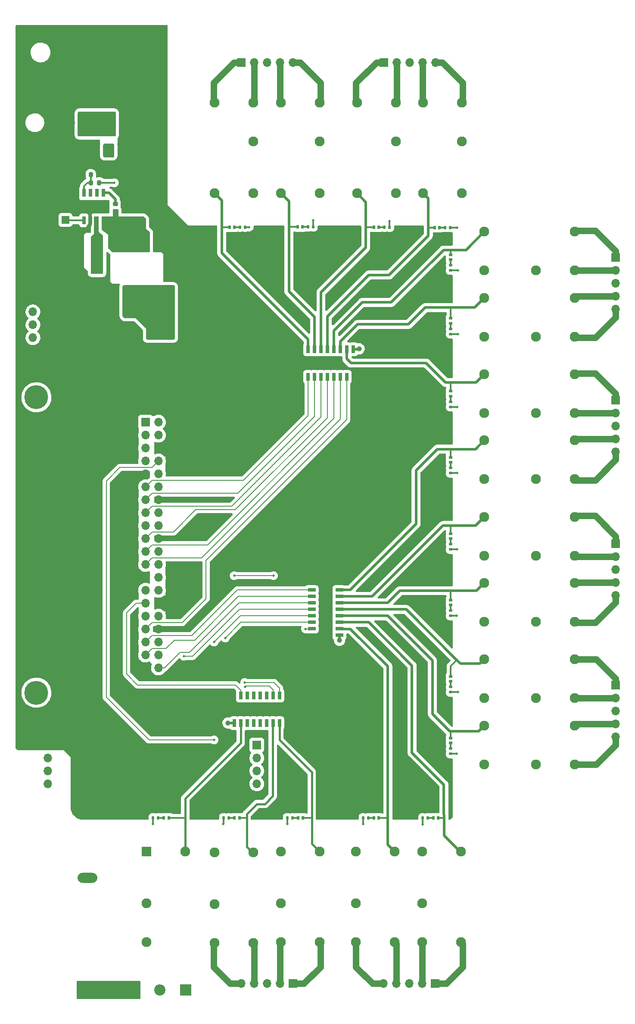
<source format=gtl>
G04 #@! TF.GenerationSoftware,KiCad,Pcbnew,(6.0.11)*
G04 #@! TF.CreationDate,2023-07-05T10:17:47+03:00*
G04 #@! TF.ProjectId,Pi Zero_Relay,5069205a-6572-46f5-9f52-656c61792e6b,rev?*
G04 #@! TF.SameCoordinates,Original*
G04 #@! TF.FileFunction,Copper,L1,Top*
G04 #@! TF.FilePolarity,Positive*
%FSLAX46Y46*%
G04 Gerber Fmt 4.6, Leading zero omitted, Abs format (unit mm)*
G04 Created by KiCad (PCBNEW (6.0.11)) date 2023-07-05 10:17:47*
%MOMM*%
%LPD*%
G01*
G04 APERTURE LIST*
G04 Aperture macros list*
%AMRoundRect*
0 Rectangle with rounded corners*
0 $1 Rounding radius*
0 $2 $3 $4 $5 $6 $7 $8 $9 X,Y pos of 4 corners*
0 Add a 4 corners polygon primitive as box body*
4,1,4,$2,$3,$4,$5,$6,$7,$8,$9,$2,$3,0*
0 Add four circle primitives for the rounded corners*
1,1,$1+$1,$2,$3*
1,1,$1+$1,$4,$5*
1,1,$1+$1,$6,$7*
1,1,$1+$1,$8,$9*
0 Add four rect primitives between the rounded corners*
20,1,$1+$1,$2,$3,$4,$5,0*
20,1,$1+$1,$4,$5,$6,$7,0*
20,1,$1+$1,$6,$7,$8,$9,0*
20,1,$1+$1,$8,$9,$2,$3,0*%
G04 Aperture macros list end*
G04 #@! TA.AperFunction,SMDPad,CuDef*
%ADD10RoundRect,0.225000X-0.225000X-0.250000X0.225000X-0.250000X0.225000X0.250000X-0.225000X0.250000X0*%
G04 #@! TD*
G04 #@! TA.AperFunction,ComponentPad*
%ADD11C,1.950000*%
G04 #@! TD*
G04 #@! TA.AperFunction,SMDPad,CuDef*
%ADD12RoundRect,0.135000X-0.135000X-0.185000X0.135000X-0.185000X0.135000X0.185000X-0.135000X0.185000X0*%
G04 #@! TD*
G04 #@! TA.AperFunction,ComponentPad*
%ADD13R,1.700000X1.700000*%
G04 #@! TD*
G04 #@! TA.AperFunction,ComponentPad*
%ADD14O,1.700000X1.700000*%
G04 #@! TD*
G04 #@! TA.AperFunction,SMDPad,CuDef*
%ADD15RoundRect,0.135000X0.185000X-0.135000X0.185000X0.135000X-0.185000X0.135000X-0.185000X-0.135000X0*%
G04 #@! TD*
G04 #@! TA.AperFunction,SMDPad,CuDef*
%ADD16RoundRect,0.200000X0.200000X0.275000X-0.200000X0.275000X-0.200000X-0.275000X0.200000X-0.275000X0*%
G04 #@! TD*
G04 #@! TA.AperFunction,SMDPad,CuDef*
%ADD17R,0.600000X0.700000*%
G04 #@! TD*
G04 #@! TA.AperFunction,SMDPad,CuDef*
%ADD18RoundRect,0.135000X0.135000X0.185000X-0.135000X0.185000X-0.135000X-0.185000X0.135000X-0.185000X0*%
G04 #@! TD*
G04 #@! TA.AperFunction,SMDPad,CuDef*
%ADD19RoundRect,0.250000X-0.325000X-1.100000X0.325000X-1.100000X0.325000X1.100000X-0.325000X1.100000X0*%
G04 #@! TD*
G04 #@! TA.AperFunction,SMDPad,CuDef*
%ADD20R,0.650000X1.525000*%
G04 #@! TD*
G04 #@! TA.AperFunction,SMDPad,CuDef*
%ADD21RoundRect,0.200000X-0.200000X-0.275000X0.200000X-0.275000X0.200000X0.275000X-0.200000X0.275000X0*%
G04 #@! TD*
G04 #@! TA.AperFunction,ComponentPad*
%ADD22C,2.250000*%
G04 #@! TD*
G04 #@! TA.AperFunction,ComponentPad*
%ADD23C,3.225000*%
G04 #@! TD*
G04 #@! TA.AperFunction,ComponentPad*
%ADD24C,3.660000*%
G04 #@! TD*
G04 #@! TA.AperFunction,SMDPad,CuDef*
%ADD25RoundRect,0.225000X0.250000X-0.225000X0.250000X0.225000X-0.250000X0.225000X-0.250000X-0.225000X0*%
G04 #@! TD*
G04 #@! TA.AperFunction,SMDPad,CuDef*
%ADD26R,0.700000X0.600000*%
G04 #@! TD*
G04 #@! TA.AperFunction,SMDPad,CuDef*
%ADD27R,1.525000X0.650000*%
G04 #@! TD*
G04 #@! TA.AperFunction,ComponentPad*
%ADD28C,4.700000*%
G04 #@! TD*
G04 #@! TA.AperFunction,SMDPad,CuDef*
%ADD29R,1.500000X1.500000*%
G04 #@! TD*
G04 #@! TA.AperFunction,SMDPad,CuDef*
%ADD30RoundRect,0.250000X-0.625000X0.375000X-0.625000X-0.375000X0.625000X-0.375000X0.625000X0.375000X0*%
G04 #@! TD*
G04 #@! TA.AperFunction,SMDPad,CuDef*
%ADD31R,2.020000X1.670000*%
G04 #@! TD*
G04 #@! TA.AperFunction,ComponentPad*
%ADD32O,3.900000X1.950000*%
G04 #@! TD*
G04 #@! TA.AperFunction,SMDPad,CuDef*
%ADD33R,3.100000X2.600000*%
G04 #@! TD*
G04 #@! TA.AperFunction,ComponentPad*
%ADD34R,1.950000X1.950000*%
G04 #@! TD*
G04 #@! TA.AperFunction,ComponentPad*
%ADD35R,2.200000X2.200000*%
G04 #@! TD*
G04 #@! TA.AperFunction,ComponentPad*
%ADD36O,2.200000X2.200000*%
G04 #@! TD*
G04 #@! TA.AperFunction,SMDPad,CuDef*
%ADD37R,5.100000X3.150000*%
G04 #@! TD*
G04 #@! TA.AperFunction,ComponentPad*
%ADD38R,1.275000X1.275000*%
G04 #@! TD*
G04 #@! TA.AperFunction,ComponentPad*
%ADD39C,1.275000*%
G04 #@! TD*
G04 #@! TA.AperFunction,ViaPad*
%ADD40C,0.500000*%
G04 #@! TD*
G04 #@! TA.AperFunction,ViaPad*
%ADD41C,0.600000*%
G04 #@! TD*
G04 #@! TA.AperFunction,ViaPad*
%ADD42C,1.000000*%
G04 #@! TD*
G04 #@! TA.AperFunction,Conductor*
%ADD43C,0.203200*%
G04 #@! TD*
G04 #@! TA.AperFunction,Conductor*
%ADD44C,0.350000*%
G04 #@! TD*
G04 #@! TA.AperFunction,Conductor*
%ADD45C,0.550000*%
G04 #@! TD*
G04 #@! TA.AperFunction,Conductor*
%ADD46C,1.300000*%
G04 #@! TD*
G04 #@! TA.AperFunction,Conductor*
%ADD47C,0.450000*%
G04 #@! TD*
G04 #@! TA.AperFunction,Conductor*
%ADD48C,0.500000*%
G04 #@! TD*
G04 APERTURE END LIST*
D10*
X213550000Y-134900000D03*
X215100000Y-134900000D03*
D11*
X273935000Y-117517500D03*
X266315000Y-109897500D03*
X273935000Y-109897500D03*
X273935000Y-127677500D03*
X266315000Y-127677500D03*
D12*
X267515000Y-250300000D03*
X268535000Y-250300000D03*
D13*
X243545000Y-102000000D03*
D14*
X246085000Y-102000000D03*
X248625000Y-102000000D03*
X251165000Y-102000000D03*
X253705000Y-102000000D03*
D15*
X284725000Y-237725000D03*
X284725000Y-236705000D03*
D11*
X286935000Y-117517500D03*
X279315000Y-109897500D03*
X286935000Y-109897500D03*
X286935000Y-127677500D03*
X279315000Y-127677500D03*
D16*
X215650000Y-124000000D03*
X214000000Y-124000000D03*
D11*
X301482500Y-198810000D03*
X309102500Y-191190000D03*
X309102500Y-198810000D03*
X291322500Y-198810000D03*
X291322500Y-191190000D03*
D10*
X223719577Y-155634332D03*
X225269577Y-155634332D03*
D17*
X229300000Y-250300000D03*
X228350000Y-250300000D03*
D11*
X238315000Y-267210609D03*
X245935000Y-274830609D03*
X238315000Y-274830609D03*
X238315000Y-257050609D03*
X245935000Y-257050609D03*
D18*
X257722500Y-134270000D03*
X256702500Y-134270000D03*
D15*
X284725000Y-182610000D03*
X284725000Y-181590000D03*
D13*
X224750000Y-172600000D03*
D14*
X227290000Y-172600000D03*
X224750000Y-175140000D03*
X227290000Y-175140000D03*
X224750000Y-177680000D03*
X227290000Y-177680000D03*
X224750000Y-180220000D03*
X227290000Y-180220000D03*
X224750000Y-182760000D03*
X227290000Y-182760000D03*
X224750000Y-185300000D03*
X227290000Y-185300000D03*
X224750000Y-187840000D03*
X227290000Y-187840000D03*
X224750000Y-190380000D03*
X227290000Y-190380000D03*
X224750000Y-192920000D03*
X227290000Y-192920000D03*
X224750000Y-195460000D03*
X227290000Y-195460000D03*
X224750000Y-198000000D03*
X227290000Y-198000000D03*
X224750000Y-200540000D03*
X227290000Y-200540000D03*
X224750000Y-203080000D03*
X227290000Y-203080000D03*
X224750000Y-205620000D03*
X227290000Y-205620000D03*
X224750000Y-208160000D03*
X227290000Y-208160000D03*
X224750000Y-210700000D03*
X227290000Y-210700000D03*
X224750000Y-213240000D03*
X227290000Y-213240000D03*
X224750000Y-215780000D03*
X227290000Y-215780000D03*
X224750000Y-218320000D03*
X227290000Y-218320000D03*
X224750000Y-220860000D03*
X227290000Y-220860000D03*
D13*
X253700000Y-282850000D03*
D14*
X251160000Y-282850000D03*
X248620000Y-282850000D03*
X246080000Y-282850000D03*
X243540000Y-282850000D03*
D19*
X211850000Y-140600000D03*
X214800000Y-140600000D03*
D15*
X284725000Y-155285000D03*
X284725000Y-154265000D03*
D17*
X270600000Y-250300000D03*
X269650000Y-250300000D03*
D13*
X317125000Y-196500000D03*
D14*
X317125000Y-199040000D03*
X317125000Y-201580000D03*
X317125000Y-204120000D03*
X317125000Y-206660000D03*
D20*
X251070000Y-226288000D03*
X249800000Y-226288000D03*
X248530000Y-226288000D03*
X247260000Y-226288000D03*
X245990000Y-226288000D03*
X244720000Y-226288000D03*
X243450000Y-226288000D03*
X242180000Y-226288000D03*
X242180000Y-231712000D03*
X243450000Y-231712000D03*
X244720000Y-231712000D03*
X245990000Y-231712000D03*
X247260000Y-231712000D03*
X248530000Y-231712000D03*
X249800000Y-231712000D03*
X251070000Y-231712000D03*
D19*
X211850000Y-137300000D03*
X214800000Y-137300000D03*
D11*
X301482500Y-226810000D03*
X309102500Y-219190000D03*
X309102500Y-226810000D03*
X291322500Y-226810000D03*
X291322500Y-219190000D03*
D15*
X284725000Y-142810000D03*
X284725000Y-141790000D03*
D11*
X245935000Y-117517500D03*
X238315000Y-109897500D03*
X245935000Y-109897500D03*
X245935000Y-127677500D03*
X238315000Y-127677500D03*
D21*
X214000000Y-125600000D03*
X215650000Y-125600000D03*
D22*
X212500000Y-113800000D03*
D23*
X209300000Y-108600000D03*
X209300000Y-113800000D03*
D24*
X202000000Y-117500000D03*
X202000000Y-107700000D03*
D15*
X284725000Y-210635000D03*
X284725000Y-209615000D03*
D13*
X317125000Y-140250000D03*
D14*
X317125000Y-142790000D03*
X317125000Y-145330000D03*
X317125000Y-147870000D03*
X317125000Y-150410000D03*
D17*
X282300000Y-250300000D03*
X281350000Y-250300000D03*
D20*
X256680000Y-163712000D03*
X257950000Y-163712000D03*
X259220000Y-163712000D03*
X260490000Y-163712000D03*
X261760000Y-163712000D03*
X263030000Y-163712000D03*
X264300000Y-163712000D03*
X265570000Y-163712000D03*
X265570000Y-158288000D03*
X264300000Y-158288000D03*
X263030000Y-158288000D03*
X261760000Y-158288000D03*
X260490000Y-158288000D03*
X259220000Y-158288000D03*
X257950000Y-158288000D03*
X256680000Y-158288000D03*
D12*
X240077500Y-250300000D03*
X241097500Y-250300000D03*
D13*
X202625000Y-148400000D03*
D14*
X202625000Y-150940000D03*
X202625000Y-153480000D03*
X202625000Y-156020000D03*
X202625000Y-158560000D03*
D25*
X218825000Y-131275000D03*
X218825000Y-129725000D03*
D12*
X226227500Y-250300000D03*
X227247500Y-250300000D03*
D17*
X241250000Y-134300000D03*
X242200000Y-134300000D03*
D18*
X284642500Y-134370000D03*
X283622500Y-134370000D03*
D26*
X284725000Y-152225000D03*
X284725000Y-153175000D03*
D27*
X257413000Y-205555000D03*
X257413000Y-206825000D03*
X257413000Y-208095000D03*
X257413000Y-209365000D03*
X257413000Y-210635000D03*
X257413000Y-211905000D03*
X257413000Y-213175000D03*
X257413000Y-214445000D03*
X262837000Y-214445000D03*
X262837000Y-213175000D03*
X262837000Y-211905000D03*
X262837000Y-210635000D03*
X262837000Y-209365000D03*
X262837000Y-208095000D03*
X262837000Y-206825000D03*
X262837000Y-205555000D03*
D28*
X203300000Y-167725000D03*
D11*
X251315000Y-267082500D03*
X258935000Y-274702500D03*
X251315000Y-274702500D03*
X251315000Y-256922500D03*
X258935000Y-256922500D03*
X258935000Y-117517500D03*
X251315000Y-109897500D03*
X258935000Y-109897500D03*
X258935000Y-127677500D03*
X251315000Y-127677500D03*
D29*
X209025000Y-132900000D03*
D11*
X279125000Y-267082500D03*
X286745000Y-274702500D03*
X279125000Y-274702500D03*
X279125000Y-256922500D03*
X286745000Y-256922500D03*
D15*
X284725000Y-197597500D03*
X284725000Y-196577500D03*
X284725000Y-225635000D03*
X284725000Y-224615000D03*
D13*
X271550000Y-102000000D03*
D14*
X274090000Y-102000000D03*
X276630000Y-102000000D03*
X279170000Y-102000000D03*
X281710000Y-102000000D03*
D26*
X284725000Y-234625000D03*
X284725000Y-235575000D03*
X284725000Y-166525000D03*
X284725000Y-167475000D03*
D30*
X217625000Y-115800000D03*
X217625000Y-118600000D03*
D11*
X301482500Y-142810000D03*
X309102500Y-135190000D03*
X309102500Y-142810000D03*
X291322500Y-142810000D03*
X291322500Y-135190000D03*
D31*
X223325000Y-133500000D03*
X227325000Y-133500000D03*
D11*
X301482500Y-170810000D03*
X309102500Y-163190000D03*
X309102500Y-170810000D03*
X291322500Y-170810000D03*
X291322500Y-163190000D03*
X301482500Y-239810000D03*
X309102500Y-232190000D03*
X309102500Y-239810000D03*
X291322500Y-239810000D03*
X291322500Y-232190000D03*
D18*
X272722500Y-134300000D03*
X271702500Y-134300000D03*
D17*
X281570000Y-134370000D03*
X282520000Y-134370000D03*
D13*
X205525000Y-236000000D03*
D14*
X205525000Y-238540000D03*
X205525000Y-241080000D03*
X205525000Y-243620000D03*
D17*
X255700000Y-250300000D03*
X254750000Y-250300000D03*
D32*
X213325000Y-262100000D03*
X213325000Y-284100000D03*
D20*
X216455000Y-127538000D03*
X215185000Y-127538000D03*
X213915000Y-127538000D03*
X212645000Y-127538000D03*
X212645000Y-132962000D03*
X213915000Y-132962000D03*
X215185000Y-132962000D03*
X216455000Y-132962000D03*
D33*
X214550000Y-130250000D03*
D13*
X281700000Y-282850000D03*
D14*
X279160000Y-282850000D03*
X276620000Y-282850000D03*
X274080000Y-282850000D03*
X271540000Y-282850000D03*
D11*
X301482500Y-211810000D03*
X309102500Y-204190000D03*
X309102500Y-211810000D03*
X291322500Y-211810000D03*
X291322500Y-204190000D03*
X224925000Y-274680000D03*
X224925000Y-267060000D03*
D34*
X224925000Y-256900000D03*
D11*
X232545000Y-256900000D03*
D26*
X284725000Y-179525000D03*
X284725000Y-180475000D03*
D17*
X254650000Y-134270000D03*
X255600000Y-134270000D03*
D26*
X284725000Y-194525000D03*
X284725000Y-195475000D03*
D35*
X232625000Y-284100000D03*
D36*
X227545000Y-284100000D03*
X222465000Y-284100000D03*
D37*
X222825000Y-137100000D03*
X222825000Y-147300000D03*
D11*
X301482500Y-155810000D03*
X309102500Y-148190000D03*
X309102500Y-155810000D03*
X291322500Y-155810000D03*
X291322500Y-148190000D03*
D26*
X284725000Y-139737500D03*
X284725000Y-140687500D03*
D12*
X279215000Y-250300000D03*
X280235000Y-250300000D03*
D13*
X317125000Y-168250000D03*
D14*
X317125000Y-170790000D03*
X317125000Y-173330000D03*
X317125000Y-175870000D03*
X317125000Y-178410000D03*
D28*
X203300000Y-225725760D03*
D18*
X244335000Y-134300000D03*
X243315000Y-134300000D03*
D26*
X284725000Y-222525000D03*
X284725000Y-223475000D03*
D13*
X246625000Y-236000000D03*
D14*
X246625000Y-238540000D03*
X246625000Y-241080000D03*
X246625000Y-243620000D03*
D11*
X301482500Y-183810000D03*
X309102500Y-176190000D03*
X309102500Y-183810000D03*
X291322500Y-183810000D03*
X291322500Y-176190000D03*
D15*
X284725000Y-169620000D03*
X284725000Y-168600000D03*
D17*
X243187500Y-250300000D03*
X242237500Y-250300000D03*
D12*
X252615000Y-250300000D03*
X253635000Y-250300000D03*
D17*
X269650000Y-134300000D03*
X270600000Y-134300000D03*
D11*
X266125000Y-267110969D03*
X273745000Y-274730969D03*
X266125000Y-274730969D03*
X266125000Y-256950969D03*
X273745000Y-256950969D03*
D26*
X284725000Y-207525000D03*
X284725000Y-208475000D03*
D38*
X229575000Y-153600000D03*
D39*
X234875000Y-153600000D03*
D13*
X317125000Y-224250000D03*
D14*
X317125000Y-226790000D03*
X317125000Y-229330000D03*
X317125000Y-231870000D03*
X317125000Y-234410000D03*
D40*
X199825000Y-215000000D03*
X199825000Y-222600000D03*
X263625000Y-176000000D03*
X231625000Y-134800000D03*
X239425000Y-219800000D03*
X238625000Y-160200000D03*
X263625000Y-201000000D03*
X221025000Y-171400000D03*
X211625000Y-236943231D03*
X229215853Y-227000000D03*
X284735220Y-248509912D03*
X199825000Y-193400000D03*
X261225000Y-148200000D03*
X216625000Y-243800000D03*
X258625000Y-221643231D03*
X248625000Y-171400000D03*
X227025000Y-101600000D03*
X239625000Y-205200000D03*
X234215853Y-233856769D03*
X253625000Y-191400000D03*
X284625000Y-163400000D03*
X253625000Y-160200000D03*
X284725000Y-242877505D03*
X275625000Y-191400000D03*
X276225000Y-158000000D03*
X205425000Y-194143231D03*
X284125000Y-187300000D03*
X242125000Y-136000000D03*
X282717682Y-180204199D03*
X230825000Y-213200000D03*
X278625000Y-166000000D03*
X253625000Y-166000000D03*
X251425000Y-238200000D03*
X213625000Y-101600000D03*
X264425000Y-232800000D03*
X249825000Y-249600000D03*
X278625000Y-176000000D03*
X227025000Y-115400000D03*
X199825000Y-207600000D03*
X261225000Y-191400000D03*
X284665831Y-231367716D03*
X199825000Y-200600000D03*
X248625000Y-166000000D03*
X216025000Y-171400000D03*
X278625000Y-171000000D03*
X279987519Y-192122318D03*
X260125000Y-203500000D03*
X284125000Y-146200000D03*
X211625000Y-249200000D03*
D41*
X210825000Y-137800000D03*
D40*
X229425000Y-200400000D03*
X269425000Y-137400000D03*
X199825000Y-136200000D03*
X272025000Y-142200000D03*
X274625000Y-237000000D03*
X261225000Y-186000000D03*
X268425000Y-157900000D03*
X208625000Y-101600000D03*
X253625000Y-201000000D03*
X250025000Y-135100000D03*
X213625000Y-96200000D03*
X268625000Y-186000000D03*
X233625000Y-144800000D03*
X263425000Y-140800000D03*
X271499022Y-212335078D03*
X232425000Y-204800000D03*
X222025000Y-96200000D03*
X241225000Y-187800000D03*
X270225000Y-232800000D03*
X210425000Y-206400000D03*
X277376002Y-250105854D03*
X275105051Y-210916799D03*
X266825000Y-152000000D03*
X235025000Y-211200000D03*
X227025000Y-96200000D03*
X212425000Y-129400000D03*
D41*
X222625000Y-155600000D03*
D40*
X258625000Y-232700000D03*
X247225000Y-191400000D03*
X250025000Y-146800000D03*
X212425000Y-131000000D03*
X212425000Y-130200000D03*
X270625000Y-146400000D03*
X222025000Y-120800000D03*
X249025000Y-152400000D03*
X227025000Y-120800000D03*
X253025000Y-221623808D03*
X253025000Y-232800000D03*
X268625000Y-166000000D03*
X241425000Y-144800000D03*
X262925000Y-249600000D03*
X256225000Y-214400000D03*
X264425000Y-221643231D03*
X248625000Y-160200000D03*
X233625000Y-166000000D03*
D42*
X227325000Y-134900000D03*
D40*
X243625000Y-181000000D03*
X199825000Y-143800000D03*
X271871039Y-206442061D03*
X243825000Y-244400000D03*
X283052235Y-195347824D03*
X284125000Y-173500000D03*
X205425000Y-206400000D03*
X284125000Y-214400000D03*
X278604701Y-236961056D03*
X276425000Y-149600000D03*
D41*
X210825000Y-141200000D03*
X210825000Y-140000000D03*
D40*
X254425000Y-140800000D03*
X241425000Y-226200000D03*
X244425000Y-142000000D03*
X208625000Y-96200000D03*
X268625000Y-191400000D03*
D41*
X210825000Y-136600000D03*
D40*
X234125000Y-249600000D03*
X199825000Y-121800000D03*
X222025000Y-115400000D03*
X270189818Y-221579201D03*
X230825000Y-209600000D03*
X284125000Y-157900000D03*
X216625000Y-249200000D03*
X229215853Y-233856769D03*
X283099627Y-219293014D03*
X270225000Y-241600000D03*
X282953889Y-207256549D03*
X240425000Y-191000000D03*
X231025000Y-195200000D03*
X234225000Y-227000000D03*
X257425000Y-149000000D03*
X283266138Y-234039294D03*
X205425000Y-201000000D03*
X282025000Y-151800000D03*
X221025000Y-166000000D03*
X276125000Y-135000000D03*
X237825000Y-134800000D03*
X284650962Y-227025962D03*
X266392642Y-163691292D03*
D41*
X212425000Y-134800000D03*
D40*
X234215853Y-239256769D03*
X235425000Y-206800000D03*
X275625000Y-186000000D03*
X233625000Y-171400000D03*
X266425000Y-135000000D03*
X253625000Y-186000000D03*
X284125000Y-202000000D03*
X233625000Y-160200000D03*
X235425000Y-200400000D03*
X238625000Y-171400000D03*
D41*
X217425000Y-124000000D03*
D40*
X211625000Y-243800000D03*
X216634147Y-236943231D03*
X229215853Y-239256769D03*
X241225000Y-198600000D03*
X210434147Y-194143231D03*
X199825000Y-178400000D03*
X241425000Y-152300000D03*
X233825000Y-181000000D03*
X268625000Y-176000000D03*
X247225000Y-201000000D03*
X258939692Y-241488234D03*
X199825000Y-185800000D03*
X199825000Y-232800000D03*
X229225000Y-248800000D03*
X268629447Y-204740979D03*
X229225000Y-244000000D03*
X210425000Y-201000000D03*
X216025000Y-166000000D03*
X248025000Y-204200000D03*
X199825000Y-171400000D03*
X222025000Y-101600000D03*
X281825000Y-244400000D03*
X262225000Y-152200000D03*
X233225000Y-187800000D03*
X279093374Y-220303452D03*
X199825000Y-128800000D03*
X238625000Y-166000000D03*
X268625000Y-171000000D03*
X275177392Y-207553929D03*
X284125000Y-136100000D03*
X256225000Y-153000000D03*
X267825000Y-213600000D03*
D42*
X262868157Y-215461157D03*
D40*
X240025000Y-251500000D03*
X222025000Y-149400000D03*
X222825000Y-150200000D03*
X226725000Y-146600000D03*
X223625000Y-149400000D03*
X257725000Y-133000000D03*
X222825000Y-149400000D03*
X286125000Y-155300000D03*
X245125000Y-134300000D03*
X252625000Y-251500000D03*
X226725000Y-147400000D03*
X285925000Y-210600000D03*
X285925000Y-237700000D03*
X218625000Y-125600000D03*
X226725000Y-148200000D03*
X228325000Y-154600000D03*
X227525000Y-155400000D03*
X272725000Y-133100000D03*
X229125000Y-155400000D03*
X279225000Y-251600000D03*
X228325000Y-155400000D03*
X225925000Y-146600000D03*
X226725000Y-154600000D03*
X223625000Y-150200000D03*
X286025000Y-197600000D03*
X226225000Y-251500000D03*
X225925000Y-148200000D03*
D42*
X266725000Y-158200000D03*
D40*
X286125000Y-225600000D03*
X226725000Y-155400000D03*
X286125000Y-142800000D03*
X286025000Y-169600000D03*
D42*
X240950000Y-231675000D03*
D40*
X225925000Y-147400000D03*
X286025000Y-134400000D03*
X286025000Y-182600000D03*
X229125000Y-154600000D03*
X267493682Y-251493088D03*
X227525000Y-154600000D03*
X222025000Y-150200000D03*
X232330000Y-218600000D03*
X238245000Y-215780000D03*
X240425000Y-215000000D03*
X256200000Y-213200000D03*
X242175000Y-202750000D03*
X249900000Y-202750000D03*
X244234833Y-223725858D03*
X244300000Y-224600000D03*
X214425000Y-143200000D03*
X217525000Y-120100000D03*
X218325000Y-120100000D03*
X216025000Y-143200000D03*
X215225000Y-142400000D03*
X215225000Y-143200000D03*
X216025000Y-142400000D03*
X214425000Y-142400000D03*
X216725000Y-120100000D03*
X238225000Y-235000000D03*
D43*
X224750000Y-185300000D02*
X226050000Y-184000000D01*
X256680000Y-171345000D02*
X256680000Y-163712000D01*
X226050000Y-184000000D02*
X244025000Y-184000000D01*
X244025000Y-184000000D02*
X256680000Y-171345000D01*
X226040000Y-186550000D02*
X242875000Y-186550000D01*
X242875000Y-186550000D02*
X257950000Y-171475000D01*
X224750000Y-187840000D02*
X226040000Y-186550000D01*
X257950000Y-171475000D02*
X257950000Y-163712000D01*
X259220000Y-171605000D02*
X259220000Y-163712000D01*
X226005000Y-189125000D02*
X241700000Y-189125000D01*
X241700000Y-189125000D02*
X259220000Y-171605000D01*
X224750000Y-190380000D02*
X226005000Y-189125000D01*
X234625000Y-189800000D02*
X242400000Y-189800000D01*
X260490000Y-171710000D02*
X260490000Y-163712000D01*
X226060000Y-194150000D02*
X230275000Y-194150000D01*
X224750000Y-195460000D02*
X226060000Y-194150000D01*
X242400000Y-189800000D02*
X260490000Y-171710000D01*
X230275000Y-194150000D02*
X234625000Y-189800000D01*
X236925000Y-196700000D02*
X261760000Y-171865000D01*
X261760000Y-171865000D02*
X261760000Y-163712000D01*
X224750000Y-198000000D02*
X226050000Y-196700000D01*
X226050000Y-196700000D02*
X236925000Y-196700000D01*
X263030000Y-171995000D02*
X263030000Y-163712000D01*
X224750000Y-200540000D02*
X226058799Y-199231201D01*
X235793799Y-199231201D02*
X263030000Y-171995000D01*
X226058799Y-199231201D02*
X235793799Y-199231201D01*
D44*
X284642500Y-134370000D02*
X285995000Y-134370000D01*
D45*
X266725000Y-158200000D02*
X266637000Y-158288000D01*
D44*
X279215000Y-251590000D02*
X279225000Y-251600000D01*
X252615000Y-251490000D02*
X252625000Y-251500000D01*
X286015000Y-182610000D02*
X286025000Y-182600000D01*
X257722500Y-134270000D02*
X257722500Y-133002500D01*
X284725000Y-197597500D02*
X286022500Y-197597500D01*
X279215000Y-250300000D02*
X279215000Y-251590000D01*
X226227500Y-251497500D02*
X226225000Y-251500000D01*
X286090000Y-225635000D02*
X284725000Y-225635000D01*
X284725000Y-155285000D02*
X286110000Y-155285000D01*
D45*
X240950000Y-231675000D02*
X242143000Y-231675000D01*
D44*
X285890000Y-210635000D02*
X285925000Y-210600000D01*
D45*
X266637000Y-158288000D02*
X265570000Y-158288000D01*
D44*
X257722500Y-133002500D02*
X257725000Y-133000000D01*
X284725000Y-142810000D02*
X286115000Y-142810000D01*
X286110000Y-155285000D02*
X286125000Y-155300000D01*
X244335000Y-134300000D02*
X245125000Y-134300000D01*
D45*
X262837000Y-215430000D02*
X262837000Y-214445000D01*
X262868157Y-215461157D02*
X262837000Y-215430000D01*
D44*
X284725000Y-237725000D02*
X285900000Y-237725000D01*
X252615000Y-250300000D02*
X252615000Y-251490000D01*
X286005000Y-169620000D02*
X286025000Y-169600000D01*
X284725000Y-210635000D02*
X285890000Y-210635000D01*
X240077500Y-251447500D02*
X240025000Y-251500000D01*
X240077500Y-250300000D02*
X240077500Y-251447500D01*
X286022500Y-197597500D02*
X286025000Y-197600000D01*
X272722500Y-133102500D02*
X272725000Y-133100000D01*
X267515000Y-250300000D02*
X267515000Y-251471770D01*
X286125000Y-225600000D02*
X286090000Y-225635000D01*
X267515000Y-251471770D02*
X267493682Y-251493088D01*
X218625000Y-125600000D02*
X215650000Y-125600000D01*
X284725000Y-182610000D02*
X286015000Y-182610000D01*
X226227500Y-250300000D02*
X226227500Y-251497500D01*
X286115000Y-142810000D02*
X286125000Y-142800000D01*
D45*
X242143000Y-231675000D02*
X242180000Y-231712000D01*
D44*
X285995000Y-134370000D02*
X286025000Y-134400000D01*
X272722500Y-134300000D02*
X272722500Y-133102500D01*
X285900000Y-237725000D02*
X285925000Y-237700000D01*
X284725000Y-169620000D02*
X286005000Y-169620000D01*
D43*
X264300000Y-172125000D02*
X264300000Y-163712000D01*
X224750000Y-213240000D02*
X226040000Y-211950000D01*
X236650000Y-199775000D02*
X264300000Y-172125000D01*
X226040000Y-211950000D02*
X232000000Y-211950000D01*
X232000000Y-211950000D02*
X236650000Y-207300000D01*
X236650000Y-207300000D02*
X236650000Y-199775000D01*
X242770000Y-205555000D02*
X257413000Y-205555000D01*
X224750000Y-215780000D02*
X226005000Y-214525000D01*
X233800000Y-214525000D02*
X242770000Y-205555000D01*
X226005000Y-214525000D02*
X233800000Y-214525000D01*
X226020000Y-217050000D02*
X228775000Y-217050000D01*
X230425000Y-215400000D02*
X234425000Y-215400000D01*
X234425000Y-215400000D02*
X243000000Y-206825000D01*
X228775000Y-217050000D02*
X230425000Y-215400000D01*
X243000000Y-206825000D02*
X257413000Y-206825000D01*
X224750000Y-218320000D02*
X226020000Y-217050000D01*
X228465000Y-220860000D02*
X231525000Y-217800000D01*
X231525000Y-217800000D02*
X233425000Y-217800000D01*
X243130000Y-208095000D02*
X257413000Y-208095000D01*
X233425000Y-217800000D02*
X243130000Y-208095000D01*
X227290000Y-220860000D02*
X228465000Y-220860000D01*
X234025000Y-218600000D02*
X243260000Y-209365000D01*
X232330000Y-218600000D02*
X234025000Y-218600000D01*
X243260000Y-209365000D02*
X257413000Y-209365000D01*
X238245000Y-215780000D02*
X243390000Y-210635000D01*
X243390000Y-210635000D02*
X257413000Y-210635000D01*
X243520000Y-211905000D02*
X257413000Y-211905000D01*
X240425000Y-215000000D02*
X243520000Y-211905000D01*
D46*
X246085000Y-109747500D02*
X245935000Y-109897500D01*
X246085000Y-102000000D02*
X246085000Y-109747500D01*
X242125000Y-102000000D02*
X238125000Y-106000000D01*
X238125000Y-106000000D02*
X238125000Y-109707500D01*
X238125000Y-109707500D02*
X238315000Y-109897500D01*
X243545000Y-102000000D02*
X242125000Y-102000000D01*
X259125000Y-106000000D02*
X259125000Y-109707500D01*
X255125000Y-102000000D02*
X259125000Y-106000000D01*
X259125000Y-109707500D02*
X258935000Y-109897500D01*
X253705000Y-102000000D02*
X255125000Y-102000000D01*
X251165000Y-102000000D02*
X251165000Y-109747500D01*
X251165000Y-109747500D02*
X251315000Y-109897500D01*
X274090000Y-102000000D02*
X274090000Y-109742500D01*
X274090000Y-109742500D02*
X273935000Y-109897500D01*
X266125000Y-109707500D02*
X266315000Y-109897500D01*
X270125000Y-102000000D02*
X266125000Y-106000000D01*
X266125000Y-106000000D02*
X266125000Y-109707500D01*
X271550000Y-102000000D02*
X270125000Y-102000000D01*
X281710000Y-102000000D02*
X283125000Y-102000000D01*
X287125000Y-109707500D02*
X286935000Y-109897500D01*
X287125000Y-106000000D02*
X287125000Y-109707500D01*
X283125000Y-102000000D02*
X287125000Y-106000000D01*
X279170000Y-102000000D02*
X279170000Y-109752500D01*
X279170000Y-109752500D02*
X279315000Y-109897500D01*
X309122500Y-142790000D02*
X309102500Y-142810000D01*
X317125000Y-142790000D02*
X309122500Y-142790000D01*
X309292500Y-135000000D02*
X309102500Y-135190000D01*
X317125000Y-140250000D02*
X317125000Y-139000000D01*
X317125000Y-139000000D02*
X313125000Y-135000000D01*
X313125000Y-135000000D02*
X309292500Y-135000000D01*
X317125000Y-152000000D02*
X313125000Y-156000000D01*
X317125000Y-150410000D02*
X317125000Y-152000000D01*
X313125000Y-156000000D02*
X309292500Y-156000000D01*
X309292500Y-156000000D02*
X309102500Y-155810000D01*
X309422500Y-147870000D02*
X309102500Y-148190000D01*
X317125000Y-147870000D02*
X309422500Y-147870000D01*
X317125000Y-170790000D02*
X309122500Y-170790000D01*
X317125000Y-167000000D02*
X313125000Y-163000000D01*
X313125000Y-163000000D02*
X309292500Y-163000000D01*
X317125000Y-168250000D02*
X317125000Y-167000000D01*
X309292500Y-163000000D02*
X309102500Y-163190000D01*
X317125000Y-180000000D02*
X313125000Y-184000000D01*
X317125000Y-178410000D02*
X317125000Y-180000000D01*
X313125000Y-184000000D02*
X309292500Y-184000000D01*
X309292500Y-184000000D02*
X309102500Y-183810000D01*
X309422500Y-175870000D02*
X309102500Y-176190000D01*
X317125000Y-175870000D02*
X309422500Y-175870000D01*
X317125000Y-199040000D02*
X309332500Y-199040000D01*
X309332500Y-199040000D02*
X309102500Y-198810000D01*
X317125000Y-196500000D02*
X317125000Y-195000000D01*
X317125000Y-195000000D02*
X313125000Y-191000000D01*
X313125000Y-191000000D02*
X309292500Y-191000000D01*
X309292500Y-191000000D02*
X309102500Y-191190000D01*
X309292500Y-212000000D02*
X309102500Y-211810000D01*
X313125000Y-212000000D02*
X309292500Y-212000000D01*
X317125000Y-206660000D02*
X317125000Y-208000000D01*
X317125000Y-208000000D02*
X313125000Y-212000000D01*
X309172500Y-204120000D02*
X309102500Y-204190000D01*
X317125000Y-204120000D02*
X309172500Y-204120000D01*
X317125000Y-226790000D02*
X309122500Y-226790000D01*
X309122500Y-226790000D02*
X309102500Y-226810000D01*
X313315000Y-219190000D02*
X309102500Y-219190000D01*
X317125000Y-224250000D02*
X317125000Y-223000000D01*
X317125000Y-223000000D02*
X313315000Y-219190000D01*
X317125000Y-234410000D02*
X317125000Y-236000000D01*
X317125000Y-236000000D02*
X313315000Y-239810000D01*
X313315000Y-239810000D02*
X309102500Y-239810000D01*
X317125000Y-231870000D02*
X309422500Y-231870000D01*
X309422500Y-231870000D02*
X309102500Y-232190000D01*
X279160000Y-274737500D02*
X279125000Y-274702500D01*
X279160000Y-282850000D02*
X279160000Y-274737500D01*
X283875000Y-282850000D02*
X287125000Y-279600000D01*
X281700000Y-282850000D02*
X283875000Y-282850000D01*
X287125000Y-279600000D02*
X287125000Y-275082500D01*
X287125000Y-275082500D02*
X286745000Y-274702500D01*
X266125000Y-279600000D02*
X266125000Y-274730969D01*
X269375000Y-282850000D02*
X266125000Y-279600000D01*
X271540000Y-282850000D02*
X269375000Y-282850000D01*
X274080000Y-275065969D02*
X273745000Y-274730969D01*
X274080000Y-282850000D02*
X274080000Y-275065969D01*
X251160000Y-274857500D02*
X251315000Y-274702500D01*
X251160000Y-282850000D02*
X251160000Y-274857500D01*
X255875000Y-282850000D02*
X259125000Y-279600000D01*
X253700000Y-282850000D02*
X255875000Y-282850000D01*
X259125000Y-274892500D02*
X258935000Y-274702500D01*
X259125000Y-279600000D02*
X259125000Y-274892500D01*
X241375000Y-282850000D02*
X238125000Y-279600000D01*
X238125000Y-275020609D02*
X238315000Y-274830609D01*
X238125000Y-279600000D02*
X238125000Y-275020609D01*
X243540000Y-282850000D02*
X241375000Y-282850000D01*
X246080000Y-282850000D02*
X246080000Y-274975609D01*
X246080000Y-274975609D02*
X245935000Y-274830609D01*
D43*
X257388000Y-213200000D02*
X257413000Y-213175000D01*
X256200000Y-213200000D02*
X257388000Y-213200000D01*
X242175000Y-202750000D02*
X249900000Y-202750000D01*
X244234833Y-223725858D02*
X244235691Y-223725000D01*
X251070000Y-224795000D02*
X251070000Y-226288000D01*
X250000000Y-223725000D02*
X251070000Y-224795000D01*
X244235691Y-223725000D02*
X250000000Y-223725000D01*
X244300000Y-224600000D02*
X244450437Y-224449563D01*
X244450437Y-224449563D02*
X249074563Y-224449563D01*
X249074563Y-224449563D02*
X249800000Y-225175000D01*
X249800000Y-225175000D02*
X249800000Y-226288000D01*
D44*
X284725000Y-166525000D02*
X284725000Y-164900000D01*
D45*
X264300000Y-160175000D02*
X265125000Y-161000000D01*
D44*
X284725000Y-164900000D02*
X284825000Y-164800000D01*
D45*
X279925000Y-161000000D02*
X283725000Y-164800000D01*
X265125000Y-161000000D02*
X279925000Y-161000000D01*
X284825000Y-164800000D02*
X289712500Y-164800000D01*
X289712500Y-164800000D02*
X291322500Y-163190000D01*
X283725000Y-164800000D02*
X284825000Y-164800000D01*
X264300000Y-158288000D02*
X264300000Y-160175000D01*
X276425000Y-153400000D02*
X279725000Y-150100000D01*
X279725000Y-150100000D02*
X284725000Y-150100000D01*
X266425000Y-153400000D02*
X276425000Y-153400000D01*
X284725000Y-150100000D02*
X289412500Y-150100000D01*
X263030000Y-158288000D02*
X263030000Y-156795000D01*
D44*
X284725000Y-152225000D02*
X284725000Y-150100000D01*
D45*
X289412500Y-150100000D02*
X291322500Y-148190000D01*
X263030000Y-156795000D02*
X266425000Y-153400000D01*
X284825000Y-138800000D02*
X287725000Y-138800000D01*
X291322500Y-135202500D02*
X291322500Y-135190000D01*
X267325000Y-149100000D02*
X273025000Y-149100000D01*
X273025000Y-149100000D02*
X283325000Y-138800000D01*
D44*
X284725000Y-138900000D02*
X284825000Y-138800000D01*
D45*
X261760000Y-158288000D02*
X261760000Y-154665000D01*
X287725000Y-138800000D02*
X291322500Y-135202500D01*
X283325000Y-138800000D02*
X284825000Y-138800000D01*
X261760000Y-154665000D02*
X267325000Y-149100000D01*
D44*
X284725000Y-139737500D02*
X284725000Y-138900000D01*
D45*
X280325000Y-128687500D02*
X279315000Y-127677500D01*
X268625000Y-143700000D02*
X272625000Y-143700000D01*
X280325000Y-134500000D02*
X280325000Y-134000000D01*
D44*
X280455000Y-134370000D02*
X280325000Y-134500000D01*
D45*
X280325000Y-134000000D02*
X280325000Y-128687500D01*
X280325000Y-136000000D02*
X280325000Y-134500000D01*
X260490000Y-151835000D02*
X268625000Y-143700000D01*
X260490000Y-158288000D02*
X260490000Y-151835000D01*
X272625000Y-143700000D02*
X280325000Y-136000000D01*
D44*
X281570000Y-134370000D02*
X280455000Y-134370000D01*
X269650000Y-134300000D02*
X268325000Y-134300000D01*
D45*
X268025000Y-133800000D02*
X268025000Y-129387500D01*
X259220000Y-158288000D02*
X259220000Y-147105000D01*
X268025000Y-134600000D02*
X268025000Y-133800000D01*
X268025000Y-129387500D02*
X266315000Y-127677500D01*
X268025000Y-138300000D02*
X268025000Y-134600000D01*
D44*
X268325000Y-134300000D02*
X268025000Y-134600000D01*
D45*
X259220000Y-147105000D02*
X268025000Y-138300000D01*
X252925000Y-129287500D02*
X251315000Y-127677500D01*
D44*
X254650000Y-134270000D02*
X253055000Y-134270000D01*
X253055000Y-134270000D02*
X252925000Y-134400000D01*
D45*
X252925000Y-134400000D02*
X252925000Y-129287500D01*
X257950000Y-158288000D02*
X257950000Y-151925000D01*
X252925000Y-146900000D02*
X252925000Y-134400000D01*
X257950000Y-151925000D02*
X252925000Y-146900000D01*
X239725000Y-134300000D02*
X239725000Y-129087500D01*
D44*
X241250000Y-134300000D02*
X239725000Y-134300000D01*
D45*
X239725000Y-129087500D02*
X238315000Y-127677500D01*
X256680000Y-156355000D02*
X239725000Y-139400000D01*
X256680000Y-158288000D02*
X256680000Y-156355000D01*
X239725000Y-139400000D02*
X239725000Y-134300000D01*
X272375000Y-250100000D02*
X272375000Y-250250000D01*
X272375000Y-220550000D02*
X272375000Y-250250000D01*
D44*
X272175000Y-250300000D02*
X272375000Y-250100000D01*
D45*
X265025000Y-213200000D02*
X272375000Y-220550000D01*
X262837000Y-213175000D02*
X262862000Y-213200000D01*
X272375000Y-255580969D02*
X273745000Y-256950969D01*
X262862000Y-213200000D02*
X265025000Y-213200000D01*
D44*
X270600000Y-250300000D02*
X272175000Y-250300000D01*
D45*
X272375000Y-250250000D02*
X272375000Y-255580969D01*
X283425000Y-249700000D02*
X283425000Y-250400000D01*
X283425000Y-253800000D02*
X286547500Y-256922500D01*
D44*
X283325000Y-250300000D02*
X283425000Y-250400000D01*
D45*
X262843930Y-211898070D02*
X268623070Y-211898070D01*
X277125000Y-237500000D02*
X283396800Y-243771800D01*
X283425000Y-250400000D02*
X283425000Y-253800000D01*
X283396800Y-249671800D02*
X283425000Y-249700000D01*
X262837000Y-211905000D02*
X262843930Y-211898070D01*
D44*
X282300000Y-250300000D02*
X283325000Y-250300000D01*
D45*
X283396800Y-243771800D02*
X283396800Y-249671800D01*
X277125000Y-220400000D02*
X277125000Y-237500000D01*
X286547500Y-256922500D02*
X286745000Y-256922500D01*
X268623070Y-211898070D02*
X277125000Y-220400000D01*
X284525000Y-233300000D02*
X290212500Y-233300000D01*
D44*
X284725000Y-233500000D02*
X284525000Y-233300000D01*
D45*
X262837000Y-210635000D02*
X262847000Y-210625000D01*
X281125000Y-219400000D02*
X281125000Y-229900000D01*
X290212500Y-233300000D02*
X291322500Y-232190000D01*
X262847000Y-210625000D02*
X272350000Y-210625000D01*
D44*
X284725000Y-234625000D02*
X284725000Y-233500000D01*
D45*
X281125000Y-229900000D02*
X284525000Y-233300000D01*
X272350000Y-210625000D02*
X281125000Y-219400000D01*
X276000091Y-209375091D02*
X285925000Y-219300000D01*
X285925000Y-219300000D02*
X286625000Y-220000000D01*
X290512500Y-220000000D02*
X291322500Y-219190000D01*
X262847091Y-209375091D02*
X276000091Y-209375091D01*
D44*
X284725000Y-220500000D02*
X285925000Y-219300000D01*
X284725000Y-222525000D02*
X284725000Y-220500000D01*
D45*
X262837000Y-209365000D02*
X262847091Y-209375091D01*
X286625000Y-220000000D02*
X290512500Y-220000000D01*
D44*
X284725000Y-207525000D02*
X284725000Y-205800000D01*
D45*
X284625000Y-205700000D02*
X289812500Y-205700000D01*
X262837000Y-208095000D02*
X262837805Y-208094195D01*
X289812500Y-205700000D02*
X291322500Y-204190000D01*
X272330805Y-208094195D02*
X274725000Y-205700000D01*
D44*
X284725000Y-205800000D02*
X284625000Y-205700000D01*
D45*
X274725000Y-205700000D02*
X284625000Y-205700000D01*
X262837805Y-208094195D02*
X272330805Y-208094195D01*
D44*
X284725000Y-194525000D02*
X284725000Y-193000000D01*
D45*
X284825000Y-192900000D02*
X289612500Y-192900000D01*
X262837000Y-206825000D02*
X269300000Y-206825000D01*
X269300000Y-206825000D02*
X283225000Y-192900000D01*
X289612500Y-192900000D02*
X291322500Y-191190000D01*
X283225000Y-192900000D02*
X284825000Y-192900000D01*
D44*
X284725000Y-193000000D02*
X284825000Y-192900000D01*
X284725000Y-179525000D02*
X284725000Y-178000000D01*
D45*
X262867000Y-205525000D02*
X265000000Y-205525000D01*
X277925000Y-182100000D02*
X282125000Y-177900000D01*
X284625000Y-177900000D02*
X289612500Y-177900000D01*
X282125000Y-177900000D02*
X284625000Y-177900000D01*
X262837000Y-205555000D02*
X262867000Y-205525000D01*
X289612500Y-177900000D02*
X291322500Y-176190000D01*
X265000000Y-205525000D02*
X277925000Y-192600000D01*
X277925000Y-192600000D02*
X277925000Y-182100000D01*
D44*
X284725000Y-178000000D02*
X284625000Y-177900000D01*
X229300000Y-250300000D02*
X232525000Y-250300000D01*
X232525000Y-250300000D02*
X232545000Y-250320000D01*
D47*
X232545000Y-246505000D02*
X232545000Y-250320000D01*
X232545000Y-250320000D02*
X232545000Y-256900000D01*
X243450000Y-235600000D02*
X232545000Y-246505000D01*
X243450000Y-231712000D02*
X243450000Y-235600000D01*
X249750000Y-231762000D02*
X249800000Y-231712000D01*
D44*
X243187500Y-250300000D02*
X244525000Y-250300000D01*
X244525000Y-250300000D02*
X244625000Y-250400000D01*
D47*
X244625000Y-256000000D02*
X245675609Y-257050609D01*
X244625000Y-250400000D02*
X244625000Y-256000000D01*
X244625000Y-249575000D02*
X246625000Y-247575000D01*
X246625000Y-247575000D02*
X248200000Y-247575000D01*
X249750000Y-246025000D02*
X249750000Y-231762000D01*
X244625000Y-250400000D02*
X244625000Y-249575000D01*
X248200000Y-247575000D02*
X249750000Y-246025000D01*
X245675609Y-257050609D02*
X245935000Y-257050609D01*
X257425000Y-250200000D02*
X257425000Y-241350000D01*
X257425000Y-250200000D02*
X257425000Y-255412500D01*
D44*
X255700000Y-250300000D02*
X257325000Y-250300000D01*
X257325000Y-250300000D02*
X257425000Y-250200000D01*
D47*
X257425000Y-255412500D02*
X258935000Y-256922500D01*
X251070000Y-234995000D02*
X251070000Y-231712000D01*
X257425000Y-241350000D02*
X251070000Y-234995000D01*
D44*
X242200000Y-134300000D02*
X243315000Y-134300000D01*
X255600000Y-134270000D02*
X256702500Y-134270000D01*
X270600000Y-134300000D02*
X271702500Y-134300000D01*
X282520000Y-134370000D02*
X283622500Y-134370000D01*
X284725000Y-140687500D02*
X284725000Y-141790000D01*
X284725000Y-153175000D02*
X284725000Y-154265000D01*
X284725000Y-167475000D02*
X284725000Y-168600000D01*
X284725000Y-180475000D02*
X284725000Y-181590000D01*
X284725000Y-195475000D02*
X284725000Y-196577500D01*
X284725000Y-208475000D02*
X284725000Y-209615000D01*
X284725000Y-223475000D02*
X284725000Y-224615000D01*
X284725000Y-235575000D02*
X284725000Y-236705000D01*
X281350000Y-250300000D02*
X280235000Y-250300000D01*
X269650000Y-250300000D02*
X268535000Y-250300000D01*
X254750000Y-250300000D02*
X253635000Y-250300000D01*
X242237500Y-250300000D02*
X241097500Y-250300000D01*
X228350000Y-250300000D02*
X227247500Y-250300000D01*
X212645000Y-127538000D02*
X212645000Y-126280000D01*
X214000000Y-124000000D02*
X214000000Y-125600000D01*
X213325000Y-125600000D02*
X214000000Y-125600000D01*
X212645000Y-126280000D02*
X213325000Y-125600000D01*
X212645000Y-132962000D02*
X209087000Y-132962000D01*
X209087000Y-132962000D02*
X209025000Y-132900000D01*
D48*
X217563000Y-127538000D02*
X216455000Y-127538000D01*
X218825000Y-128800000D02*
X217563000Y-127538000D01*
X218825000Y-129725000D02*
X218825000Y-128800000D01*
D43*
X221025000Y-210050000D02*
X221025000Y-222025000D01*
X221025000Y-222025000D02*
X223200000Y-224200000D01*
X224750000Y-208160000D02*
X222915000Y-208160000D01*
X222915000Y-208160000D02*
X221025000Y-210050000D01*
X223200000Y-224200000D02*
X242425000Y-224200000D01*
X243450000Y-225225000D02*
X243450000Y-226288000D01*
X242425000Y-224200000D02*
X243450000Y-225225000D01*
X217025000Y-226600000D02*
X217025000Y-184200000D01*
X225425000Y-235000000D02*
X217025000Y-226600000D01*
X219730999Y-181494001D02*
X226015999Y-181494001D01*
X238225000Y-235000000D02*
X225425000Y-235000000D01*
X226015999Y-181494001D02*
X227290000Y-180220000D01*
X217025000Y-184200000D02*
X219730999Y-181494001D01*
G04 #@! TA.AperFunction,Conductor*
G36*
X215216331Y-132202911D02*
G01*
X215442871Y-132204026D01*
X215510893Y-132224363D01*
X215557121Y-132278247D01*
X215568251Y-132330221D01*
X215563639Y-135284910D01*
X216379484Y-135962213D01*
X216419119Y-136021114D01*
X216425000Y-136059158D01*
X216425000Y-143374000D01*
X216404998Y-143442121D01*
X216351342Y-143488614D01*
X216299000Y-143500000D01*
X214151000Y-143500000D01*
X214082879Y-143479998D01*
X214036386Y-143426342D01*
X214025000Y-143374000D01*
X214025000Y-136159015D01*
X214045002Y-136090894D01*
X214070337Y-136062219D01*
X214611083Y-135611598D01*
X214611084Y-135611597D01*
X214625000Y-135600000D01*
X214625000Y-132326621D01*
X214645002Y-132258500D01*
X214698658Y-132212007D01*
X214751619Y-132200623D01*
X215216331Y-132202911D01*
G37*
G04 #@! TD.AperFunction*
G04 #@! TA.AperFunction,Conductor*
G36*
X219367121Y-130820002D02*
G01*
X219413614Y-130873658D01*
X219425000Y-130926000D01*
X219425000Y-132200000D01*
X224280802Y-132200000D01*
X224348923Y-132220002D01*
X224359514Y-132227611D01*
X224777712Y-132562170D01*
X224818410Y-132620343D01*
X224825000Y-132660559D01*
X224825000Y-134700000D01*
X225574600Y-135262200D01*
X225617095Y-135319074D01*
X225625000Y-135363000D01*
X225625000Y-139074000D01*
X225604998Y-139142121D01*
X225551342Y-139188614D01*
X225499000Y-139200000D01*
X218272343Y-139200000D01*
X218204222Y-139179998D01*
X218189371Y-139168825D01*
X217468027Y-138537649D01*
X217429934Y-138477739D01*
X217425000Y-138442825D01*
X217425000Y-135800000D01*
X216255981Y-134896086D01*
X216225975Y-134862816D01*
X216143921Y-134730509D01*
X216125000Y-134664101D01*
X216125000Y-132326000D01*
X216145002Y-132257879D01*
X216198658Y-132211386D01*
X216251000Y-132200000D01*
X218325000Y-132200000D01*
X218325000Y-130926000D01*
X218345002Y-130857879D01*
X218398658Y-130811386D01*
X218451000Y-130800000D01*
X219299000Y-130800000D01*
X219367121Y-130820002D01*
G37*
G04 #@! TD.AperFunction*
G04 #@! TA.AperFunction,Conductor*
G36*
X223667121Y-282320002D02*
G01*
X223713614Y-282373658D01*
X223725000Y-282426000D01*
X223725000Y-285774000D01*
X223704998Y-285842121D01*
X223651342Y-285888614D01*
X223599000Y-285900000D01*
X211351000Y-285900000D01*
X211282879Y-285879998D01*
X211236386Y-285826342D01*
X211225000Y-285774000D01*
X211225000Y-282426000D01*
X211245002Y-282357879D01*
X211298658Y-282311386D01*
X211351000Y-282300000D01*
X223599000Y-282300000D01*
X223667121Y-282320002D01*
G37*
G04 #@! TD.AperFunction*
G04 #@! TA.AperFunction,Conductor*
G36*
X214225000Y-133900000D02*
G01*
X214025000Y-134400000D01*
X214025000Y-135300000D01*
X213925000Y-135400000D01*
X213025000Y-135400000D01*
X213025000Y-134400000D01*
X213525000Y-133600000D01*
X213525000Y-131300000D01*
X214225000Y-131300000D01*
X214225000Y-133900000D01*
G37*
G04 #@! TD.AperFunction*
G04 #@! TA.AperFunction,Conductor*
G36*
X271996144Y-211520431D02*
G01*
X272038319Y-211551463D01*
X280198537Y-219711681D01*
X280241621Y-219782952D01*
X280249500Y-219834718D01*
X280249500Y-229855870D01*
X280248890Y-229870431D01*
X280244600Y-229921517D01*
X280245847Y-229930861D01*
X280255486Y-230003102D01*
X280255997Y-230007323D01*
X280264882Y-230089109D01*
X280267741Y-230097605D01*
X280268572Y-230101176D01*
X280269759Y-230110067D01*
X280272982Y-230118921D01*
X280297911Y-230187414D01*
X280299287Y-230191343D01*
X280325555Y-230269396D01*
X280330177Y-230277088D01*
X280331748Y-230280383D01*
X280334819Y-230288818D01*
X280339864Y-230296767D01*
X280339865Y-230296770D01*
X280378915Y-230358303D01*
X280381134Y-230361895D01*
X280423526Y-230432447D01*
X280429203Y-230438451D01*
X280429510Y-230438892D01*
X280432918Y-230443398D01*
X280436745Y-230449428D01*
X280440637Y-230453781D01*
X280495302Y-230508446D01*
X280498688Y-230511929D01*
X280554225Y-230570658D01*
X280562016Y-230575953D01*
X280572274Y-230585418D01*
X283815178Y-233828322D01*
X283858262Y-233899593D01*
X283863291Y-233982723D01*
X283849010Y-234021557D01*
X283850464Y-234022159D01*
X283796933Y-234151395D01*
X283789956Y-234168238D01*
X283774500Y-234285639D01*
X283774501Y-234964360D01*
X283775244Y-234970001D01*
X283775244Y-234970007D01*
X283789368Y-235077293D01*
X283789367Y-235122712D01*
X283774500Y-235235639D01*
X283774501Y-235914360D01*
X283775244Y-235920001D01*
X283775244Y-235920007D01*
X283783774Y-235984800D01*
X283789956Y-236031762D01*
X283794320Y-236042297D01*
X283794320Y-236042298D01*
X283850464Y-236177841D01*
X283846720Y-236179392D01*
X283863568Y-236237024D01*
X283854879Y-236299237D01*
X283817871Y-236410812D01*
X283817870Y-236410819D01*
X283814879Y-236419835D01*
X283804500Y-236521132D01*
X283804500Y-236888868D01*
X283815142Y-236991431D01*
X283847384Y-237088074D01*
X283869420Y-237154123D01*
X283867372Y-237154806D01*
X283880920Y-237222903D01*
X283867718Y-237276665D01*
X283868873Y-237277048D01*
X283814879Y-237439835D01*
X283804500Y-237541132D01*
X283804500Y-237908868D01*
X283815142Y-238011431D01*
X283818155Y-238020462D01*
X283866219Y-238164530D01*
X283866221Y-238164534D01*
X283869420Y-238174123D01*
X283874738Y-238182717D01*
X283874740Y-238182721D01*
X283887082Y-238202665D01*
X283959670Y-238319964D01*
X284081049Y-238441132D01*
X284227048Y-238531127D01*
X284389835Y-238585121D01*
X284491132Y-238595500D01*
X284951000Y-238595500D01*
X285031862Y-238615431D01*
X285094199Y-238670657D01*
X285123731Y-238748527D01*
X285125000Y-238769500D01*
X285125000Y-250127926D01*
X285105069Y-250208788D01*
X285074037Y-250250963D01*
X284675963Y-250649037D01*
X284604692Y-250692121D01*
X284552926Y-250700000D01*
X284474500Y-250700000D01*
X284393638Y-250680069D01*
X284331301Y-250624843D01*
X284301769Y-250546973D01*
X284300500Y-250526000D01*
X284300500Y-249744131D01*
X284301110Y-249729570D01*
X284304612Y-249687871D01*
X284304612Y-249687868D01*
X284305400Y-249678484D01*
X284294508Y-249596853D01*
X284293999Y-249592638D01*
X284286596Y-249524500D01*
X284285118Y-249510891D01*
X284282256Y-249502388D01*
X284281430Y-249498840D01*
X284280242Y-249489933D01*
X284277251Y-249481715D01*
X284272300Y-249440810D01*
X284272300Y-243815931D01*
X284272910Y-243801370D01*
X284276412Y-243759671D01*
X284276412Y-243759668D01*
X284277200Y-243750284D01*
X284266308Y-243668653D01*
X284265799Y-243664438D01*
X284256918Y-243582691D01*
X284254059Y-243574195D01*
X284253229Y-243570632D01*
X284252042Y-243561733D01*
X284223902Y-243484420D01*
X284222496Y-243480407D01*
X284199250Y-243411333D01*
X284196245Y-243402404D01*
X284191617Y-243394702D01*
X284190052Y-243391420D01*
X284186981Y-243382983D01*
X284142866Y-243313468D01*
X284140702Y-243309965D01*
X284098274Y-243239353D01*
X284092597Y-243233350D01*
X284092286Y-243232902D01*
X284088882Y-243228401D01*
X284085056Y-243222373D01*
X284081163Y-243218019D01*
X284026498Y-243163354D01*
X284023111Y-243159870D01*
X283974051Y-243107990D01*
X283974050Y-243107989D01*
X283967575Y-243101142D01*
X283959784Y-243095847D01*
X283949526Y-243086382D01*
X278051463Y-237188319D01*
X278008379Y-237117048D01*
X278000500Y-237065282D01*
X278000500Y-220444131D01*
X278001110Y-220429570D01*
X278004612Y-220387871D01*
X278004612Y-220387868D01*
X278005400Y-220378484D01*
X277994508Y-220296853D01*
X277993999Y-220292638D01*
X277986135Y-220220255D01*
X277985118Y-220210891D01*
X277982259Y-220202395D01*
X277981429Y-220198832D01*
X277980242Y-220189933D01*
X277952102Y-220112620D01*
X277950696Y-220108607D01*
X277927450Y-220039533D01*
X277924445Y-220030604D01*
X277919817Y-220022902D01*
X277918252Y-220019620D01*
X277915181Y-220011183D01*
X277871066Y-219941668D01*
X277868902Y-219938165D01*
X277826474Y-219867553D01*
X277820797Y-219861550D01*
X277820486Y-219861102D01*
X277817082Y-219856601D01*
X277813256Y-219850573D01*
X277809363Y-219846219D01*
X277754698Y-219791554D01*
X277751311Y-219788070D01*
X277702251Y-219736190D01*
X277702250Y-219736189D01*
X277695775Y-219729342D01*
X277687984Y-219724047D01*
X277677726Y-219714582D01*
X269760681Y-211797537D01*
X269717597Y-211726266D01*
X269712568Y-211643136D01*
X269746748Y-211567191D01*
X269812306Y-211515829D01*
X269883718Y-211500500D01*
X271915282Y-211500500D01*
X271996144Y-211520431D01*
G37*
G04 #@! TD.AperFunction*
G04 #@! TA.AperFunction,Conductor*
G36*
X247961587Y-233023652D02*
G01*
X248037697Y-233055178D01*
X248037699Y-233055178D01*
X248048238Y-233059544D01*
X248165639Y-233075000D01*
X248193388Y-233075000D01*
X248750501Y-233074999D01*
X248831362Y-233094930D01*
X248893699Y-233150155D01*
X248923231Y-233228025D01*
X248924500Y-233248999D01*
X248924500Y-245610992D01*
X248904569Y-245691854D01*
X248873537Y-245734029D01*
X247909030Y-246698537D01*
X247837759Y-246741621D01*
X247785993Y-246749500D01*
X246667027Y-246749500D01*
X246652467Y-246748890D01*
X246614099Y-246745668D01*
X246614097Y-246745668D01*
X246604712Y-246744880D01*
X246595375Y-246746126D01*
X246595368Y-246746126D01*
X246527888Y-246755130D01*
X246523699Y-246755637D01*
X246446691Y-246764003D01*
X246438110Y-246766891D01*
X246435909Y-246767403D01*
X246426929Y-246768601D01*
X246418072Y-246771825D01*
X246418071Y-246771825D01*
X246354126Y-246795100D01*
X246350111Y-246796506D01*
X246276700Y-246821211D01*
X246268946Y-246825869D01*
X246266884Y-246826853D01*
X246258388Y-246829946D01*
X246250439Y-246834991D01*
X246250434Y-246834993D01*
X246192992Y-246871447D01*
X246189374Y-246873681D01*
X246122960Y-246913587D01*
X246117204Y-246919030D01*
X246112980Y-246922224D01*
X246106950Y-246926051D01*
X246102850Y-246929716D01*
X246051404Y-246981162D01*
X246047920Y-246984549D01*
X245992643Y-247036822D01*
X245987600Y-247044243D01*
X245978959Y-247053607D01*
X244070995Y-248961572D01*
X244060278Y-248971426D01*
X244023671Y-249002362D01*
X243976579Y-249063956D01*
X243974002Y-249067241D01*
X243925455Y-249127622D01*
X243921430Y-249135729D01*
X243920232Y-249137655D01*
X243914733Y-249144847D01*
X243881998Y-249215047D01*
X243880155Y-249218876D01*
X243851109Y-249277389D01*
X243797303Y-249340956D01*
X243720119Y-249372237D01*
X243652108Y-249368206D01*
X243644262Y-249364956D01*
X243632954Y-249363467D01*
X243632953Y-249363467D01*
X243585049Y-249357161D01*
X243526861Y-249349500D01*
X243187620Y-249349500D01*
X242848140Y-249349501D01*
X242842499Y-249350244D01*
X242842493Y-249350244D01*
X242783082Y-249358065D01*
X242735205Y-249364368D01*
X242689788Y-249364367D01*
X242576861Y-249349500D01*
X242237620Y-249349500D01*
X241898140Y-249349501D01*
X241892499Y-249350244D01*
X241892493Y-249350244D01*
X241827700Y-249358774D01*
X241780738Y-249364956D01*
X241770203Y-249369320D01*
X241770202Y-249369320D01*
X241646848Y-249420415D01*
X241634659Y-249425464D01*
X241633514Y-249422699D01*
X241571411Y-249440692D01*
X241509614Y-249431986D01*
X241382665Y-249389879D01*
X241281368Y-249379500D01*
X240913632Y-249379500D01*
X240811069Y-249390142D01*
X240648377Y-249444420D01*
X240647694Y-249442372D01*
X240579597Y-249455920D01*
X240525835Y-249442718D01*
X240525452Y-249443873D01*
X240362665Y-249389879D01*
X240261368Y-249379500D01*
X239893632Y-249379500D01*
X239791069Y-249390142D01*
X239782038Y-249393155D01*
X239637970Y-249441219D01*
X239637966Y-249441221D01*
X239628377Y-249444420D01*
X239619783Y-249449738D01*
X239619779Y-249449740D01*
X239543094Y-249497195D01*
X239482536Y-249534670D01*
X239475394Y-249541824D01*
X239475392Y-249541826D01*
X239424669Y-249592638D01*
X239361368Y-249656049D01*
X239271373Y-249802048D01*
X239217379Y-249964835D01*
X239207000Y-250066132D01*
X239207000Y-250526000D01*
X239187069Y-250606862D01*
X239131843Y-250669199D01*
X239053973Y-250698731D01*
X239033000Y-250700000D01*
X233544500Y-250700000D01*
X233463638Y-250680069D01*
X233401301Y-250624843D01*
X233371769Y-250546973D01*
X233370500Y-250526000D01*
X233370500Y-246919008D01*
X233390431Y-246838146D01*
X233421463Y-246795971D01*
X236632994Y-243584440D01*
X245169963Y-243584440D01*
X245170374Y-243591568D01*
X245170374Y-243591570D01*
X245172281Y-243624633D01*
X245183694Y-243822562D01*
X245236131Y-244055245D01*
X245238817Y-244061860D01*
X245238818Y-244061863D01*
X245279563Y-244162205D01*
X245325867Y-244276239D01*
X245329593Y-244282320D01*
X245329597Y-244282327D01*
X245379167Y-244363217D01*
X245450493Y-244479609D01*
X245606660Y-244659894D01*
X245790176Y-244812252D01*
X245796340Y-244815854D01*
X245796343Y-244815856D01*
X245882228Y-244866043D01*
X245996112Y-244932591D01*
X246218937Y-245017680D01*
X246225930Y-245019103D01*
X246225931Y-245019103D01*
X246445671Y-245063810D01*
X246445673Y-245063810D01*
X246452666Y-245065233D01*
X246459796Y-245065494D01*
X246459801Y-245065495D01*
X246577552Y-245069812D01*
X246691025Y-245073973D01*
X246927609Y-245043665D01*
X247014223Y-245017680D01*
X247149232Y-244977176D01*
X247149233Y-244977175D01*
X247156068Y-244975125D01*
X247370264Y-244870191D01*
X247564445Y-244731683D01*
X247733397Y-244563320D01*
X247872582Y-244369623D01*
X247978263Y-244155795D01*
X248047600Y-243927577D01*
X248078733Y-243691099D01*
X248080471Y-243620000D01*
X248060927Y-243382284D01*
X248059104Y-243375024D01*
X248027054Y-243247427D01*
X248002821Y-243150952D01*
X247999976Y-243144409D01*
X247999974Y-243144403D01*
X247910560Y-242938766D01*
X247907712Y-242932216D01*
X247778155Y-242731951D01*
X247617629Y-242555536D01*
X247532181Y-242488053D01*
X247481075Y-242422295D01*
X247466383Y-242340320D01*
X247491469Y-242260906D01*
X247538980Y-242209847D01*
X247564445Y-242191683D01*
X247733397Y-242023320D01*
X247872582Y-241829623D01*
X247978263Y-241615795D01*
X248047600Y-241387577D01*
X248078733Y-241151099D01*
X248080471Y-241080000D01*
X248060927Y-240842284D01*
X248058332Y-240831950D01*
X248004559Y-240617873D01*
X248002821Y-240610952D01*
X247999976Y-240604409D01*
X247999974Y-240604403D01*
X247910560Y-240398766D01*
X247907712Y-240392216D01*
X247778155Y-240191951D01*
X247617629Y-240015536D01*
X247532181Y-239948053D01*
X247481075Y-239882295D01*
X247466383Y-239800320D01*
X247491469Y-239720906D01*
X247538980Y-239669847D01*
X247564445Y-239651683D01*
X247733397Y-239483320D01*
X247872582Y-239289623D01*
X247978263Y-239075795D01*
X248047600Y-238847577D01*
X248078733Y-238611099D01*
X248079474Y-238580799D01*
X248080358Y-238544633D01*
X248080358Y-238544628D01*
X248080471Y-238540000D01*
X248060927Y-238302284D01*
X248002821Y-238070952D01*
X247999976Y-238064409D01*
X247999974Y-238064403D01*
X247910560Y-237858766D01*
X247907712Y-237852216D01*
X247778155Y-237651951D01*
X247756734Y-237628409D01*
X247717053Y-237555189D01*
X247715945Y-237471914D01*
X247753664Y-237397663D01*
X247779504Y-237373260D01*
X247894231Y-237285227D01*
X247903282Y-237278282D01*
X247999536Y-237152841D01*
X248060044Y-237006762D01*
X248075500Y-236889361D01*
X248075499Y-235110640D01*
X248074099Y-235100000D01*
X248061532Y-235004543D01*
X248060044Y-234993238D01*
X248050422Y-234970007D01*
X248003900Y-234857695D01*
X247999536Y-234847159D01*
X247903282Y-234721718D01*
X247777841Y-234625464D01*
X247670479Y-234580993D01*
X247642303Y-234569322D01*
X247642301Y-234569322D01*
X247631762Y-234564956D01*
X247514361Y-234549500D01*
X246625313Y-234549500D01*
X245735640Y-234549501D01*
X245729999Y-234550244D01*
X245729993Y-234550244D01*
X245665200Y-234558774D01*
X245618238Y-234564956D01*
X245607703Y-234569320D01*
X245607702Y-234569320D01*
X245579521Y-234580993D01*
X245472159Y-234625464D01*
X245346718Y-234721718D01*
X245250464Y-234847159D01*
X245246100Y-234857695D01*
X245199579Y-234970007D01*
X245189956Y-234993238D01*
X245174500Y-235110639D01*
X245174501Y-236889360D01*
X245189956Y-237006762D01*
X245250464Y-237152841D01*
X245346718Y-237278282D01*
X245468934Y-237372062D01*
X245520952Y-237437097D01*
X245536789Y-237518860D01*
X245512814Y-237598616D01*
X245498515Y-237619199D01*
X245493887Y-237624042D01*
X245489865Y-237629938D01*
X245489861Y-237629943D01*
X245429165Y-237718921D01*
X245359475Y-237821082D01*
X245259051Y-238037428D01*
X245257146Y-238044298D01*
X245257145Y-238044300D01*
X245221142Y-238174123D01*
X245195309Y-238267272D01*
X245169963Y-238504440D01*
X245170374Y-238511568D01*
X245170374Y-238511570D01*
X245172281Y-238544633D01*
X245183694Y-238742562D01*
X245185264Y-238749527D01*
X245185264Y-238749530D01*
X245205765Y-238840500D01*
X245236131Y-238975245D01*
X245238817Y-238981860D01*
X245238818Y-238981863D01*
X245279563Y-239082205D01*
X245325867Y-239196239D01*
X245329593Y-239202320D01*
X245329597Y-239202327D01*
X245379167Y-239283217D01*
X245450493Y-239399609D01*
X245606660Y-239579894D01*
X245612149Y-239584451D01*
X245612150Y-239584452D01*
X245722249Y-239675858D01*
X245771733Y-239742844D01*
X245784418Y-239825154D01*
X245757399Y-239903931D01*
X245715577Y-239948877D01*
X245664395Y-239987306D01*
X245664386Y-239987314D01*
X245658675Y-239991602D01*
X245493887Y-240164042D01*
X245359475Y-240361082D01*
X245259051Y-240577428D01*
X245257146Y-240584298D01*
X245257145Y-240584300D01*
X245203870Y-240776404D01*
X245195309Y-240807272D01*
X245169963Y-241044440D01*
X245170374Y-241051568D01*
X245170374Y-241051570D01*
X245172281Y-241084633D01*
X245183694Y-241282562D01*
X245185264Y-241289527D01*
X245185264Y-241289530D01*
X245196435Y-241339099D01*
X245236131Y-241515245D01*
X245238817Y-241521860D01*
X245238818Y-241521863D01*
X245279563Y-241622205D01*
X245325867Y-241736239D01*
X245329593Y-241742320D01*
X245329597Y-241742327D01*
X245342883Y-241764007D01*
X245450493Y-241939609D01*
X245606660Y-242119894D01*
X245612149Y-242124451D01*
X245612150Y-242124452D01*
X245722249Y-242215858D01*
X245771733Y-242282844D01*
X245784418Y-242365154D01*
X245757399Y-242443931D01*
X245715577Y-242488877D01*
X245664395Y-242527306D01*
X245664386Y-242527314D01*
X245658675Y-242531602D01*
X245493887Y-242704042D01*
X245359475Y-242901082D01*
X245345023Y-242932216D01*
X245266611Y-243101142D01*
X245259051Y-243117428D01*
X245257146Y-243124298D01*
X245257145Y-243124300D01*
X245204666Y-243313533D01*
X245195309Y-243347272D01*
X245169963Y-243584440D01*
X236632994Y-243584440D01*
X244004006Y-236213427D01*
X244014719Y-236203576D01*
X244051329Y-236172638D01*
X244098421Y-236111044D01*
X244100998Y-236107758D01*
X244143645Y-236054716D01*
X244149545Y-236047378D01*
X244153570Y-236039271D01*
X244154768Y-236037345D01*
X244160267Y-236030153D01*
X244193007Y-235959943D01*
X244194845Y-235956124D01*
X244225104Y-235895167D01*
X244225104Y-235895166D01*
X244229295Y-235886724D01*
X244231486Y-235877937D01*
X244232242Y-235875803D01*
X244236067Y-235867599D01*
X244248198Y-235813329D01*
X244252966Y-235791997D01*
X244253945Y-235787858D01*
X244270406Y-235721839D01*
X244270406Y-235721838D01*
X244272686Y-235712694D01*
X244272907Y-235704784D01*
X244273638Y-235699519D01*
X244275193Y-235692560D01*
X244275500Y-235687069D01*
X244275500Y-235614353D01*
X244275568Y-235609496D01*
X244277430Y-235542830D01*
X244277430Y-235542828D01*
X244277693Y-235533405D01*
X244276011Y-235524589D01*
X244275500Y-235511850D01*
X244275500Y-233249000D01*
X244295431Y-233168138D01*
X244350657Y-233105801D01*
X244428527Y-233076269D01*
X244449500Y-233075000D01*
X245042647Y-233074999D01*
X245084360Y-233074999D01*
X245090001Y-233074256D01*
X245090007Y-233074256D01*
X245164494Y-233064450D01*
X245201762Y-233059544D01*
X245212303Y-233055178D01*
X245288413Y-233023652D01*
X245370747Y-233011121D01*
X245421587Y-233023652D01*
X245497697Y-233055178D01*
X245497699Y-233055178D01*
X245508238Y-233059544D01*
X245625639Y-233075000D01*
X245989872Y-233075000D01*
X246354360Y-233074999D01*
X246360001Y-233074256D01*
X246360007Y-233074256D01*
X246434494Y-233064450D01*
X246471762Y-233059544D01*
X246482303Y-233055178D01*
X246558413Y-233023652D01*
X246640747Y-233011121D01*
X246691587Y-233023652D01*
X246767697Y-233055178D01*
X246767699Y-233055178D01*
X246778238Y-233059544D01*
X246895639Y-233075000D01*
X247259872Y-233075000D01*
X247624360Y-233074999D01*
X247630001Y-233074256D01*
X247630007Y-233074256D01*
X247704494Y-233064450D01*
X247741762Y-233059544D01*
X247752303Y-233055178D01*
X247828413Y-233023652D01*
X247910747Y-233011121D01*
X247961587Y-233023652D01*
G37*
G04 #@! TD.AperFunction*
G04 #@! TA.AperFunction,Conductor*
G36*
X229031862Y-94620431D02*
G01*
X229094199Y-94675657D01*
X229123731Y-94753527D01*
X229125000Y-94774500D01*
X229125000Y-130000000D01*
X233125000Y-134000000D01*
X238675500Y-134000000D01*
X238756362Y-134019931D01*
X238818699Y-134075157D01*
X238848231Y-134153027D01*
X238849500Y-134174000D01*
X238849500Y-139355870D01*
X238848890Y-139370431D01*
X238844600Y-139421517D01*
X238845847Y-139430861D01*
X238855486Y-139503102D01*
X238855997Y-139507323D01*
X238864882Y-139589109D01*
X238867741Y-139597605D01*
X238868572Y-139601176D01*
X238869759Y-139610067D01*
X238893575Y-139675500D01*
X238897911Y-139687414D01*
X238899287Y-139691343D01*
X238925555Y-139769396D01*
X238930177Y-139777088D01*
X238931748Y-139780383D01*
X238934819Y-139788818D01*
X238939864Y-139796767D01*
X238939865Y-139796770D01*
X238978915Y-139858303D01*
X238981134Y-139861895D01*
X239023526Y-139932447D01*
X239029203Y-139938451D01*
X239029510Y-139938892D01*
X239032918Y-139943398D01*
X239036745Y-139949428D01*
X239040637Y-139953781D01*
X239095302Y-140008446D01*
X239098688Y-140011929D01*
X239154225Y-140070658D01*
X239162016Y-140075953D01*
X239172274Y-140085418D01*
X255753537Y-156666681D01*
X255796621Y-156737952D01*
X255804500Y-156789718D01*
X255804500Y-157250731D01*
X255791255Y-157317318D01*
X255769956Y-157368738D01*
X255754500Y-157486139D01*
X255754501Y-159089860D01*
X255755244Y-159095501D01*
X255755244Y-159095507D01*
X255763774Y-159160300D01*
X255769956Y-159207262D01*
X255830464Y-159353341D01*
X255926718Y-159478782D01*
X256052159Y-159575036D01*
X256062695Y-159579400D01*
X256187697Y-159631178D01*
X256187699Y-159631178D01*
X256198238Y-159635544D01*
X256315639Y-159651000D01*
X256679872Y-159651000D01*
X257044360Y-159650999D01*
X257050001Y-159650256D01*
X257050007Y-159650256D01*
X257114800Y-159641726D01*
X257161762Y-159635544D01*
X257172303Y-159631178D01*
X257248413Y-159599652D01*
X257330747Y-159587121D01*
X257381587Y-159599652D01*
X257457697Y-159631178D01*
X257457699Y-159631178D01*
X257468238Y-159635544D01*
X257585639Y-159651000D01*
X257949872Y-159651000D01*
X258314360Y-159650999D01*
X258320001Y-159650256D01*
X258320007Y-159650256D01*
X258384800Y-159641726D01*
X258431762Y-159635544D01*
X258442303Y-159631178D01*
X258518413Y-159599652D01*
X258600747Y-159587121D01*
X258651587Y-159599652D01*
X258727697Y-159631178D01*
X258727699Y-159631178D01*
X258738238Y-159635544D01*
X258855639Y-159651000D01*
X259219872Y-159651000D01*
X259584360Y-159650999D01*
X259590001Y-159650256D01*
X259590007Y-159650256D01*
X259654800Y-159641726D01*
X259701762Y-159635544D01*
X259712303Y-159631178D01*
X259788413Y-159599652D01*
X259870747Y-159587121D01*
X259921587Y-159599652D01*
X259997697Y-159631178D01*
X259997699Y-159631178D01*
X260008238Y-159635544D01*
X260125639Y-159651000D01*
X260489872Y-159651000D01*
X260854360Y-159650999D01*
X260860001Y-159650256D01*
X260860007Y-159650256D01*
X260924800Y-159641726D01*
X260971762Y-159635544D01*
X260982303Y-159631178D01*
X261058413Y-159599652D01*
X261140747Y-159587121D01*
X261191587Y-159599652D01*
X261267697Y-159631178D01*
X261267699Y-159631178D01*
X261278238Y-159635544D01*
X261395639Y-159651000D01*
X261759872Y-159651000D01*
X262124360Y-159650999D01*
X262130001Y-159650256D01*
X262130007Y-159650256D01*
X262194800Y-159641726D01*
X262241762Y-159635544D01*
X262252303Y-159631178D01*
X262328413Y-159599652D01*
X262410747Y-159587121D01*
X262461587Y-159599652D01*
X262537697Y-159631178D01*
X262537699Y-159631178D01*
X262548238Y-159635544D01*
X262665639Y-159651000D01*
X262693388Y-159651000D01*
X263250501Y-159650999D01*
X263331362Y-159670930D01*
X263393699Y-159726155D01*
X263423231Y-159804025D01*
X263424500Y-159824999D01*
X263424500Y-160130870D01*
X263423890Y-160145431D01*
X263419600Y-160196517D01*
X263420847Y-160205861D01*
X263430486Y-160278102D01*
X263430997Y-160282323D01*
X263439882Y-160364109D01*
X263442741Y-160372605D01*
X263443572Y-160376176D01*
X263444759Y-160385067D01*
X263454607Y-160412122D01*
X263472911Y-160462414D01*
X263474287Y-160466343D01*
X263500555Y-160544396D01*
X263505177Y-160552088D01*
X263506748Y-160555383D01*
X263509819Y-160563818D01*
X263514864Y-160571767D01*
X263514865Y-160571770D01*
X263553915Y-160633303D01*
X263556134Y-160636895D01*
X263598526Y-160707447D01*
X263604203Y-160713451D01*
X263604510Y-160713892D01*
X263607918Y-160718398D01*
X263611745Y-160724428D01*
X263615637Y-160728781D01*
X263670302Y-160783446D01*
X263673688Y-160786929D01*
X263729225Y-160845658D01*
X263737016Y-160850953D01*
X263747274Y-160860418D01*
X264474734Y-161587878D01*
X264484598Y-161598606D01*
X264517678Y-161637751D01*
X264525165Y-161643476D01*
X264525168Y-161643478D01*
X264583056Y-161687736D01*
X264586392Y-161690352D01*
X264650525Y-161741915D01*
X264658557Y-161745902D01*
X264661661Y-161747834D01*
X264668793Y-161753287D01*
X264677326Y-161757266D01*
X264743383Y-161788069D01*
X264747212Y-161789912D01*
X264777760Y-161805076D01*
X264820909Y-161826495D01*
X264829616Y-161828666D01*
X264833061Y-161829886D01*
X264841193Y-161833678D01*
X264850388Y-161835733D01*
X264850390Y-161835734D01*
X264921504Y-161851630D01*
X264925593Y-161852596D01*
X265005480Y-161872514D01*
X265013745Y-161872745D01*
X265014289Y-161872843D01*
X265019872Y-161873618D01*
X265026834Y-161875174D01*
X265032665Y-161875500D01*
X265109942Y-161875500D01*
X265114801Y-161875568D01*
X265186204Y-161877563D01*
X265186207Y-161877563D01*
X265195628Y-161877826D01*
X265204886Y-161876060D01*
X265218836Y-161875500D01*
X279490282Y-161875500D01*
X279571144Y-161895431D01*
X279613319Y-161926463D01*
X283074734Y-165387878D01*
X283084598Y-165398606D01*
X283117678Y-165437751D01*
X283125165Y-165443476D01*
X283125168Y-165443478D01*
X283183043Y-165487726D01*
X283186389Y-165490350D01*
X283243178Y-165536010D01*
X283243185Y-165536014D01*
X283250525Y-165541916D01*
X283258565Y-165545907D01*
X283261665Y-165547838D01*
X283268793Y-165553287D01*
X283343359Y-165588058D01*
X283347176Y-165589894D01*
X283420910Y-165626496D01*
X283429621Y-165628668D01*
X283433057Y-165629884D01*
X283441193Y-165633678D01*
X283521538Y-165651637D01*
X283525589Y-165652596D01*
X283596335Y-165670235D01*
X283596345Y-165670236D01*
X283605480Y-165672514D01*
X283613742Y-165672745D01*
X283614276Y-165672841D01*
X283619870Y-165673618D01*
X283626834Y-165675174D01*
X283632665Y-165675500D01*
X283693215Y-165675500D01*
X283774077Y-165695431D01*
X283836414Y-165750657D01*
X283865946Y-165828527D01*
X283855908Y-165911201D01*
X283851104Y-165921325D01*
X283850464Y-165922159D01*
X283848788Y-165926206D01*
X283804007Y-166034317D01*
X283789956Y-166068238D01*
X283774500Y-166185639D01*
X283774501Y-166864360D01*
X283787746Y-166964970D01*
X283789368Y-166977293D01*
X283789367Y-167022712D01*
X283774500Y-167135639D01*
X283774501Y-167814360D01*
X283789956Y-167931762D01*
X283794320Y-167942297D01*
X283794320Y-167942298D01*
X283849559Y-168075656D01*
X283862090Y-168157990D01*
X283853956Y-168197020D01*
X283814879Y-168314835D01*
X283804500Y-168416132D01*
X283804500Y-168783868D01*
X283815142Y-168886431D01*
X283818155Y-168895462D01*
X283869420Y-169049123D01*
X283867372Y-169049806D01*
X283880920Y-169117903D01*
X283867718Y-169171665D01*
X283868873Y-169172048D01*
X283814879Y-169334835D01*
X283804500Y-169436132D01*
X283804500Y-169803868D01*
X283815142Y-169906431D01*
X283818155Y-169915462D01*
X283866219Y-170059530D01*
X283866221Y-170059534D01*
X283869420Y-170069123D01*
X283874738Y-170077717D01*
X283874740Y-170077721D01*
X283940318Y-170183692D01*
X283959670Y-170214964D01*
X283966824Y-170222106D01*
X283966826Y-170222108D01*
X284021005Y-170276192D01*
X284081049Y-170336132D01*
X284227048Y-170426127D01*
X284389835Y-170480121D01*
X284491132Y-170490500D01*
X284951000Y-170490500D01*
X285031862Y-170510431D01*
X285094199Y-170565657D01*
X285123731Y-170643527D01*
X285125000Y-170664500D01*
X285125000Y-176850500D01*
X285105069Y-176931362D01*
X285049843Y-176993699D01*
X284971973Y-177023231D01*
X284951000Y-177024500D01*
X282169130Y-177024500D01*
X282154569Y-177023890D01*
X282103483Y-177019600D01*
X282076272Y-177023231D01*
X282021898Y-177030486D01*
X282017677Y-177030997D01*
X281945259Y-177038864D01*
X281945256Y-177038865D01*
X281935891Y-177039882D01*
X281927395Y-177042741D01*
X281923824Y-177043572D01*
X281914933Y-177044759D01*
X281906075Y-177047983D01*
X281837627Y-177072895D01*
X281833617Y-177074299D01*
X281764541Y-177097546D01*
X281764530Y-177097551D01*
X281755604Y-177100555D01*
X281747911Y-177105177D01*
X281744614Y-177106750D01*
X281736183Y-177109819D01*
X281728226Y-177114868D01*
X281728221Y-177114871D01*
X281666706Y-177153909D01*
X281663114Y-177156128D01*
X281592553Y-177198526D01*
X281586549Y-177204203D01*
X281586108Y-177204510D01*
X281581602Y-177207918D01*
X281575572Y-177211745D01*
X281571219Y-177215637D01*
X281516554Y-177270302D01*
X281513071Y-177273688D01*
X281454342Y-177329225D01*
X281449047Y-177337016D01*
X281439582Y-177347274D01*
X277337122Y-181449734D01*
X277326394Y-181459598D01*
X277287249Y-181492678D01*
X277281524Y-181500165D01*
X277281522Y-181500168D01*
X277237274Y-181558043D01*
X277234650Y-181561389D01*
X277188990Y-181618178D01*
X277188986Y-181618185D01*
X277183084Y-181625525D01*
X277179096Y-181633559D01*
X277177162Y-181636666D01*
X277171713Y-181643793D01*
X277167727Y-181652341D01*
X277136929Y-181718386D01*
X277135086Y-181722216D01*
X277118327Y-181755977D01*
X277098505Y-181795909D01*
X277096334Y-181804616D01*
X277095114Y-181808061D01*
X277091322Y-181816193D01*
X277089267Y-181825388D01*
X277089266Y-181825390D01*
X277073370Y-181896504D01*
X277072404Y-181900593D01*
X277052486Y-181980480D01*
X277052255Y-181988745D01*
X277052157Y-181989289D01*
X277051382Y-181994872D01*
X277049826Y-182001834D01*
X277049500Y-182007665D01*
X277049500Y-182084942D01*
X277049432Y-182089801D01*
X277047174Y-182170628D01*
X277048940Y-182179883D01*
X277049500Y-182193836D01*
X277049500Y-192165283D01*
X277029569Y-192246145D01*
X276998537Y-192288320D01*
X264688319Y-204598537D01*
X264617048Y-204641621D01*
X264565282Y-204649500D01*
X263790375Y-204649500D01*
X263756451Y-204645034D01*
X263756262Y-204644956D01*
X263638861Y-204629500D01*
X262837282Y-204629500D01*
X262035140Y-204629501D01*
X262029499Y-204630244D01*
X262029493Y-204630244D01*
X261964700Y-204638774D01*
X261917738Y-204644956D01*
X261907203Y-204649320D01*
X261907202Y-204649320D01*
X261844698Y-204675210D01*
X261771659Y-204705464D01*
X261646218Y-204801718D01*
X261549964Y-204927159D01*
X261541860Y-204946724D01*
X261495120Y-205059565D01*
X261489456Y-205073238D01*
X261474000Y-205190639D01*
X261474001Y-205919360D01*
X261474744Y-205925001D01*
X261474744Y-205925007D01*
X261483274Y-205989800D01*
X261489456Y-206036762D01*
X261493820Y-206047297D01*
X261493820Y-206047298D01*
X261525348Y-206123413D01*
X261537879Y-206205747D01*
X261525348Y-206256587D01*
X261489456Y-206343238D01*
X261474000Y-206460639D01*
X261474001Y-207189360D01*
X261474744Y-207195001D01*
X261474744Y-207195007D01*
X261483274Y-207259800D01*
X261489456Y-207306762D01*
X261493820Y-207317297D01*
X261493820Y-207317298D01*
X261525348Y-207393413D01*
X261537879Y-207475747D01*
X261525348Y-207526587D01*
X261518589Y-207542906D01*
X261489456Y-207613238D01*
X261474000Y-207730639D01*
X261474001Y-208459360D01*
X261474744Y-208465001D01*
X261474744Y-208465007D01*
X261479340Y-208499917D01*
X261489456Y-208576762D01*
X261493820Y-208587297D01*
X261493820Y-208587298D01*
X261525348Y-208663413D01*
X261537879Y-208745747D01*
X261525348Y-208796587D01*
X261498212Y-208862100D01*
X261489456Y-208883238D01*
X261474000Y-209000639D01*
X261474001Y-209729360D01*
X261474744Y-209735001D01*
X261474744Y-209735007D01*
X261482438Y-209793453D01*
X261489456Y-209846762D01*
X261493820Y-209857297D01*
X261493820Y-209857298D01*
X261525348Y-209933413D01*
X261537879Y-210015747D01*
X261525348Y-210066587D01*
X261507693Y-210109211D01*
X261489456Y-210153238D01*
X261474000Y-210270639D01*
X261474001Y-210999360D01*
X261474744Y-211005001D01*
X261474744Y-211005007D01*
X261475982Y-211014408D01*
X261489456Y-211116762D01*
X261493820Y-211127297D01*
X261493820Y-211127298D01*
X261525348Y-211203413D01*
X261537879Y-211285747D01*
X261525348Y-211336587D01*
X261517128Y-211356433D01*
X261489456Y-211423238D01*
X261474000Y-211540639D01*
X261474001Y-212269360D01*
X261489456Y-212386762D01*
X261493820Y-212397297D01*
X261493820Y-212397298D01*
X261525348Y-212473413D01*
X261537879Y-212555747D01*
X261525348Y-212606587D01*
X261504762Y-212656287D01*
X261489456Y-212693238D01*
X261474000Y-212810639D01*
X261474001Y-213539360D01*
X261474744Y-213545001D01*
X261474744Y-213545007D01*
X261476157Y-213555737D01*
X261489456Y-213656762D01*
X261493820Y-213667297D01*
X261493820Y-213667298D01*
X261525348Y-213743413D01*
X261537879Y-213825747D01*
X261525348Y-213876587D01*
X261501059Y-213935227D01*
X261489456Y-213963238D01*
X261474000Y-214080639D01*
X261474001Y-214809360D01*
X261489456Y-214926762D01*
X261549964Y-215072841D01*
X261646218Y-215198282D01*
X261655269Y-215205227D01*
X261655271Y-215205229D01*
X261700456Y-215239901D01*
X261752475Y-215304939D01*
X261768310Y-215386701D01*
X261767325Y-215398395D01*
X261763321Y-215432226D01*
X261776549Y-215634051D01*
X261778514Y-215641788D01*
X261822080Y-215813329D01*
X261826335Y-215830085D01*
X261911013Y-216013764D01*
X262027745Y-216178937D01*
X262172623Y-216320070D01*
X262340794Y-216432439D01*
X262526627Y-216512279D01*
X262534408Y-216514040D01*
X262534412Y-216514041D01*
X262716113Y-216555156D01*
X262716117Y-216555156D01*
X262723897Y-216556917D01*
X262925999Y-216564857D01*
X262933888Y-216563713D01*
X262933892Y-216563713D01*
X263026081Y-216550346D01*
X263126164Y-216535835D01*
X263133707Y-216533274D01*
X263133713Y-216533273D01*
X263310133Y-216473386D01*
X263310137Y-216473384D01*
X263317688Y-216470821D01*
X263494158Y-216371994D01*
X263649662Y-216242662D01*
X263778994Y-216087158D01*
X263816451Y-216020274D01*
X263873922Y-215917650D01*
X263877821Y-215910688D01*
X263898049Y-215851099D01*
X263940273Y-215726713D01*
X263940274Y-215726707D01*
X263942835Y-215719164D01*
X263968481Y-215542284D01*
X263971122Y-215524071D01*
X263971123Y-215524064D01*
X263971857Y-215518999D01*
X263972492Y-215494767D01*
X263973238Y-215466287D01*
X263973238Y-215466281D01*
X263973372Y-215461157D01*
X263971749Y-215443488D01*
X263963118Y-215349565D01*
X263975566Y-215267219D01*
X264013351Y-215210607D01*
X264018731Y-215205227D01*
X264027782Y-215198282D01*
X264124036Y-215072841D01*
X264184544Y-214926762D01*
X264200000Y-214809361D01*
X264199999Y-214249499D01*
X264219930Y-214168638D01*
X264275155Y-214106301D01*
X264353025Y-214076769D01*
X264373999Y-214075500D01*
X264590282Y-214075500D01*
X264671144Y-214095431D01*
X264713319Y-214126463D01*
X271448537Y-220861681D01*
X271491621Y-220932952D01*
X271499500Y-220984718D01*
X271499500Y-249300261D01*
X271479569Y-249381123D01*
X271424343Y-249443460D01*
X271346473Y-249472992D01*
X271263799Y-249462954D01*
X271219577Y-249438305D01*
X271211893Y-249432409D01*
X271211889Y-249432406D01*
X271202841Y-249425464D01*
X271117566Y-249390142D01*
X271067303Y-249369322D01*
X271067301Y-249369322D01*
X271056762Y-249364956D01*
X270939361Y-249349500D01*
X270600120Y-249349500D01*
X270260640Y-249349501D01*
X270254999Y-249350244D01*
X270254993Y-249350244D01*
X270195582Y-249358065D01*
X270147705Y-249364368D01*
X270102288Y-249364367D01*
X269989361Y-249349500D01*
X269650120Y-249349500D01*
X269310640Y-249349501D01*
X269304999Y-249350244D01*
X269304993Y-249350244D01*
X269240200Y-249358774D01*
X269193238Y-249364956D01*
X269182703Y-249369320D01*
X269182702Y-249369320D01*
X269053791Y-249422717D01*
X268971457Y-249435248D01*
X268932425Y-249427114D01*
X268820165Y-249389879D01*
X268718868Y-249379500D01*
X268351132Y-249379500D01*
X268248569Y-249390142D01*
X268085877Y-249444420D01*
X268085194Y-249442372D01*
X268017097Y-249455920D01*
X267963335Y-249442718D01*
X267962952Y-249443873D01*
X267800165Y-249389879D01*
X267698868Y-249379500D01*
X267331132Y-249379500D01*
X267228569Y-249390142D01*
X267219538Y-249393155D01*
X267075470Y-249441219D01*
X267075466Y-249441221D01*
X267065877Y-249444420D01*
X267057283Y-249449738D01*
X267057279Y-249449740D01*
X266980594Y-249497195D01*
X266920036Y-249534670D01*
X266912894Y-249541824D01*
X266912892Y-249541826D01*
X266862169Y-249592638D01*
X266798868Y-249656049D01*
X266708873Y-249802048D01*
X266654879Y-249964835D01*
X266644500Y-250066132D01*
X266644500Y-250526000D01*
X266624569Y-250606862D01*
X266569343Y-250669199D01*
X266491473Y-250698731D01*
X266470500Y-250700000D01*
X258424500Y-250700000D01*
X258343638Y-250680069D01*
X258281301Y-250624843D01*
X258251769Y-250546973D01*
X258250500Y-250526000D01*
X258250500Y-241392027D01*
X258251110Y-241377467D01*
X258254332Y-241339099D01*
X258254332Y-241339097D01*
X258255120Y-241329712D01*
X258253874Y-241320375D01*
X258253874Y-241320368D01*
X258244870Y-241252888D01*
X258244359Y-241248666D01*
X258237015Y-241181065D01*
X258235997Y-241171691D01*
X258233109Y-241163110D01*
X258232597Y-241160909D01*
X258231399Y-241151929D01*
X258204900Y-241079126D01*
X258203494Y-241075111D01*
X258181794Y-241010629D01*
X258181793Y-241010628D01*
X258178789Y-241001700D01*
X258174131Y-240993946D01*
X258173147Y-240991884D01*
X258170054Y-240983388D01*
X258165009Y-240975439D01*
X258165007Y-240975434D01*
X258128553Y-240917992D01*
X258126319Y-240914374D01*
X258091267Y-240856038D01*
X258091266Y-240856037D01*
X258086413Y-240847960D01*
X258080970Y-240842204D01*
X258077776Y-240837980D01*
X258073949Y-240831950D01*
X258070284Y-240827850D01*
X258018838Y-240776404D01*
X258015451Y-240772920D01*
X257969656Y-240724493D01*
X257969655Y-240724492D01*
X257963178Y-240717643D01*
X257955758Y-240712600D01*
X257946395Y-240703961D01*
X254947161Y-237704727D01*
X251946463Y-234704030D01*
X251903379Y-234632759D01*
X251895500Y-234580993D01*
X251895500Y-232862618D01*
X251917715Y-232779714D01*
X251919536Y-232777341D01*
X251980044Y-232631262D01*
X251995500Y-232513861D01*
X251995499Y-230910140D01*
X251980044Y-230792738D01*
X251973435Y-230776781D01*
X251923900Y-230657195D01*
X251919536Y-230646659D01*
X251823282Y-230521218D01*
X251697841Y-230424964D01*
X251636100Y-230399390D01*
X251562303Y-230368822D01*
X251562301Y-230368822D01*
X251551762Y-230364456D01*
X251434361Y-230349000D01*
X251070128Y-230349000D01*
X250705640Y-230349001D01*
X250699999Y-230349744D01*
X250699993Y-230349744D01*
X250635200Y-230358274D01*
X250588238Y-230364456D01*
X250577703Y-230368820D01*
X250577702Y-230368820D01*
X250501587Y-230400348D01*
X250419253Y-230412879D01*
X250368413Y-230400348D01*
X250292303Y-230368822D01*
X250292301Y-230368822D01*
X250281762Y-230364456D01*
X250164361Y-230349000D01*
X249800128Y-230349000D01*
X249435640Y-230349001D01*
X249429999Y-230349744D01*
X249429993Y-230349744D01*
X249365200Y-230358274D01*
X249318238Y-230364456D01*
X249307703Y-230368820D01*
X249307702Y-230368820D01*
X249231587Y-230400348D01*
X249149253Y-230412879D01*
X249098413Y-230400348D01*
X249022303Y-230368822D01*
X249022301Y-230368822D01*
X249011762Y-230364456D01*
X248894361Y-230349000D01*
X248530128Y-230349000D01*
X248165640Y-230349001D01*
X248159999Y-230349744D01*
X248159993Y-230349744D01*
X248095200Y-230358274D01*
X248048238Y-230364456D01*
X248037703Y-230368820D01*
X248037702Y-230368820D01*
X247961587Y-230400348D01*
X247879253Y-230412879D01*
X247828413Y-230400348D01*
X247752303Y-230368822D01*
X247752301Y-230368822D01*
X247741762Y-230364456D01*
X247624361Y-230349000D01*
X247260128Y-230349000D01*
X246895640Y-230349001D01*
X246889999Y-230349744D01*
X246889993Y-230349744D01*
X246825200Y-230358274D01*
X246778238Y-230364456D01*
X246767703Y-230368820D01*
X246767702Y-230368820D01*
X246691587Y-230400348D01*
X246609253Y-230412879D01*
X246558413Y-230400348D01*
X246482303Y-230368822D01*
X246482301Y-230368822D01*
X246471762Y-230364456D01*
X246354361Y-230349000D01*
X245990128Y-230349000D01*
X245625640Y-230349001D01*
X245619999Y-230349744D01*
X245619993Y-230349744D01*
X245555200Y-230358274D01*
X245508238Y-230364456D01*
X245497703Y-230368820D01*
X245497702Y-230368820D01*
X245421587Y-230400348D01*
X245339253Y-230412879D01*
X245288413Y-230400348D01*
X245212303Y-230368822D01*
X245212301Y-230368822D01*
X245201762Y-230364456D01*
X245084361Y-230349000D01*
X244720128Y-230349000D01*
X244355640Y-230349001D01*
X244349999Y-230349744D01*
X244349993Y-230349744D01*
X244285200Y-230358274D01*
X244238238Y-230364456D01*
X244227703Y-230368820D01*
X244227702Y-230368820D01*
X244151587Y-230400348D01*
X244069253Y-230412879D01*
X244018413Y-230400348D01*
X243942303Y-230368822D01*
X243942301Y-230368822D01*
X243931762Y-230364456D01*
X243814361Y-230349000D01*
X243450128Y-230349000D01*
X243085640Y-230349001D01*
X243079999Y-230349744D01*
X243079993Y-230349744D01*
X243015200Y-230358274D01*
X242968238Y-230364456D01*
X242957703Y-230368820D01*
X242957702Y-230368820D01*
X242881587Y-230400348D01*
X242799253Y-230412879D01*
X242748413Y-230400348D01*
X242672303Y-230368822D01*
X242672301Y-230368822D01*
X242661762Y-230364456D01*
X242544361Y-230349000D01*
X242180128Y-230349000D01*
X241815640Y-230349001D01*
X241809999Y-230349744D01*
X241809993Y-230349744D01*
X241745200Y-230358274D01*
X241698238Y-230364456D01*
X241687703Y-230368820D01*
X241687702Y-230368820D01*
X241625199Y-230394710D01*
X241552159Y-230424964D01*
X241426718Y-230521218D01*
X241419773Y-230530269D01*
X241408396Y-230545096D01*
X241343359Y-230597115D01*
X241261597Y-230612952D01*
X241236406Y-230609829D01*
X241158280Y-230594289D01*
X241065526Y-230575839D01*
X240970410Y-230574594D01*
X240871265Y-230573296D01*
X240871260Y-230573296D01*
X240863286Y-230573192D01*
X240855424Y-230574543D01*
X240855423Y-230574543D01*
X240671815Y-230606092D01*
X240671811Y-230606093D01*
X240663949Y-230607444D01*
X240656461Y-230610206D01*
X240656459Y-230610207D01*
X240481674Y-230674689D01*
X240474193Y-230677449D01*
X240467345Y-230681523D01*
X240467341Y-230681525D01*
X240362123Y-230744124D01*
X240300371Y-230780862D01*
X240148305Y-230914220D01*
X240023089Y-231073057D01*
X239928914Y-231252053D01*
X239868937Y-231445213D01*
X239845164Y-231646069D01*
X239858392Y-231847894D01*
X239908178Y-232043928D01*
X239992856Y-232227607D01*
X240109588Y-232392780D01*
X240254466Y-232533913D01*
X240422637Y-232646282D01*
X240608470Y-232726122D01*
X240616251Y-232727883D01*
X240616255Y-232727884D01*
X240797956Y-232768999D01*
X240797960Y-232768999D01*
X240805740Y-232770760D01*
X241007842Y-232778700D01*
X241015730Y-232777556D01*
X241015736Y-232777556D01*
X241198175Y-232751104D01*
X241281060Y-232759225D01*
X241350677Y-232804935D01*
X241361186Y-232817379D01*
X241426718Y-232902782D01*
X241552159Y-232999036D01*
X241562695Y-233003400D01*
X241687697Y-233055178D01*
X241687699Y-233055178D01*
X241698238Y-233059544D01*
X241815639Y-233075000D01*
X241857325Y-233075000D01*
X242450501Y-233074999D01*
X242531362Y-233094930D01*
X242593699Y-233150156D01*
X242623231Y-233228025D01*
X242624500Y-233248999D01*
X242624500Y-235185993D01*
X242604569Y-235266855D01*
X242573537Y-235309030D01*
X231990994Y-245891573D01*
X231980281Y-245901424D01*
X231943671Y-245932362D01*
X231896579Y-245993956D01*
X231894002Y-245997241D01*
X231845455Y-246057622D01*
X231841430Y-246065729D01*
X231840232Y-246067655D01*
X231834733Y-246074847D01*
X231805427Y-246137694D01*
X231801998Y-246145047D01*
X231800155Y-246148876D01*
X231765705Y-246218276D01*
X231763514Y-246227063D01*
X231762758Y-246229197D01*
X231758933Y-246237401D01*
X231756879Y-246246591D01*
X231742034Y-246313003D01*
X231741055Y-246317142D01*
X231724630Y-246383019D01*
X231722314Y-246392306D01*
X231722093Y-246400216D01*
X231721362Y-246405481D01*
X231719807Y-246412440D01*
X231719500Y-246417931D01*
X231719500Y-246490647D01*
X231719432Y-246495504D01*
X231718392Y-246532758D01*
X231717307Y-246571595D01*
X231718989Y-246580411D01*
X231719500Y-246593150D01*
X231719500Y-249350500D01*
X231699569Y-249431362D01*
X231644343Y-249493699D01*
X231566473Y-249523231D01*
X231545500Y-249524500D01*
X230090973Y-249524500D01*
X230010111Y-249504569D01*
X229985049Y-249488544D01*
X229911888Y-249432406D01*
X229902841Y-249425464D01*
X229817566Y-249390142D01*
X229767303Y-249369322D01*
X229767301Y-249369322D01*
X229756762Y-249364956D01*
X229639361Y-249349500D01*
X229300120Y-249349500D01*
X228960640Y-249349501D01*
X228954999Y-249350244D01*
X228954993Y-249350244D01*
X228895582Y-249358065D01*
X228847705Y-249364368D01*
X228802288Y-249364367D01*
X228689361Y-249349500D01*
X228350120Y-249349500D01*
X228010640Y-249349501D01*
X228004999Y-249350244D01*
X228004993Y-249350244D01*
X227940200Y-249358774D01*
X227893238Y-249364956D01*
X227882703Y-249369320D01*
X227882702Y-249369320D01*
X227857003Y-249379965D01*
X227759348Y-249420415D01*
X227677016Y-249432946D01*
X227637988Y-249424813D01*
X227532665Y-249389879D01*
X227431368Y-249379500D01*
X227063632Y-249379500D01*
X226961069Y-249390142D01*
X226798377Y-249444420D01*
X226797694Y-249442372D01*
X226729597Y-249455920D01*
X226675835Y-249442718D01*
X226675452Y-249443873D01*
X226512665Y-249389879D01*
X226411368Y-249379500D01*
X226043632Y-249379500D01*
X225941069Y-249390142D01*
X225932038Y-249393155D01*
X225787970Y-249441219D01*
X225787966Y-249441221D01*
X225778377Y-249444420D01*
X225769783Y-249449738D01*
X225769779Y-249449740D01*
X225693094Y-249497195D01*
X225632536Y-249534670D01*
X225625394Y-249541824D01*
X225625392Y-249541826D01*
X225574669Y-249592638D01*
X225511368Y-249656049D01*
X225421373Y-249802048D01*
X225367379Y-249964835D01*
X225357000Y-250066132D01*
X225357000Y-250526000D01*
X225337069Y-250606862D01*
X225281843Y-250669199D01*
X225203973Y-250698731D01*
X225183000Y-250700000D01*
X212158155Y-250700000D01*
X212094170Y-250687808D01*
X211291060Y-250370220D01*
X211236042Y-250335352D01*
X211101041Y-250208788D01*
X210658008Y-249793445D01*
X210416085Y-249566642D01*
X210375430Y-249508873D01*
X210039339Y-248733098D01*
X210025000Y-248663928D01*
X210025000Y-238400000D01*
X208625000Y-237000000D01*
X199696984Y-237000000D01*
X199616122Y-236980069D01*
X199574055Y-236949144D01*
X199276571Y-236652180D01*
X199233424Y-236580947D01*
X199225500Y-236529036D01*
X199225500Y-225632926D01*
X200345958Y-225632926D01*
X200346089Y-225637934D01*
X200346089Y-225637938D01*
X200348389Y-225725760D01*
X200354865Y-225973070D01*
X200402809Y-226309936D01*
X200489152Y-226639060D01*
X200490970Y-226643723D01*
X200490972Y-226643729D01*
X200535637Y-226758288D01*
X200612753Y-226956078D01*
X200615098Y-226960508D01*
X200615099Y-226960509D01*
X200769621Y-227252352D01*
X200769627Y-227252362D01*
X200771971Y-227256789D01*
X200964697Y-227537207D01*
X201188376Y-227793615D01*
X201440044Y-228022615D01*
X201444102Y-228025531D01*
X201444107Y-228025535D01*
X201712300Y-228218251D01*
X201716364Y-228221171D01*
X201720739Y-228223606D01*
X202009295Y-228384215D01*
X202009299Y-228384217D01*
X202013674Y-228386652D01*
X202018301Y-228388569D01*
X202018304Y-228388570D01*
X202323411Y-228514949D01*
X202323416Y-228514951D01*
X202328035Y-228516864D01*
X202655278Y-228610082D01*
X202829614Y-228638630D01*
X202986117Y-228664259D01*
X202986124Y-228664260D01*
X202991066Y-228665069D01*
X203330949Y-228681098D01*
X203335935Y-228680758D01*
X203335942Y-228680758D01*
X203665412Y-228658297D01*
X203665420Y-228658296D01*
X203670422Y-228657955D01*
X204004986Y-228595947D01*
X204330205Y-228495897D01*
X204641769Y-228359130D01*
X204646097Y-228356601D01*
X204931229Y-228189984D01*
X204931236Y-228189979D01*
X204935549Y-228187459D01*
X205159587Y-228019246D01*
X205203639Y-227986171D01*
X205203644Y-227986167D01*
X205207650Y-227983159D01*
X205454467Y-227748939D01*
X205552929Y-227631180D01*
X205669515Y-227491745D01*
X205669518Y-227491741D01*
X205672727Y-227487903D01*
X205675475Y-227483720D01*
X205856790Y-227207694D01*
X205856793Y-227207689D01*
X205859538Y-227203510D01*
X205863342Y-227195948D01*
X205957248Y-227009236D01*
X206012424Y-226899531D01*
X206014146Y-226894826D01*
X206108491Y-226637015D01*
X216318713Y-226637015D01*
X216320517Y-226647351D01*
X216320517Y-226647352D01*
X216329374Y-226698099D01*
X216330704Y-226707106D01*
X216338158Y-226768704D01*
X216341866Y-226778518D01*
X216343792Y-226786359D01*
X216346126Y-226794088D01*
X216347929Y-226804420D01*
X216352146Y-226814026D01*
X216372861Y-226861217D01*
X216376303Y-226869650D01*
X216398226Y-226927669D01*
X216404171Y-226936319D01*
X216407908Y-226943468D01*
X216412016Y-226950415D01*
X216416234Y-226960023D01*
X216422619Y-226968344D01*
X216422620Y-226968346D01*
X216453996Y-227009236D01*
X216459340Y-227016590D01*
X216494479Y-227067717D01*
X216502311Y-227074695D01*
X216539524Y-227107851D01*
X216546810Y-227114729D01*
X224907098Y-235475018D01*
X224915181Y-235483670D01*
X224951753Y-235525594D01*
X225002505Y-235561264D01*
X225009783Y-235566669D01*
X225058621Y-235604962D01*
X225068185Y-235609281D01*
X225075085Y-235613459D01*
X225082199Y-235617273D01*
X225090785Y-235623308D01*
X225100558Y-235627118D01*
X225100561Y-235627120D01*
X225148571Y-235645838D01*
X225156968Y-235649368D01*
X225203936Y-235670575D01*
X225203942Y-235670577D01*
X225213501Y-235674893D01*
X225223818Y-235676805D01*
X225231534Y-235679223D01*
X225239340Y-235681227D01*
X225249112Y-235685037D01*
X225310600Y-235693132D01*
X225319590Y-235694556D01*
X225370272Y-235703949D01*
X225370276Y-235703949D01*
X225380591Y-235705861D01*
X225440831Y-235702388D01*
X225450847Y-235702100D01*
X237687863Y-235702100D01*
X237768725Y-235722031D01*
X237789770Y-235735103D01*
X237790036Y-235735256D01*
X237797407Y-235740612D01*
X237805735Y-235744320D01*
X237805737Y-235744321D01*
X237898044Y-235785418D01*
X237960733Y-235813329D01*
X237969647Y-235815224D01*
X237969648Y-235815224D01*
X238126692Y-235848605D01*
X238126695Y-235848605D01*
X238135609Y-235850500D01*
X238314391Y-235850500D01*
X238323305Y-235848605D01*
X238323308Y-235848605D01*
X238480352Y-235815224D01*
X238480353Y-235815224D01*
X238489267Y-235813329D01*
X238546476Y-235787858D01*
X238644259Y-235744323D01*
X238644263Y-235744321D01*
X238652593Y-235740612D01*
X238660176Y-235735103D01*
X238715983Y-235694556D01*
X238797230Y-235635526D01*
X238916859Y-235502665D01*
X239006250Y-235347835D01*
X239061497Y-235177803D01*
X239080185Y-235000000D01*
X239061497Y-234822197D01*
X239006250Y-234652165D01*
X238958420Y-234569320D01*
X238921419Y-234505233D01*
X238921419Y-234505232D01*
X238916859Y-234497335D01*
X238797230Y-234364474D01*
X238652593Y-234259388D01*
X238644263Y-234255679D01*
X238644259Y-234255677D01*
X238497595Y-234190379D01*
X238497596Y-234190379D01*
X238489267Y-234186671D01*
X238436712Y-234175500D01*
X238323308Y-234151395D01*
X238323305Y-234151395D01*
X238314391Y-234149500D01*
X238135609Y-234149500D01*
X238126695Y-234151395D01*
X238126692Y-234151395D01*
X238013288Y-234175500D01*
X237960733Y-234186671D01*
X237952404Y-234190379D01*
X237952405Y-234190379D01*
X237805738Y-234255679D01*
X237805736Y-234255680D01*
X237797408Y-234259388D01*
X237790033Y-234264747D01*
X237782132Y-234269308D01*
X237781488Y-234268192D01*
X237713001Y-234296075D01*
X237687864Y-234297900D01*
X225787893Y-234297900D01*
X225707031Y-234277969D01*
X225664856Y-234246937D01*
X217778063Y-226360143D01*
X217734979Y-226288872D01*
X217727100Y-226237106D01*
X217727100Y-184562893D01*
X217747031Y-184482031D01*
X217778063Y-184439856D01*
X219970855Y-182247064D01*
X220042126Y-182203980D01*
X220093892Y-182196101D01*
X225451000Y-182196101D01*
X225531862Y-182216032D01*
X225594199Y-182271258D01*
X225623731Y-182349128D01*
X225625000Y-182370101D01*
X225625000Y-183355263D01*
X225605069Y-183436125D01*
X225580915Y-183471013D01*
X225542157Y-183514514D01*
X225535279Y-183521801D01*
X225222027Y-183835053D01*
X225150756Y-183878137D01*
X225068478Y-183883320D01*
X224886972Y-183850988D01*
X224774581Y-183849615D01*
X224655609Y-183848161D01*
X224655606Y-183848161D01*
X224648471Y-183848074D01*
X224412698Y-183884153D01*
X224405921Y-183886368D01*
X224405917Y-183886369D01*
X224192764Y-183956038D01*
X224192761Y-183956039D01*
X224185982Y-183958255D01*
X223974414Y-184068390D01*
X223968710Y-184072673D01*
X223968708Y-184072674D01*
X223844323Y-184166066D01*
X223783675Y-184211602D01*
X223618887Y-184384042D01*
X223484475Y-184581082D01*
X223481470Y-184587556D01*
X223428301Y-184702100D01*
X223384051Y-184797428D01*
X223382146Y-184804298D01*
X223382145Y-184804300D01*
X223328112Y-184999137D01*
X223320309Y-185027272D01*
X223294963Y-185264440D01*
X223295374Y-185271568D01*
X223295374Y-185271570D01*
X223297281Y-185304633D01*
X223308694Y-185502562D01*
X223361131Y-185735245D01*
X223363817Y-185741860D01*
X223363818Y-185741863D01*
X223412216Y-185861053D01*
X223425000Y-185926516D01*
X223425000Y-187210795D01*
X223408826Y-187284055D01*
X223384051Y-187337428D01*
X223320309Y-187567272D01*
X223294963Y-187804440D01*
X223308694Y-188042562D01*
X223361131Y-188275245D01*
X223363817Y-188281860D01*
X223363818Y-188281863D01*
X223412216Y-188401053D01*
X223425000Y-188466516D01*
X223425000Y-189750795D01*
X223408826Y-189824055D01*
X223384051Y-189877428D01*
X223320309Y-190107272D01*
X223294963Y-190344440D01*
X223295374Y-190351568D01*
X223295374Y-190351570D01*
X223297281Y-190384633D01*
X223308694Y-190582562D01*
X223361131Y-190815245D01*
X223363817Y-190821860D01*
X223363818Y-190821863D01*
X223412216Y-190941053D01*
X223425000Y-191006516D01*
X223425000Y-192290795D01*
X223408826Y-192364055D01*
X223384051Y-192417428D01*
X223382146Y-192424298D01*
X223382145Y-192424300D01*
X223376568Y-192444412D01*
X223320309Y-192647272D01*
X223294963Y-192884440D01*
X223295374Y-192891568D01*
X223295374Y-192891570D01*
X223297281Y-192924633D01*
X223308694Y-193122562D01*
X223310264Y-193129527D01*
X223310264Y-193129530D01*
X223312308Y-193138598D01*
X223361131Y-193355245D01*
X223363817Y-193361860D01*
X223363818Y-193361863D01*
X223412216Y-193481053D01*
X223425000Y-193546516D01*
X223425000Y-194830795D01*
X223408826Y-194904055D01*
X223384051Y-194957428D01*
X223382146Y-194964298D01*
X223382145Y-194964300D01*
X223367187Y-195018238D01*
X223320309Y-195187272D01*
X223294963Y-195424440D01*
X223308694Y-195662562D01*
X223361131Y-195895245D01*
X223363817Y-195901860D01*
X223363818Y-195901863D01*
X223412216Y-196021053D01*
X223425000Y-196086516D01*
X223425000Y-197370795D01*
X223408826Y-197444055D01*
X223384051Y-197497428D01*
X223382146Y-197504298D01*
X223382145Y-197504300D01*
X223328112Y-197699137D01*
X223320309Y-197727272D01*
X223294963Y-197964440D01*
X223295374Y-197971568D01*
X223295374Y-197971570D01*
X223297281Y-198004633D01*
X223308694Y-198202562D01*
X223310264Y-198209527D01*
X223310264Y-198209530D01*
X223330764Y-198300497D01*
X223361131Y-198435245D01*
X223363817Y-198441860D01*
X223363818Y-198441863D01*
X223412216Y-198561053D01*
X223425000Y-198626516D01*
X223425000Y-199910795D01*
X223408826Y-199984055D01*
X223394529Y-200014856D01*
X223384051Y-200037428D01*
X223382146Y-200044298D01*
X223382145Y-200044300D01*
X223352918Y-200149690D01*
X223320309Y-200267272D01*
X223294963Y-200504440D01*
X223295374Y-200511568D01*
X223295374Y-200511570D01*
X223297281Y-200544633D01*
X223308694Y-200742562D01*
X223361131Y-200975245D01*
X223363817Y-200981860D01*
X223363818Y-200981863D01*
X223412216Y-201101053D01*
X223425000Y-201166516D01*
X223425000Y-201400000D01*
X223496352Y-201400000D01*
X223577214Y-201419931D01*
X223627869Y-201460073D01*
X223731660Y-201579894D01*
X223915176Y-201732252D01*
X223921340Y-201735854D01*
X223921343Y-201735856D01*
X224014327Y-201790191D01*
X224121112Y-201852591D01*
X224343937Y-201937680D01*
X224350930Y-201939103D01*
X224350931Y-201939103D01*
X224570671Y-201983810D01*
X224570673Y-201983810D01*
X224577666Y-201985233D01*
X224584796Y-201985494D01*
X224584801Y-201985495D01*
X224702552Y-201989812D01*
X224816025Y-201993973D01*
X225052609Y-201963665D01*
X225142586Y-201936671D01*
X225274232Y-201897176D01*
X225274233Y-201897175D01*
X225281068Y-201895125D01*
X225287476Y-201891986D01*
X225287483Y-201891983D01*
X225374450Y-201849378D01*
X225455834Y-201831701D01*
X225536111Y-201853871D01*
X225596890Y-201910807D01*
X225624247Y-201989468D01*
X225625000Y-202005634D01*
X225625000Y-204151299D01*
X225605069Y-204232161D01*
X225549843Y-204294498D01*
X225471973Y-204324030D01*
X225389299Y-204313992D01*
X225366909Y-204303630D01*
X225352884Y-204295888D01*
X225346631Y-204292436D01*
X225300325Y-204276038D01*
X225128519Y-204215198D01*
X225128514Y-204215197D01*
X225121794Y-204212817D01*
X225114767Y-204211565D01*
X225114766Y-204211565D01*
X224894001Y-204172240D01*
X224894000Y-204172240D01*
X224886972Y-204170988D01*
X224774581Y-204169615D01*
X224655609Y-204168161D01*
X224655606Y-204168161D01*
X224648471Y-204168074D01*
X224412698Y-204204153D01*
X224405921Y-204206368D01*
X224405917Y-204206369D01*
X224192764Y-204276038D01*
X224192761Y-204276039D01*
X224185982Y-204278255D01*
X223974414Y-204388390D01*
X223968710Y-204392673D01*
X223968708Y-204392674D01*
X223875526Y-204462638D01*
X223783675Y-204531602D01*
X223618887Y-204704042D01*
X223484475Y-204901082D01*
X223481467Y-204907561D01*
X223481467Y-204907562D01*
X223463288Y-204946724D01*
X223449648Y-204966240D01*
X223450870Y-204966979D01*
X223439939Y-204985061D01*
X223425000Y-205000000D01*
X223425000Y-205012829D01*
X223410910Y-205059565D01*
X223387056Y-205110953D01*
X223387054Y-205110959D01*
X223384051Y-205117428D01*
X223382146Y-205124298D01*
X223382145Y-205124300D01*
X223363748Y-205190639D01*
X223320309Y-205347272D01*
X223294963Y-205584440D01*
X223295374Y-205591568D01*
X223295374Y-205591570D01*
X223297281Y-205624633D01*
X223308694Y-205822562D01*
X223310264Y-205829527D01*
X223310264Y-205829530D01*
X223329224Y-205913661D01*
X223361131Y-206055245D01*
X223363817Y-206061860D01*
X223363818Y-206061863D01*
X223412216Y-206181053D01*
X223425000Y-206246516D01*
X223425000Y-207283900D01*
X223405069Y-207364762D01*
X223349843Y-207427099D01*
X223271973Y-207456631D01*
X223251000Y-207457900D01*
X222945340Y-207457900D01*
X222933508Y-207457497D01*
X222877985Y-207453712D01*
X222867649Y-207455516D01*
X222867648Y-207455516D01*
X222861260Y-207456631D01*
X222816884Y-207464376D01*
X222807877Y-207465706D01*
X222756706Y-207471898D01*
X222756704Y-207471899D01*
X222746296Y-207473158D01*
X222736487Y-207476864D01*
X222728660Y-207478787D01*
X222720915Y-207481125D01*
X222710581Y-207482929D01*
X222653788Y-207507859D01*
X222645361Y-207511298D01*
X222597148Y-207529516D01*
X222597145Y-207529518D01*
X222587331Y-207533226D01*
X222578686Y-207539168D01*
X222571535Y-207542906D01*
X222564580Y-207547019D01*
X222554978Y-207551234D01*
X222546661Y-207557616D01*
X222546652Y-207557621D01*
X222505759Y-207588999D01*
X222498398Y-207594348D01*
X222447283Y-207629479D01*
X222440307Y-207637309D01*
X222440301Y-207637314D01*
X222407159Y-207674512D01*
X222400281Y-207681799D01*
X220549982Y-209532098D01*
X220541330Y-209540181D01*
X220499406Y-209576753D01*
X220463736Y-209627505D01*
X220458331Y-209634783D01*
X220420038Y-209683621D01*
X220415719Y-209693185D01*
X220411541Y-209700085D01*
X220407727Y-209707199D01*
X220401692Y-209715785D01*
X220397882Y-209725558D01*
X220397880Y-209725561D01*
X220379162Y-209773571D01*
X220375632Y-209781968D01*
X220354425Y-209828936D01*
X220354423Y-209828942D01*
X220350107Y-209838501D01*
X220348195Y-209848818D01*
X220345777Y-209856534D01*
X220343773Y-209864340D01*
X220339963Y-209874112D01*
X220332156Y-209933413D01*
X220331869Y-209935592D01*
X220330444Y-209944590D01*
X220321502Y-209992841D01*
X220319139Y-210005591D01*
X220319743Y-210016066D01*
X220322611Y-210065808D01*
X220322900Y-210075824D01*
X220322900Y-221994670D01*
X220322497Y-222006503D01*
X220318713Y-222062015D01*
X220320517Y-222072351D01*
X220320517Y-222072352D01*
X220329374Y-222123099D01*
X220330704Y-222132106D01*
X220338158Y-222193704D01*
X220341866Y-222203518D01*
X220343792Y-222211359D01*
X220346126Y-222219088D01*
X220347929Y-222229420D01*
X220352146Y-222239026D01*
X220372861Y-222286217D01*
X220376303Y-222294650D01*
X220398226Y-222352669D01*
X220404171Y-222361319D01*
X220407908Y-222368468D01*
X220412016Y-222375415D01*
X220416234Y-222385023D01*
X220422619Y-222393344D01*
X220422620Y-222393346D01*
X220453996Y-222434236D01*
X220459340Y-222441590D01*
X220494479Y-222492717D01*
X220502311Y-222499695D01*
X220539524Y-222532851D01*
X220546810Y-222539729D01*
X222682091Y-224675010D01*
X222690174Y-224683663D01*
X222726753Y-224725594D01*
X222735336Y-224731626D01*
X222777496Y-224761257D01*
X222784810Y-224766689D01*
X222825366Y-224798490D01*
X222825371Y-224798493D01*
X222833621Y-224804962D01*
X222843177Y-224809276D01*
X222850083Y-224813459D01*
X222857205Y-224817278D01*
X222865785Y-224823308D01*
X222923559Y-224845833D01*
X222931956Y-224849363D01*
X222973478Y-224868110D01*
X222988500Y-224874893D01*
X222998813Y-224876804D01*
X223006502Y-224879214D01*
X223014338Y-224881226D01*
X223024112Y-224885037D01*
X223034512Y-224886406D01*
X223034515Y-224886407D01*
X223085597Y-224893132D01*
X223094591Y-224894556D01*
X223145278Y-224903950D01*
X223145281Y-224903950D01*
X223155591Y-224905861D01*
X223166066Y-224905257D01*
X223215808Y-224902389D01*
X223225824Y-224902100D01*
X242062108Y-224902100D01*
X242142970Y-224922031D01*
X242185145Y-224953064D01*
X242486362Y-225254282D01*
X242529447Y-225325553D01*
X242535837Y-225400026D01*
X242524500Y-225486139D01*
X242524501Y-227089860D01*
X242539956Y-227207262D01*
X242600464Y-227353341D01*
X242696718Y-227478782D01*
X242822159Y-227575036D01*
X242832695Y-227579400D01*
X242957697Y-227631178D01*
X242957699Y-227631178D01*
X242968238Y-227635544D01*
X243085639Y-227651000D01*
X243449872Y-227651000D01*
X243814360Y-227650999D01*
X243820001Y-227650256D01*
X243820007Y-227650256D01*
X243884800Y-227641726D01*
X243931762Y-227635544D01*
X243942303Y-227631178D01*
X244018413Y-227599652D01*
X244100747Y-227587121D01*
X244151587Y-227599652D01*
X244227697Y-227631178D01*
X244227699Y-227631178D01*
X244238238Y-227635544D01*
X244355639Y-227651000D01*
X244719872Y-227651000D01*
X245084360Y-227650999D01*
X245090001Y-227650256D01*
X245090007Y-227650256D01*
X245154800Y-227641726D01*
X245201762Y-227635544D01*
X245212303Y-227631178D01*
X245288413Y-227599652D01*
X245370747Y-227587121D01*
X245421587Y-227599652D01*
X245497697Y-227631178D01*
X245497699Y-227631178D01*
X245508238Y-227635544D01*
X245625639Y-227651000D01*
X245989872Y-227651000D01*
X246354360Y-227650999D01*
X246360001Y-227650256D01*
X246360007Y-227650256D01*
X246424800Y-227641726D01*
X246471762Y-227635544D01*
X246482303Y-227631178D01*
X246558413Y-227599652D01*
X246640747Y-227587121D01*
X246691587Y-227599652D01*
X246767697Y-227631178D01*
X246767699Y-227631178D01*
X246778238Y-227635544D01*
X246895639Y-227651000D01*
X247259872Y-227651000D01*
X247624360Y-227650999D01*
X247630001Y-227650256D01*
X247630007Y-227650256D01*
X247694800Y-227641726D01*
X247741762Y-227635544D01*
X247752303Y-227631178D01*
X247828413Y-227599652D01*
X247910747Y-227587121D01*
X247961587Y-227599652D01*
X248037697Y-227631178D01*
X248037699Y-227631178D01*
X248048238Y-227635544D01*
X248165639Y-227651000D01*
X248529872Y-227651000D01*
X248894360Y-227650999D01*
X248900001Y-227650256D01*
X248900007Y-227650256D01*
X248964800Y-227641726D01*
X249011762Y-227635544D01*
X249022303Y-227631178D01*
X249098413Y-227599652D01*
X249180747Y-227587121D01*
X249231587Y-227599652D01*
X249307697Y-227631178D01*
X249307699Y-227631178D01*
X249318238Y-227635544D01*
X249435639Y-227651000D01*
X249799872Y-227651000D01*
X250164360Y-227650999D01*
X250170001Y-227650256D01*
X250170007Y-227650256D01*
X250234800Y-227641726D01*
X250281762Y-227635544D01*
X250292303Y-227631178D01*
X250368413Y-227599652D01*
X250450747Y-227587121D01*
X250501587Y-227599652D01*
X250577697Y-227631178D01*
X250577699Y-227631178D01*
X250588238Y-227635544D01*
X250705639Y-227651000D01*
X251069872Y-227651000D01*
X251434360Y-227650999D01*
X251440001Y-227650256D01*
X251440007Y-227650256D01*
X251504800Y-227641726D01*
X251551762Y-227635544D01*
X251562303Y-227631178D01*
X251687305Y-227579400D01*
X251697841Y-227575036D01*
X251823282Y-227478782D01*
X251919536Y-227353341D01*
X251980044Y-227207262D01*
X251995500Y-227089861D01*
X251995499Y-225486140D01*
X251990891Y-225451132D01*
X251981532Y-225380043D01*
X251980044Y-225368738D01*
X251919536Y-225222659D01*
X251823282Y-225097218D01*
X251820746Y-225095272D01*
X251779979Y-225027834D01*
X251772100Y-224976068D01*
X251772100Y-224825340D01*
X251772503Y-224813505D01*
X251773085Y-224804962D01*
X251776288Y-224757985D01*
X251765624Y-224696884D01*
X251764294Y-224687877D01*
X251758102Y-224636706D01*
X251758101Y-224636704D01*
X251756842Y-224626296D01*
X251753136Y-224616487D01*
X251751213Y-224608660D01*
X251748875Y-224600915D01*
X251747071Y-224590581D01*
X251722141Y-224533788D01*
X251718702Y-224525361D01*
X251700484Y-224477148D01*
X251700482Y-224477145D01*
X251696774Y-224467331D01*
X251690832Y-224458686D01*
X251687094Y-224451535D01*
X251682981Y-224444580D01*
X251678766Y-224434978D01*
X251672384Y-224426661D01*
X251672379Y-224426652D01*
X251641001Y-224385759D01*
X251635649Y-224378394D01*
X251606461Y-224335926D01*
X251600521Y-224327283D01*
X251592690Y-224320306D01*
X251592685Y-224320300D01*
X251555485Y-224287156D01*
X251548199Y-224280279D01*
X250517902Y-223249982D01*
X250509819Y-223241329D01*
X250480142Y-223207310D01*
X250473247Y-223199406D01*
X250422495Y-223163736D01*
X250415217Y-223158331D01*
X250366379Y-223120038D01*
X250356815Y-223115719D01*
X250349915Y-223111541D01*
X250342801Y-223107727D01*
X250334215Y-223101692D01*
X250324442Y-223097882D01*
X250324439Y-223097880D01*
X250276429Y-223079162D01*
X250268032Y-223075632D01*
X250221064Y-223054425D01*
X250221058Y-223054423D01*
X250211499Y-223050107D01*
X250201182Y-223048195D01*
X250193466Y-223045777D01*
X250185660Y-223043773D01*
X250175888Y-223039963D01*
X250114400Y-223031868D01*
X250105410Y-223030444D01*
X250054728Y-223021051D01*
X250054724Y-223021051D01*
X250044409Y-223019139D01*
X250033934Y-223019743D01*
X249984192Y-223022611D01*
X249974176Y-223022900D01*
X244770789Y-223022900D01*
X244689927Y-223002969D01*
X244672906Y-222992397D01*
X244669801Y-222990604D01*
X244662426Y-222985246D01*
X244654098Y-222981538D01*
X244654096Y-222981537D01*
X244507428Y-222916237D01*
X244507429Y-222916237D01*
X244499100Y-222912529D01*
X244490185Y-222910634D01*
X244333141Y-222877253D01*
X244333138Y-222877253D01*
X244324224Y-222875358D01*
X244145442Y-222875358D01*
X244136528Y-222877253D01*
X244136525Y-222877253D01*
X243979481Y-222910634D01*
X243970566Y-222912529D01*
X243962237Y-222916237D01*
X243962238Y-222916237D01*
X243815571Y-222981537D01*
X243815569Y-222981538D01*
X243807241Y-222985246D01*
X243662603Y-223090332D01*
X243542974Y-223223193D01*
X243538414Y-223231090D01*
X243538414Y-223231091D01*
X243458895Y-223368823D01*
X243453583Y-223378023D01*
X243398336Y-223548055D01*
X243379648Y-223725858D01*
X243380601Y-223734925D01*
X243380601Y-223742608D01*
X243360670Y-223823470D01*
X243305444Y-223885807D01*
X243227574Y-223915339D01*
X243144900Y-223905301D01*
X243083566Y-223865646D01*
X242942895Y-223724975D01*
X242934826Y-223716337D01*
X242905142Y-223682310D01*
X242898247Y-223674406D01*
X242847495Y-223638736D01*
X242840217Y-223633331D01*
X242791379Y-223595038D01*
X242781815Y-223590719D01*
X242774915Y-223586541D01*
X242767801Y-223582727D01*
X242759215Y-223576692D01*
X242749442Y-223572882D01*
X242749439Y-223572880D01*
X242701429Y-223554162D01*
X242693032Y-223550632D01*
X242646064Y-223529425D01*
X242646058Y-223529423D01*
X242636499Y-223525107D01*
X242626182Y-223523195D01*
X242618466Y-223520777D01*
X242610660Y-223518773D01*
X242600888Y-223514963D01*
X242539400Y-223506868D01*
X242530410Y-223505444D01*
X242479728Y-223496051D01*
X242479724Y-223496051D01*
X242469409Y-223494139D01*
X242458934Y-223494743D01*
X242409192Y-223497611D01*
X242399176Y-223497900D01*
X223562893Y-223497900D01*
X223482031Y-223477969D01*
X223439856Y-223446937D01*
X221778063Y-221785143D01*
X221734979Y-221713871D01*
X221727100Y-221662106D01*
X221727100Y-210412893D01*
X221747031Y-210332031D01*
X221778063Y-210289856D01*
X223127963Y-208939956D01*
X223199234Y-208896872D01*
X223282364Y-208891843D01*
X223358309Y-208926023D01*
X223409671Y-208991581D01*
X223425000Y-209062993D01*
X223425000Y-210070795D01*
X223408826Y-210144055D01*
X223399312Y-210164552D01*
X223384051Y-210197428D01*
X223382146Y-210204298D01*
X223382145Y-210204300D01*
X223324297Y-210412893D01*
X223320309Y-210427272D01*
X223294963Y-210664440D01*
X223295374Y-210671568D01*
X223295374Y-210671570D01*
X223297281Y-210704633D01*
X223308694Y-210902562D01*
X223310264Y-210909527D01*
X223310264Y-210909530D01*
X223329224Y-210993661D01*
X223361131Y-211135245D01*
X223363817Y-211141860D01*
X223363818Y-211141863D01*
X223412216Y-211261053D01*
X223425000Y-211326516D01*
X223425000Y-212610795D01*
X223408826Y-212684055D01*
X223399312Y-212704552D01*
X223384051Y-212737428D01*
X223382146Y-212744298D01*
X223382145Y-212744300D01*
X223352312Y-212851875D01*
X223320309Y-212967272D01*
X223294963Y-213204440D01*
X223308694Y-213442562D01*
X223361131Y-213675245D01*
X223363817Y-213681860D01*
X223363818Y-213681863D01*
X223412216Y-213801053D01*
X223425000Y-213866516D01*
X223425000Y-215150795D01*
X223408826Y-215224055D01*
X223384051Y-215277428D01*
X223382146Y-215284298D01*
X223382145Y-215284300D01*
X223329375Y-215474582D01*
X223320309Y-215507272D01*
X223294963Y-215744440D01*
X223295374Y-215751568D01*
X223295374Y-215751570D01*
X223298031Y-215797650D01*
X223308694Y-215982562D01*
X223310264Y-215989527D01*
X223310264Y-215989530D01*
X223330697Y-216080196D01*
X223361131Y-216215245D01*
X223363817Y-216221860D01*
X223363818Y-216221863D01*
X223412216Y-216341053D01*
X223425000Y-216406516D01*
X223425000Y-217690795D01*
X223408826Y-217764055D01*
X223384051Y-217817428D01*
X223320309Y-218047272D01*
X223294963Y-218284440D01*
X223295374Y-218291568D01*
X223295374Y-218291570D01*
X223297281Y-218324633D01*
X223308694Y-218522562D01*
X223361131Y-218755245D01*
X223363817Y-218761860D01*
X223363818Y-218761863D01*
X223412216Y-218881053D01*
X223425000Y-218946516D01*
X223425000Y-219200000D01*
X223513675Y-219200000D01*
X223594537Y-219219931D01*
X223645193Y-219260075D01*
X223726984Y-219354497D01*
X223726991Y-219354503D01*
X223731660Y-219359894D01*
X223737149Y-219364451D01*
X223737150Y-219364452D01*
X223765361Y-219387873D01*
X223915176Y-219512252D01*
X223921340Y-219515854D01*
X223921343Y-219515856D01*
X223970406Y-219544526D01*
X224121112Y-219632591D01*
X224343937Y-219717680D01*
X224350930Y-219719103D01*
X224350931Y-219719103D01*
X224570671Y-219763810D01*
X224570673Y-219763810D01*
X224577666Y-219765233D01*
X224584796Y-219765494D01*
X224584801Y-219765495D01*
X224702552Y-219769812D01*
X224816025Y-219773973D01*
X225052609Y-219743665D01*
X225139223Y-219717680D01*
X225274232Y-219677176D01*
X225274233Y-219677175D01*
X225281068Y-219675125D01*
X225417474Y-219608300D01*
X225498859Y-219590624D01*
X225579135Y-219612794D01*
X225624073Y-219648958D01*
X225961344Y-220028387D01*
X226000169Y-220102065D01*
X226000308Y-220185346D01*
X225989121Y-220217246D01*
X225927614Y-220349753D01*
X225924051Y-220357428D01*
X225922146Y-220364298D01*
X225922145Y-220364300D01*
X225876613Y-220528484D01*
X225860309Y-220587272D01*
X225834963Y-220824440D01*
X225848694Y-221062562D01*
X225901131Y-221295245D01*
X225903817Y-221301860D01*
X225903818Y-221301863D01*
X225987805Y-221508697D01*
X225990867Y-221516239D01*
X225994598Y-221522327D01*
X226008023Y-221544235D01*
X226025000Y-221584873D01*
X226025000Y-221600000D01*
X226031756Y-221600000D01*
X226055489Y-221626789D01*
X226073607Y-221651258D01*
X226115493Y-221719609D01*
X226271660Y-221899894D01*
X226455176Y-222052252D01*
X226461340Y-222055854D01*
X226461343Y-222055856D01*
X226489573Y-222072352D01*
X226661112Y-222172591D01*
X226883937Y-222257680D01*
X226890930Y-222259103D01*
X226890931Y-222259103D01*
X227110671Y-222303810D01*
X227110673Y-222303810D01*
X227117666Y-222305233D01*
X227124796Y-222305494D01*
X227124801Y-222305495D01*
X227242552Y-222309812D01*
X227356025Y-222313973D01*
X227592609Y-222283665D01*
X227679223Y-222257680D01*
X227814232Y-222217176D01*
X227814233Y-222217175D01*
X227821068Y-222215125D01*
X228035264Y-222110191D01*
X228229445Y-221971683D01*
X228268570Y-221932695D01*
X228361638Y-221839951D01*
X228398397Y-221803320D01*
X228494306Y-221669848D01*
X228557677Y-221615813D01*
X228593967Y-221602441D01*
X228603871Y-221600000D01*
X228625000Y-221600000D01*
X228625000Y-221593244D01*
X228638310Y-221581452D01*
X228659693Y-221550475D01*
X228705133Y-221521394D01*
X228726216Y-221512139D01*
X228734651Y-221508697D01*
X228792669Y-221486774D01*
X228801319Y-221480829D01*
X228808468Y-221477092D01*
X228815415Y-221472984D01*
X228825023Y-221468766D01*
X228833344Y-221462381D01*
X228833346Y-221462380D01*
X228874236Y-221431004D01*
X228881590Y-221425660D01*
X228932717Y-221390521D01*
X228972851Y-221345476D01*
X228979729Y-221338190D01*
X231323009Y-218994910D01*
X231394280Y-218951826D01*
X231477410Y-218946797D01*
X231553355Y-218980977D01*
X231596734Y-219030946D01*
X231638141Y-219102665D01*
X231644241Y-219109440D01*
X231644242Y-219109441D01*
X231647074Y-219112586D01*
X231757770Y-219235526D01*
X231902407Y-219340612D01*
X231910737Y-219344321D01*
X231910741Y-219344323D01*
X232021582Y-219393672D01*
X232065733Y-219413329D01*
X232074647Y-219415224D01*
X232074648Y-219415224D01*
X232231692Y-219448605D01*
X232231695Y-219448605D01*
X232240609Y-219450500D01*
X232419391Y-219450500D01*
X232428305Y-219448605D01*
X232428308Y-219448605D01*
X232585352Y-219415224D01*
X232585353Y-219415224D01*
X232594267Y-219413329D01*
X232726407Y-219354497D01*
X232749263Y-219344321D01*
X232749265Y-219344320D01*
X232757593Y-219340612D01*
X232764968Y-219335253D01*
X232772869Y-219330692D01*
X232773513Y-219331808D01*
X232842000Y-219303925D01*
X232867137Y-219302100D01*
X233994670Y-219302100D01*
X234006503Y-219302503D01*
X234062015Y-219306287D01*
X234123111Y-219295624D01*
X234132106Y-219294296D01*
X234193704Y-219286842D01*
X234203518Y-219283134D01*
X234211359Y-219281208D01*
X234219088Y-219278874D01*
X234229420Y-219277071D01*
X234268138Y-219260075D01*
X234286217Y-219252139D01*
X234294651Y-219248697D01*
X234315314Y-219240889D01*
X234352669Y-219226774D01*
X234361319Y-219220829D01*
X234368468Y-219217092D01*
X234375415Y-219212984D01*
X234385023Y-219208766D01*
X234393344Y-219202381D01*
X234393346Y-219202380D01*
X234434236Y-219171004D01*
X234441590Y-219165660D01*
X234492717Y-219130521D01*
X234532851Y-219085476D01*
X234539729Y-219078190D01*
X237320253Y-216297666D01*
X237391524Y-216254582D01*
X237474654Y-216249553D01*
X237550599Y-216283733D01*
X237572596Y-216304273D01*
X237633573Y-216371994D01*
X237672770Y-216415526D01*
X237817407Y-216520612D01*
X237825737Y-216524321D01*
X237825741Y-216524323D01*
X237914214Y-216563713D01*
X237980733Y-216593329D01*
X237989647Y-216595224D01*
X237989648Y-216595224D01*
X238146692Y-216628605D01*
X238146695Y-216628605D01*
X238155609Y-216630500D01*
X238334391Y-216630500D01*
X238343305Y-216628605D01*
X238343308Y-216628605D01*
X238500352Y-216595224D01*
X238500353Y-216595224D01*
X238509267Y-216593329D01*
X238575786Y-216563713D01*
X238664259Y-216524323D01*
X238664263Y-216524321D01*
X238672593Y-216520612D01*
X238817230Y-216415526D01*
X238936859Y-216282665D01*
X238959955Y-216242662D01*
X239021688Y-216135737D01*
X239021689Y-216135735D01*
X239026250Y-216127835D01*
X239037474Y-216093293D01*
X239078879Y-215965861D01*
X239121326Y-215896593D01*
X239500253Y-215517666D01*
X239571524Y-215474582D01*
X239654654Y-215469553D01*
X239730599Y-215503733D01*
X239752596Y-215524273D01*
X239775222Y-215549401D01*
X239852770Y-215635526D01*
X239997407Y-215740612D01*
X240005737Y-215744321D01*
X240005741Y-215744323D01*
X240085874Y-215780000D01*
X240160733Y-215813329D01*
X240169647Y-215815224D01*
X240169648Y-215815224D01*
X240326692Y-215848605D01*
X240326695Y-215848605D01*
X240335609Y-215850500D01*
X240514391Y-215850500D01*
X240523305Y-215848605D01*
X240523308Y-215848605D01*
X240680352Y-215815224D01*
X240680353Y-215815224D01*
X240689267Y-215813329D01*
X240764126Y-215780000D01*
X240844259Y-215744323D01*
X240844263Y-215744321D01*
X240852593Y-215740612D01*
X240997230Y-215635526D01*
X241116859Y-215502665D01*
X241137862Y-215466287D01*
X241201688Y-215355737D01*
X241201689Y-215355735D01*
X241206250Y-215347835D01*
X241221060Y-215302257D01*
X241258879Y-215185861D01*
X241301326Y-215116593D01*
X243759857Y-212658063D01*
X243831129Y-212614979D01*
X243882894Y-212607100D01*
X255260967Y-212607100D01*
X255341829Y-212627031D01*
X255404166Y-212682257D01*
X255433698Y-212760127D01*
X255423660Y-212842801D01*
X255422425Y-212845800D01*
X255418750Y-212852165D01*
X255363503Y-213022197D01*
X255344815Y-213200000D01*
X255363503Y-213377803D01*
X255382227Y-213435429D01*
X255414145Y-213533661D01*
X255418750Y-213547835D01*
X255423311Y-213555735D01*
X255423312Y-213555737D01*
X255492310Y-213675245D01*
X255508141Y-213702665D01*
X255627770Y-213835526D01*
X255772407Y-213940612D01*
X255780737Y-213944321D01*
X255780741Y-213944323D01*
X255848638Y-213974552D01*
X255935733Y-214013329D01*
X255944647Y-214015224D01*
X255944648Y-214015224D01*
X256101692Y-214048605D01*
X256101695Y-214048605D01*
X256110609Y-214050500D01*
X256289391Y-214050500D01*
X256298309Y-214048604D01*
X256298313Y-214048604D01*
X256316478Y-214044743D01*
X256399717Y-214047427D01*
X256419240Y-214054186D01*
X256483197Y-214080678D01*
X256483199Y-214080678D01*
X256493738Y-214085044D01*
X256611139Y-214100500D01*
X257412718Y-214100500D01*
X258214860Y-214100499D01*
X258220501Y-214099756D01*
X258220507Y-214099756D01*
X258285300Y-214091226D01*
X258332262Y-214085044D01*
X258342803Y-214080678D01*
X258467805Y-214028900D01*
X258478341Y-214024536D01*
X258603782Y-213928282D01*
X258700036Y-213802841D01*
X258755113Y-213669873D01*
X258756178Y-213667303D01*
X258756178Y-213667301D01*
X258760544Y-213656762D01*
X258776000Y-213539361D01*
X258775999Y-212810640D01*
X258760544Y-212693238D01*
X258745239Y-212656287D01*
X258724652Y-212606587D01*
X258712121Y-212524253D01*
X258724652Y-212473413D01*
X258756178Y-212397303D01*
X258756178Y-212397301D01*
X258760544Y-212386762D01*
X258776000Y-212269361D01*
X258775999Y-211540640D01*
X258760544Y-211423238D01*
X258732873Y-211356433D01*
X258724652Y-211336587D01*
X258712121Y-211254253D01*
X258724652Y-211203413D01*
X258756178Y-211127303D01*
X258756178Y-211127301D01*
X258760544Y-211116762D01*
X258776000Y-210999361D01*
X258775999Y-210270640D01*
X258770775Y-210230952D01*
X258766361Y-210197428D01*
X258760544Y-210153238D01*
X258742308Y-210109211D01*
X258724652Y-210066587D01*
X258712121Y-209984253D01*
X258724652Y-209933413D01*
X258756178Y-209857303D01*
X258756178Y-209857301D01*
X258760544Y-209846762D01*
X258776000Y-209729361D01*
X258775999Y-209000640D01*
X258774807Y-208991581D01*
X258762032Y-208894543D01*
X258760544Y-208883238D01*
X258724652Y-208796587D01*
X258712121Y-208714253D01*
X258724652Y-208663413D01*
X258756178Y-208587303D01*
X258756178Y-208587301D01*
X258760544Y-208576762D01*
X258776000Y-208459361D01*
X258775999Y-207730640D01*
X258774439Y-207718784D01*
X258762032Y-207624543D01*
X258760544Y-207613238D01*
X258731412Y-207542906D01*
X258724652Y-207526587D01*
X258712121Y-207444253D01*
X258724652Y-207393413D01*
X258756178Y-207317303D01*
X258756178Y-207317301D01*
X258760544Y-207306762D01*
X258776000Y-207189361D01*
X258775999Y-206460640D01*
X258760544Y-206343238D01*
X258724652Y-206256587D01*
X258712121Y-206174253D01*
X258724652Y-206123413D01*
X258756178Y-206047303D01*
X258756178Y-206047301D01*
X258760544Y-206036762D01*
X258776000Y-205919361D01*
X258775999Y-205190640D01*
X258770775Y-205150952D01*
X258762032Y-205084543D01*
X258760544Y-205073238D01*
X258754881Y-205059565D01*
X258708140Y-204946724D01*
X258700036Y-204927159D01*
X258603782Y-204801718D01*
X258478341Y-204705464D01*
X258416600Y-204679890D01*
X258342803Y-204649322D01*
X258342801Y-204649322D01*
X258332262Y-204644956D01*
X258214861Y-204629500D01*
X257413282Y-204629500D01*
X256611140Y-204629501D01*
X256605499Y-204630244D01*
X256605493Y-204630244D01*
X256540700Y-204638774D01*
X256493738Y-204644956D01*
X256483203Y-204649320D01*
X256483202Y-204649320D01*
X256420698Y-204675210D01*
X256347659Y-204705464D01*
X256222218Y-204801718D01*
X256220272Y-204804254D01*
X256152834Y-204845021D01*
X256101068Y-204852900D01*
X242800330Y-204852900D01*
X242788497Y-204852497D01*
X242787726Y-204852444D01*
X242732985Y-204848713D01*
X242722650Y-204850517D01*
X242722646Y-204850517D01*
X242671898Y-204859374D01*
X242662886Y-204860705D01*
X242646434Y-204862696D01*
X242601296Y-204868158D01*
X242591481Y-204871867D01*
X242583646Y-204873791D01*
X242575914Y-204876125D01*
X242565581Y-204877929D01*
X242508788Y-204902859D01*
X242500361Y-204906298D01*
X242452148Y-204924516D01*
X242452145Y-204924518D01*
X242442331Y-204928226D01*
X242433686Y-204934168D01*
X242426535Y-204937906D01*
X242419580Y-204942019D01*
X242409978Y-204946234D01*
X242401661Y-204952616D01*
X242401652Y-204952621D01*
X242360759Y-204983999D01*
X242353398Y-204989348D01*
X242302283Y-205024479D01*
X242295306Y-205032310D01*
X242295300Y-205032315D01*
X242262156Y-205069515D01*
X242255279Y-205076801D01*
X233560143Y-213771937D01*
X233488872Y-213815021D01*
X233437106Y-213822900D01*
X226399000Y-213822900D01*
X226318138Y-213802969D01*
X226255801Y-213747743D01*
X226226269Y-213669873D01*
X226225000Y-213648900D01*
X226225000Y-212829993D01*
X226244931Y-212749131D01*
X226275963Y-212706956D01*
X226279856Y-212703063D01*
X226351127Y-212659979D01*
X226402893Y-212652100D01*
X231969670Y-212652100D01*
X231981503Y-212652503D01*
X232037015Y-212656287D01*
X232098111Y-212645624D01*
X232107106Y-212644296D01*
X232168704Y-212636842D01*
X232178518Y-212633134D01*
X232186359Y-212631208D01*
X232194088Y-212628874D01*
X232204420Y-212627071D01*
X232232115Y-212614914D01*
X232261217Y-212602139D01*
X232269651Y-212598697D01*
X232327669Y-212576774D01*
X232336319Y-212570829D01*
X232343468Y-212567092D01*
X232350415Y-212562984D01*
X232360023Y-212558766D01*
X232368344Y-212552381D01*
X232368346Y-212552380D01*
X232409236Y-212521004D01*
X232416590Y-212515660D01*
X232467717Y-212480521D01*
X232507851Y-212435476D01*
X232514729Y-212428190D01*
X237125018Y-207817902D01*
X237133671Y-207809819D01*
X237167690Y-207780142D01*
X237175594Y-207773247D01*
X237211264Y-207722495D01*
X237216677Y-207715206D01*
X237245649Y-207678257D01*
X237254962Y-207666379D01*
X237259281Y-207656815D01*
X237263459Y-207649915D01*
X237267273Y-207642801D01*
X237273308Y-207634215D01*
X237277118Y-207624442D01*
X237277120Y-207624439D01*
X237295838Y-207576429D01*
X237299368Y-207568032D01*
X237320575Y-207521064D01*
X237320577Y-207521058D01*
X237324893Y-207511499D01*
X237326805Y-207501182D01*
X237329223Y-207493466D01*
X237331227Y-207485660D01*
X237335037Y-207475888D01*
X237343132Y-207414400D01*
X237344556Y-207405410D01*
X237353949Y-207354728D01*
X237353949Y-207354724D01*
X237355861Y-207344409D01*
X237352389Y-207284192D01*
X237352100Y-207274176D01*
X237352100Y-202750000D01*
X241319815Y-202750000D01*
X241338503Y-202927803D01*
X241374680Y-203039144D01*
X241386455Y-203075382D01*
X241393750Y-203097835D01*
X241483141Y-203252665D01*
X241602770Y-203385526D01*
X241694400Y-203452100D01*
X241739825Y-203485103D01*
X241747407Y-203490612D01*
X241755737Y-203494321D01*
X241755741Y-203494323D01*
X241866582Y-203543672D01*
X241910733Y-203563329D01*
X241919647Y-203565224D01*
X241919648Y-203565224D01*
X242076692Y-203598605D01*
X242076695Y-203598605D01*
X242085609Y-203600500D01*
X242264391Y-203600500D01*
X242273305Y-203598605D01*
X242273308Y-203598605D01*
X242430352Y-203565224D01*
X242430353Y-203565224D01*
X242439267Y-203563329D01*
X242501956Y-203535418D01*
X242594263Y-203494321D01*
X242594265Y-203494320D01*
X242602593Y-203490612D01*
X242609968Y-203485253D01*
X242617869Y-203480692D01*
X242618513Y-203481808D01*
X242687000Y-203453925D01*
X242712137Y-203452100D01*
X249362863Y-203452100D01*
X249443725Y-203472031D01*
X249464770Y-203485103D01*
X249465036Y-203485256D01*
X249472407Y-203490612D01*
X249480735Y-203494320D01*
X249480737Y-203494321D01*
X249573044Y-203535418D01*
X249635733Y-203563329D01*
X249644647Y-203565224D01*
X249644648Y-203565224D01*
X249801692Y-203598605D01*
X249801695Y-203598605D01*
X249810609Y-203600500D01*
X249989391Y-203600500D01*
X249998305Y-203598605D01*
X249998308Y-203598605D01*
X250155352Y-203565224D01*
X250155353Y-203565224D01*
X250164267Y-203563329D01*
X250208418Y-203543672D01*
X250319259Y-203494323D01*
X250319263Y-203494321D01*
X250327593Y-203490612D01*
X250335176Y-203485103D01*
X250380600Y-203452100D01*
X250472230Y-203385526D01*
X250591859Y-203252665D01*
X250681250Y-203097835D01*
X250688546Y-203075382D01*
X250700320Y-203039144D01*
X250736497Y-202927803D01*
X250755185Y-202750000D01*
X250736497Y-202572197D01*
X250681250Y-202402165D01*
X250591859Y-202247335D01*
X250472230Y-202114474D01*
X250339711Y-202018192D01*
X250334976Y-202014752D01*
X250334975Y-202014752D01*
X250327593Y-202009388D01*
X250319263Y-202005679D01*
X250319259Y-202005677D01*
X250172595Y-201940379D01*
X250172596Y-201940379D01*
X250164267Y-201936671D01*
X250155352Y-201934776D01*
X249998308Y-201901395D01*
X249998305Y-201901395D01*
X249989391Y-201899500D01*
X249810609Y-201899500D01*
X249801695Y-201901395D01*
X249801692Y-201901395D01*
X249644648Y-201934776D01*
X249635733Y-201936671D01*
X249627404Y-201940379D01*
X249627405Y-201940379D01*
X249480738Y-202005679D01*
X249480736Y-202005680D01*
X249472408Y-202009388D01*
X249465033Y-202014747D01*
X249457132Y-202019308D01*
X249456488Y-202018192D01*
X249388001Y-202046075D01*
X249362864Y-202047900D01*
X242712137Y-202047900D01*
X242631275Y-202027969D01*
X242610230Y-202014897D01*
X242609964Y-202014744D01*
X242602593Y-202009388D01*
X242594265Y-202005680D01*
X242594263Y-202005679D01*
X242447595Y-201940379D01*
X242447596Y-201940379D01*
X242439267Y-201936671D01*
X242430352Y-201934776D01*
X242273308Y-201901395D01*
X242273305Y-201901395D01*
X242264391Y-201899500D01*
X242085609Y-201899500D01*
X242076695Y-201901395D01*
X242076692Y-201901395D01*
X241919648Y-201934776D01*
X241910733Y-201936671D01*
X241902404Y-201940379D01*
X241902405Y-201940379D01*
X241755738Y-202005679D01*
X241755736Y-202005680D01*
X241747408Y-202009388D01*
X241602770Y-202114474D01*
X241483141Y-202247335D01*
X241393750Y-202402165D01*
X241338503Y-202572197D01*
X241319815Y-202750000D01*
X237352100Y-202750000D01*
X237352100Y-200137893D01*
X237372031Y-200057031D01*
X237403063Y-200014856D01*
X264775018Y-172642902D01*
X264783671Y-172634819D01*
X264817690Y-172605142D01*
X264825594Y-172598247D01*
X264861264Y-172547495D01*
X264866677Y-172540206D01*
X264898490Y-172499633D01*
X264904962Y-172491379D01*
X264909281Y-172481815D01*
X264913459Y-172474915D01*
X264917273Y-172467801D01*
X264923308Y-172459215D01*
X264927118Y-172449442D01*
X264927120Y-172449439D01*
X264945838Y-172401429D01*
X264949368Y-172393032D01*
X264970575Y-172346064D01*
X264970577Y-172346058D01*
X264974893Y-172336499D01*
X264976805Y-172326182D01*
X264979223Y-172318466D01*
X264981227Y-172310660D01*
X264985037Y-172300888D01*
X264993132Y-172239400D01*
X264994556Y-172230410D01*
X265003949Y-172179728D01*
X265003949Y-172179724D01*
X265005861Y-172169409D01*
X265002389Y-172109192D01*
X265002100Y-172099176D01*
X265002100Y-165023932D01*
X265022031Y-164943070D01*
X265049590Y-164905615D01*
X265053282Y-164902782D01*
X265149536Y-164777341D01*
X265210044Y-164631262D01*
X265225500Y-164513861D01*
X265225499Y-162910140D01*
X265210044Y-162792738D01*
X265149536Y-162646659D01*
X265053282Y-162521218D01*
X264927841Y-162424964D01*
X264866100Y-162399390D01*
X264792303Y-162368822D01*
X264792301Y-162368822D01*
X264781762Y-162364456D01*
X264664361Y-162349000D01*
X264300128Y-162349000D01*
X263935640Y-162349001D01*
X263929999Y-162349744D01*
X263929993Y-162349744D01*
X263865200Y-162358274D01*
X263818238Y-162364456D01*
X263807703Y-162368820D01*
X263807702Y-162368820D01*
X263731587Y-162400348D01*
X263649253Y-162412879D01*
X263598413Y-162400348D01*
X263522303Y-162368822D01*
X263522301Y-162368822D01*
X263511762Y-162364456D01*
X263394361Y-162349000D01*
X263030128Y-162349000D01*
X262665640Y-162349001D01*
X262659999Y-162349744D01*
X262659993Y-162349744D01*
X262595200Y-162358274D01*
X262548238Y-162364456D01*
X262537703Y-162368820D01*
X262537702Y-162368820D01*
X262461587Y-162400348D01*
X262379253Y-162412879D01*
X262328413Y-162400348D01*
X262252303Y-162368822D01*
X262252301Y-162368822D01*
X262241762Y-162364456D01*
X262124361Y-162349000D01*
X261760128Y-162349000D01*
X261395640Y-162349001D01*
X261389999Y-162349744D01*
X261389993Y-162349744D01*
X261325200Y-162358274D01*
X261278238Y-162364456D01*
X261267703Y-162368820D01*
X261267702Y-162368820D01*
X261191587Y-162400348D01*
X261109253Y-162412879D01*
X261058413Y-162400348D01*
X260982303Y-162368822D01*
X260982301Y-162368822D01*
X260971762Y-162364456D01*
X260854361Y-162349000D01*
X260490128Y-162349000D01*
X260125640Y-162349001D01*
X260119999Y-162349744D01*
X260119993Y-162349744D01*
X260055200Y-162358274D01*
X260008238Y-162364456D01*
X259997703Y-162368820D01*
X259997702Y-162368820D01*
X259921587Y-162400348D01*
X259839253Y-162412879D01*
X259788413Y-162400348D01*
X259712303Y-162368822D01*
X259712301Y-162368822D01*
X259701762Y-162364456D01*
X259584361Y-162349000D01*
X259220128Y-162349000D01*
X258855640Y-162349001D01*
X258849999Y-162349744D01*
X258849993Y-162349744D01*
X258785200Y-162358274D01*
X258738238Y-162364456D01*
X258727703Y-162368820D01*
X258727702Y-162368820D01*
X258651587Y-162400348D01*
X258569253Y-162412879D01*
X258518413Y-162400348D01*
X258442303Y-162368822D01*
X258442301Y-162368822D01*
X258431762Y-162364456D01*
X258314361Y-162349000D01*
X257950128Y-162349000D01*
X257585640Y-162349001D01*
X257579999Y-162349744D01*
X257579993Y-162349744D01*
X257515200Y-162358274D01*
X257468238Y-162364456D01*
X257457703Y-162368820D01*
X257457702Y-162368820D01*
X257381587Y-162400348D01*
X257299253Y-162412879D01*
X257248413Y-162400348D01*
X257172303Y-162368822D01*
X257172301Y-162368822D01*
X257161762Y-162364456D01*
X257044361Y-162349000D01*
X256680128Y-162349000D01*
X256315640Y-162349001D01*
X256309999Y-162349744D01*
X256309993Y-162349744D01*
X256245200Y-162358274D01*
X256198238Y-162364456D01*
X256187703Y-162368820D01*
X256187702Y-162368820D01*
X256125199Y-162394710D01*
X256052159Y-162424964D01*
X255926718Y-162521218D01*
X255830464Y-162646659D01*
X255769956Y-162792738D01*
X255754500Y-162910139D01*
X255754501Y-164513860D01*
X255769956Y-164631262D01*
X255830464Y-164777341D01*
X255926718Y-164902782D01*
X255929254Y-164904728D01*
X255970021Y-164972166D01*
X255977900Y-165023932D01*
X255977900Y-170982106D01*
X255957969Y-171062968D01*
X255926937Y-171105143D01*
X243785143Y-183246937D01*
X243713872Y-183290021D01*
X243662106Y-183297900D01*
X228877342Y-183297900D01*
X228796480Y-183277969D01*
X228734143Y-183222743D01*
X228704611Y-183144873D01*
X228710129Y-183081634D01*
X228709015Y-183081393D01*
X228710526Y-183074402D01*
X228712600Y-183067577D01*
X228743733Y-182831099D01*
X228745471Y-182760000D01*
X228725927Y-182522284D01*
X228708740Y-182453856D01*
X228669559Y-182297870D01*
X228669558Y-182297866D01*
X228667821Y-182290952D01*
X228639431Y-182225659D01*
X228625000Y-182156277D01*
X228625000Y-180833398D01*
X228639860Y-180769778D01*
X228637471Y-180768832D01*
X228640095Y-180762205D01*
X228643263Y-180755795D01*
X228712600Y-180527577D01*
X228743733Y-180291099D01*
X228745471Y-180220000D01*
X228725927Y-179982284D01*
X228697726Y-179870007D01*
X228669559Y-179757870D01*
X228669558Y-179757866D01*
X228667821Y-179750952D01*
X228639431Y-179685659D01*
X228625000Y-179616277D01*
X228625000Y-179400000D01*
X228580440Y-179400000D01*
X228499578Y-179380069D01*
X228444143Y-179333478D01*
X228443155Y-179331951D01*
X228282629Y-179155536D01*
X228095445Y-179007707D01*
X227886631Y-178892436D01*
X227840325Y-178876038D01*
X227668519Y-178815198D01*
X227668514Y-178815197D01*
X227661794Y-178812817D01*
X227654767Y-178811565D01*
X227654766Y-178811565D01*
X227434001Y-178772240D01*
X227434000Y-178772240D01*
X227426972Y-178770988D01*
X227314581Y-178769615D01*
X227195609Y-178768161D01*
X227195606Y-178768161D01*
X227188471Y-178768074D01*
X226952698Y-178804153D01*
X226945921Y-178806368D01*
X226945917Y-178806369D01*
X226732764Y-178876038D01*
X226732761Y-178876039D01*
X226725982Y-178878255D01*
X226692109Y-178895888D01*
X226679344Y-178902533D01*
X226598415Y-178922192D01*
X226517621Y-178901990D01*
X226455470Y-178846555D01*
X226426199Y-178768586D01*
X226425000Y-178748193D01*
X226425000Y-176615123D01*
X226444931Y-176534261D01*
X226500157Y-176471924D01*
X226578027Y-176442392D01*
X226660701Y-176452430D01*
X226661107Y-176452605D01*
X226661112Y-176452591D01*
X226874984Y-176534261D01*
X226883937Y-176537680D01*
X226890930Y-176539103D01*
X226890931Y-176539103D01*
X227110671Y-176583810D01*
X227110673Y-176583810D01*
X227117666Y-176585233D01*
X227124796Y-176585494D01*
X227124801Y-176585495D01*
X227242552Y-176589812D01*
X227356025Y-176593973D01*
X227592609Y-176563665D01*
X227679223Y-176537680D01*
X227814232Y-176497176D01*
X227814233Y-176497175D01*
X227821068Y-176495125D01*
X228035264Y-176390191D01*
X228229445Y-176251683D01*
X228398397Y-176083320D01*
X228537582Y-175889623D01*
X228643263Y-175675795D01*
X228712600Y-175447577D01*
X228743733Y-175211099D01*
X228745471Y-175140000D01*
X228725927Y-174902284D01*
X228667821Y-174670952D01*
X228664976Y-174664409D01*
X228664974Y-174664403D01*
X228575560Y-174458766D01*
X228572712Y-174452216D01*
X228443155Y-174251951D01*
X228282629Y-174075536D01*
X228197181Y-174008053D01*
X228146075Y-173942295D01*
X228131383Y-173860320D01*
X228156469Y-173780906D01*
X228203980Y-173729847D01*
X228229445Y-173711683D01*
X228398397Y-173543320D01*
X228537582Y-173349623D01*
X228643263Y-173135795D01*
X228712600Y-172907577D01*
X228743733Y-172671099D01*
X228744620Y-172634819D01*
X228745358Y-172604633D01*
X228745358Y-172604628D01*
X228745471Y-172600000D01*
X228725927Y-172362284D01*
X228719451Y-172336499D01*
X228692803Y-172230410D01*
X228667821Y-172130952D01*
X228664976Y-172124409D01*
X228664974Y-172124403D01*
X228575560Y-171918766D01*
X228572712Y-171912216D01*
X228443155Y-171711951D01*
X228282629Y-171535536D01*
X228111011Y-171400000D01*
X228101052Y-171392135D01*
X228101051Y-171392134D01*
X228095445Y-171387707D01*
X227886631Y-171272436D01*
X227840325Y-171256038D01*
X227668519Y-171195198D01*
X227668514Y-171195197D01*
X227661794Y-171192817D01*
X227654767Y-171191565D01*
X227654766Y-171191565D01*
X227434001Y-171152240D01*
X227434000Y-171152240D01*
X227426972Y-171150988D01*
X227314581Y-171149615D01*
X227195609Y-171148161D01*
X227195606Y-171148161D01*
X227188471Y-171148074D01*
X226952698Y-171184153D01*
X226945921Y-171186368D01*
X226945917Y-171186369D01*
X226732764Y-171256038D01*
X226732761Y-171256039D01*
X226725982Y-171258255D01*
X226514414Y-171368390D01*
X226508704Y-171372677D01*
X226507815Y-171373237D01*
X226428770Y-171399462D01*
X226415094Y-171400000D01*
X226174157Y-171400000D01*
X226093295Y-171380069D01*
X226043758Y-171338360D01*
X226043288Y-171338830D01*
X226037815Y-171333357D01*
X226036113Y-171331924D01*
X226035226Y-171330768D01*
X226028282Y-171321718D01*
X225902841Y-171225464D01*
X225821002Y-171191565D01*
X225767303Y-171169322D01*
X225767301Y-171169322D01*
X225756762Y-171164956D01*
X225639361Y-171149500D01*
X224750313Y-171149500D01*
X223860640Y-171149501D01*
X223854999Y-171150244D01*
X223854993Y-171150244D01*
X223790200Y-171158774D01*
X223743238Y-171164956D01*
X223732703Y-171169320D01*
X223732702Y-171169320D01*
X223678998Y-171191565D01*
X223597159Y-171225464D01*
X223471718Y-171321718D01*
X223375464Y-171447159D01*
X223314956Y-171593238D01*
X223299500Y-171710639D01*
X223299501Y-173489360D01*
X223314956Y-173606762D01*
X223375464Y-173752841D01*
X223382406Y-173761888D01*
X223389044Y-173770539D01*
X223422457Y-173846824D01*
X223425000Y-173876463D01*
X223425000Y-174510795D01*
X223408826Y-174584055D01*
X223384051Y-174637428D01*
X223382146Y-174644298D01*
X223382145Y-174644300D01*
X223372835Y-174677873D01*
X223320309Y-174867272D01*
X223294963Y-175104440D01*
X223295374Y-175111568D01*
X223295374Y-175111570D01*
X223297281Y-175144633D01*
X223308694Y-175342562D01*
X223361131Y-175575245D01*
X223363817Y-175581860D01*
X223363818Y-175581863D01*
X223412216Y-175701053D01*
X223425000Y-175766516D01*
X223425000Y-177050795D01*
X223408826Y-177124055D01*
X223384051Y-177177428D01*
X223382146Y-177184298D01*
X223382145Y-177184300D01*
X223339107Y-177339490D01*
X223320309Y-177407272D01*
X223294963Y-177644440D01*
X223308694Y-177882562D01*
X223361131Y-178115245D01*
X223363817Y-178121860D01*
X223363818Y-178121863D01*
X223412216Y-178241053D01*
X223425000Y-178306516D01*
X223425000Y-179590795D01*
X223408826Y-179664055D01*
X223384051Y-179717428D01*
X223382146Y-179724298D01*
X223382145Y-179724300D01*
X223341737Y-179870007D01*
X223320309Y-179947272D01*
X223294963Y-180184440D01*
X223295374Y-180191568D01*
X223295374Y-180191570D01*
X223297281Y-180224633D01*
X223308694Y-180422562D01*
X223310264Y-180429527D01*
X223310264Y-180429530D01*
X223344095Y-180579648D01*
X223342429Y-180662913D01*
X223302259Y-180735866D01*
X223232787Y-180781795D01*
X223174352Y-180791901D01*
X219761324Y-180791901D01*
X219749492Y-180791498D01*
X219693984Y-180787714D01*
X219632888Y-180798377D01*
X219623893Y-180799705D01*
X219562295Y-180807159D01*
X219552481Y-180810867D01*
X219544640Y-180812793D01*
X219536911Y-180815127D01*
X219526579Y-180816930D01*
X219498884Y-180829087D01*
X219469782Y-180841862D01*
X219461349Y-180845304D01*
X219403330Y-180867227D01*
X219394680Y-180873172D01*
X219387531Y-180876909D01*
X219380584Y-180881017D01*
X219370976Y-180885235D01*
X219362655Y-180891620D01*
X219362653Y-180891621D01*
X219321763Y-180922997D01*
X219314409Y-180928341D01*
X219263282Y-180963480D01*
X219256303Y-180971312D01*
X219256304Y-180971312D01*
X219223148Y-181008525D01*
X219216270Y-181015811D01*
X216549982Y-183682098D01*
X216541330Y-183690181D01*
X216499406Y-183726753D01*
X216463736Y-183777505D01*
X216458331Y-183784783D01*
X216420038Y-183833621D01*
X216415719Y-183843185D01*
X216411541Y-183850085D01*
X216407727Y-183857199D01*
X216401692Y-183865785D01*
X216397882Y-183875558D01*
X216397880Y-183875561D01*
X216379162Y-183923571D01*
X216375632Y-183931968D01*
X216354425Y-183978936D01*
X216354423Y-183978942D01*
X216350107Y-183988501D01*
X216348195Y-183998818D01*
X216345777Y-184006534D01*
X216343773Y-184014340D01*
X216339963Y-184024112D01*
X216334134Y-184068390D01*
X216331869Y-184085592D01*
X216330444Y-184094590D01*
X216319139Y-184155591D01*
X216319743Y-184166066D01*
X216322611Y-184215808D01*
X216322900Y-184225824D01*
X216322900Y-226569670D01*
X216322497Y-226581503D01*
X216318713Y-226637015D01*
X206108491Y-226637015D01*
X206127634Y-226584705D01*
X206127636Y-226584700D01*
X206129358Y-226579993D01*
X206131837Y-226569670D01*
X206183030Y-226356433D01*
X206208790Y-226249134D01*
X206249668Y-225911337D01*
X206255500Y-225725760D01*
X206249860Y-225627934D01*
X206236201Y-225391063D01*
X206235913Y-225386063D01*
X206231051Y-225358202D01*
X206178272Y-225055797D01*
X206177412Y-225050869D01*
X206080773Y-224724620D01*
X206043727Y-224637768D01*
X205949244Y-224416254D01*
X205949241Y-224416248D01*
X205947276Y-224411641D01*
X205778691Y-224116079D01*
X205760954Y-224091933D01*
X205580216Y-223845887D01*
X205580209Y-223845879D01*
X205577252Y-223841853D01*
X205345629Y-223592598D01*
X205086893Y-223371616D01*
X204804472Y-223181837D01*
X204502110Y-223025776D01*
X204183815Y-222905503D01*
X204178959Y-222904283D01*
X204178955Y-222904282D01*
X204020018Y-222864360D01*
X203853805Y-222822610D01*
X203848840Y-222821956D01*
X203848833Y-222821955D01*
X203521424Y-222778851D01*
X203521421Y-222778851D01*
X203516455Y-222778197D01*
X203511456Y-222778118D01*
X203511450Y-222778118D01*
X203367762Y-222775861D01*
X203176237Y-222772852D01*
X202917333Y-222798694D01*
X202842636Y-222806150D01*
X202842634Y-222806150D01*
X202837658Y-222806647D01*
X202832774Y-222807712D01*
X202832767Y-222807713D01*
X202599100Y-222858661D01*
X202505207Y-222879133D01*
X202500469Y-222880755D01*
X202500466Y-222880756D01*
X202428186Y-222905503D01*
X202183292Y-222989349D01*
X202178774Y-222991504D01*
X201957372Y-223097108D01*
X201876177Y-223135836D01*
X201587934Y-223316650D01*
X201322384Y-223529395D01*
X201318857Y-223532960D01*
X201318855Y-223532961D01*
X201301368Y-223550632D01*
X201083047Y-223771253D01*
X201013672Y-223859731D01*
X200876182Y-224035077D01*
X200876178Y-224035083D01*
X200873094Y-224039016D01*
X200695308Y-224329136D01*
X200693201Y-224333676D01*
X200693199Y-224333679D01*
X200554156Y-224633221D01*
X200554152Y-224633230D01*
X200552046Y-224637768D01*
X200445206Y-224960820D01*
X200444190Y-224965727D01*
X200444189Y-224965730D01*
X200426558Y-225050869D01*
X200376206Y-225294012D01*
X200345958Y-225632926D01*
X199225500Y-225632926D01*
X199225500Y-167632166D01*
X200345958Y-167632166D01*
X200346089Y-167637174D01*
X200346089Y-167637178D01*
X200348389Y-167725000D01*
X200354865Y-167972310D01*
X200402809Y-168309176D01*
X200489152Y-168638300D01*
X200612753Y-168955318D01*
X200615098Y-168959748D01*
X200615099Y-168959749D01*
X200769621Y-169251592D01*
X200769627Y-169251602D01*
X200771971Y-169256029D01*
X200964697Y-169536447D01*
X201188376Y-169792855D01*
X201192085Y-169796230D01*
X201192087Y-169796232D01*
X201281019Y-169877154D01*
X201440044Y-170021855D01*
X201444102Y-170024771D01*
X201444107Y-170024775D01*
X201712300Y-170217491D01*
X201716364Y-170220411D01*
X201720739Y-170222846D01*
X202009295Y-170383455D01*
X202009299Y-170383457D01*
X202013674Y-170385892D01*
X202018301Y-170387809D01*
X202018304Y-170387810D01*
X202323411Y-170514189D01*
X202323416Y-170514191D01*
X202328035Y-170516104D01*
X202655278Y-170609322D01*
X202829614Y-170637870D01*
X202986117Y-170663499D01*
X202986124Y-170663500D01*
X202991066Y-170664309D01*
X203330949Y-170680338D01*
X203335935Y-170679998D01*
X203335942Y-170679998D01*
X203665412Y-170657537D01*
X203665420Y-170657536D01*
X203670422Y-170657195D01*
X204004986Y-170595187D01*
X204330205Y-170495137D01*
X204641769Y-170358370D01*
X204851992Y-170235526D01*
X204931229Y-170189224D01*
X204931236Y-170189219D01*
X204935549Y-170186699D01*
X204939554Y-170183692D01*
X205203639Y-169985411D01*
X205203644Y-169985407D01*
X205207650Y-169982399D01*
X205454467Y-169748179D01*
X205578364Y-169600000D01*
X205669515Y-169490985D01*
X205669518Y-169490981D01*
X205672727Y-169487143D01*
X205706235Y-169436132D01*
X205856790Y-169206934D01*
X205856793Y-169206929D01*
X205859538Y-169202750D01*
X205906176Y-169110022D01*
X205983984Y-168955318D01*
X206012424Y-168898771D01*
X206026836Y-168859388D01*
X206127634Y-168583945D01*
X206127636Y-168583940D01*
X206129358Y-168579233D01*
X206208790Y-168248374D01*
X206249668Y-167910577D01*
X206255500Y-167725000D01*
X206255277Y-167721126D01*
X206236202Y-167390308D01*
X206236201Y-167390301D01*
X206235913Y-167385303D01*
X206219848Y-167293252D01*
X206178272Y-167055037D01*
X206177412Y-167050109D01*
X206080773Y-166723860D01*
X205947276Y-166410881D01*
X205778691Y-166115319D01*
X205744107Y-166068238D01*
X205580216Y-165845127D01*
X205580209Y-165845119D01*
X205577252Y-165841093D01*
X205345629Y-165591838D01*
X205086893Y-165370856D01*
X204804472Y-165181077D01*
X204502110Y-165025016D01*
X204183815Y-164904743D01*
X204178959Y-164903523D01*
X204178955Y-164903522D01*
X204072478Y-164876777D01*
X203853805Y-164821850D01*
X203848840Y-164821196D01*
X203848833Y-164821195D01*
X203521424Y-164778091D01*
X203521421Y-164778091D01*
X203516455Y-164777437D01*
X203511456Y-164777358D01*
X203511450Y-164777358D01*
X203367762Y-164775101D01*
X203176237Y-164772092D01*
X202917333Y-164797934D01*
X202842636Y-164805390D01*
X202842634Y-164805390D01*
X202837658Y-164805887D01*
X202832774Y-164806952D01*
X202832767Y-164806953D01*
X202639190Y-164849160D01*
X202505207Y-164878373D01*
X202500469Y-164879995D01*
X202500466Y-164879996D01*
X202428186Y-164904743D01*
X202183292Y-164988589D01*
X201876177Y-165135076D01*
X201587934Y-165315890D01*
X201322384Y-165528635D01*
X201318857Y-165532200D01*
X201318855Y-165532201D01*
X201297989Y-165553287D01*
X201083047Y-165770493D01*
X201013672Y-165858971D01*
X200876182Y-166034317D01*
X200876178Y-166034323D01*
X200873094Y-166038256D01*
X200695308Y-166328376D01*
X200693201Y-166332916D01*
X200693199Y-166332919D01*
X200554156Y-166632461D01*
X200554152Y-166632470D01*
X200552046Y-166637008D01*
X200445206Y-166960060D01*
X200444190Y-166964967D01*
X200444189Y-166964970D01*
X200426558Y-167050109D01*
X200376206Y-167293252D01*
X200345958Y-167632166D01*
X199225500Y-167632166D01*
X199225500Y-155984440D01*
X201169963Y-155984440D01*
X201170374Y-155991568D01*
X201170374Y-155991570D01*
X201172281Y-156024633D01*
X201183694Y-156222562D01*
X201185264Y-156229527D01*
X201185264Y-156229530D01*
X201185436Y-156230294D01*
X201236131Y-156455245D01*
X201238817Y-156461860D01*
X201238818Y-156461863D01*
X201279563Y-156562205D01*
X201325867Y-156676239D01*
X201329593Y-156682320D01*
X201329597Y-156682327D01*
X201375311Y-156756924D01*
X201450493Y-156879609D01*
X201455162Y-156884999D01*
X201554921Y-157000164D01*
X201606660Y-157059894D01*
X201790176Y-157212252D01*
X201796340Y-157215854D01*
X201796343Y-157215856D01*
X201856025Y-157250731D01*
X201996112Y-157332591D01*
X202218937Y-157417680D01*
X202225930Y-157419103D01*
X202225931Y-157419103D01*
X202445671Y-157463810D01*
X202445673Y-157463810D01*
X202452666Y-157465233D01*
X202459796Y-157465494D01*
X202459801Y-157465495D01*
X202577552Y-157469812D01*
X202691025Y-157473973D01*
X202927609Y-157443665D01*
X203014223Y-157417680D01*
X203149232Y-157377176D01*
X203149233Y-157377175D01*
X203156068Y-157375125D01*
X203370264Y-157270191D01*
X203564445Y-157131683D01*
X203593837Y-157102394D01*
X203693889Y-157002690D01*
X203733397Y-156963320D01*
X203872582Y-156769623D01*
X203972095Y-156568274D01*
X203975095Y-156562205D01*
X203978263Y-156555795D01*
X204047600Y-156327577D01*
X204050701Y-156304028D01*
X204070913Y-156150500D01*
X204078733Y-156091099D01*
X204080471Y-156020000D01*
X204060927Y-155782284D01*
X204046421Y-155724530D01*
X204027156Y-155647835D01*
X204002821Y-155550952D01*
X203999976Y-155544409D01*
X203999974Y-155544403D01*
X203910560Y-155338766D01*
X203907712Y-155332216D01*
X203778155Y-155131951D01*
X203754146Y-155105565D01*
X203622438Y-154960821D01*
X203617629Y-154955536D01*
X203532181Y-154888053D01*
X203481075Y-154822295D01*
X203466383Y-154740320D01*
X203491469Y-154660906D01*
X203538980Y-154609847D01*
X203564445Y-154591683D01*
X203733397Y-154423320D01*
X203872582Y-154229623D01*
X203978263Y-154015795D01*
X204047600Y-153787577D01*
X204051219Y-153760092D01*
X204075924Y-153572432D01*
X204078733Y-153551099D01*
X204080471Y-153480000D01*
X204060927Y-153242284D01*
X204002821Y-153010952D01*
X203999976Y-153004409D01*
X203999974Y-153004403D01*
X203910560Y-152798766D01*
X203907712Y-152792216D01*
X203787323Y-152606122D01*
X203782036Y-152597950D01*
X203782035Y-152597949D01*
X203778155Y-152591951D01*
X203772483Y-152585717D01*
X203622438Y-152420821D01*
X203617629Y-152415536D01*
X203532181Y-152348053D01*
X203481075Y-152282295D01*
X203466383Y-152200320D01*
X203491469Y-152120906D01*
X203538980Y-152069847D01*
X203564445Y-152051683D01*
X203733397Y-151883320D01*
X203872582Y-151689623D01*
X203978263Y-151475795D01*
X204047600Y-151247577D01*
X204078733Y-151011099D01*
X204080471Y-150940000D01*
X204060927Y-150702284D01*
X204058927Y-150694319D01*
X204028022Y-150571282D01*
X204002821Y-150470952D01*
X203999976Y-150464409D01*
X203999974Y-150464403D01*
X203910560Y-150258766D01*
X203907712Y-150252216D01*
X203778155Y-150051951D01*
X203691457Y-149956671D01*
X203622438Y-149880821D01*
X203617629Y-149875536D01*
X203430445Y-149727707D01*
X203221631Y-149612436D01*
X203175325Y-149596038D01*
X203003519Y-149535198D01*
X203003514Y-149535197D01*
X202996794Y-149532817D01*
X202989767Y-149531565D01*
X202989766Y-149531565D01*
X202769001Y-149492240D01*
X202769000Y-149492240D01*
X202761972Y-149490988D01*
X202649581Y-149489615D01*
X202530609Y-149488161D01*
X202530606Y-149488161D01*
X202523471Y-149488074D01*
X202287698Y-149524153D01*
X202280921Y-149526368D01*
X202280917Y-149526369D01*
X202067764Y-149596038D01*
X202067761Y-149596039D01*
X202060982Y-149598255D01*
X201849414Y-149708390D01*
X201843710Y-149712673D01*
X201843708Y-149712674D01*
X201718978Y-149806325D01*
X201658675Y-149851602D01*
X201493887Y-150024042D01*
X201359475Y-150221082D01*
X201259051Y-150437428D01*
X201257146Y-150444298D01*
X201257145Y-150444300D01*
X201221930Y-150571282D01*
X201195309Y-150667272D01*
X201169963Y-150904440D01*
X201170374Y-150911568D01*
X201170374Y-150911570D01*
X201172281Y-150944633D01*
X201183694Y-151142562D01*
X201236131Y-151375245D01*
X201238817Y-151381860D01*
X201238818Y-151381863D01*
X201279563Y-151482205D01*
X201325867Y-151596239D01*
X201329593Y-151602320D01*
X201329597Y-151602327D01*
X201404660Y-151724817D01*
X201450493Y-151799609D01*
X201606660Y-151979894D01*
X201612149Y-151984451D01*
X201612150Y-151984452D01*
X201722249Y-152075858D01*
X201771733Y-152142844D01*
X201784418Y-152225154D01*
X201757399Y-152303931D01*
X201715577Y-152348877D01*
X201664395Y-152387306D01*
X201664386Y-152387314D01*
X201658675Y-152391602D01*
X201493887Y-152564042D01*
X201359475Y-152761082D01*
X201259051Y-152977428D01*
X201257146Y-152984298D01*
X201257145Y-152984300D01*
X201247835Y-153017873D01*
X201195309Y-153207272D01*
X201169963Y-153444440D01*
X201170374Y-153451568D01*
X201170374Y-153451570D01*
X201172281Y-153484633D01*
X201183694Y-153682562D01*
X201236131Y-153915245D01*
X201238817Y-153921860D01*
X201238818Y-153921863D01*
X201310137Y-154097500D01*
X201325867Y-154136239D01*
X201329593Y-154142320D01*
X201329597Y-154142327D01*
X201402404Y-154261136D01*
X201450493Y-154339609D01*
X201606660Y-154519894D01*
X201612149Y-154524451D01*
X201612150Y-154524452D01*
X201722249Y-154615858D01*
X201771733Y-154682844D01*
X201784418Y-154765154D01*
X201757399Y-154843931D01*
X201715577Y-154888877D01*
X201664395Y-154927306D01*
X201664386Y-154927314D01*
X201658675Y-154931602D01*
X201493887Y-155104042D01*
X201359475Y-155301082D01*
X201345023Y-155332216D01*
X201279513Y-155473347D01*
X201259051Y-155517428D01*
X201257146Y-155524298D01*
X201257145Y-155524300D01*
X201198956Y-155734123D01*
X201195309Y-155747272D01*
X201169963Y-155984440D01*
X199225500Y-155984440D01*
X199225500Y-132110639D01*
X207674500Y-132110639D01*
X207674501Y-133689360D01*
X207689956Y-133806762D01*
X207750464Y-133952841D01*
X207846718Y-134078282D01*
X207972159Y-134174536D01*
X207982695Y-134178900D01*
X208107697Y-134230678D01*
X208107699Y-134230678D01*
X208118238Y-134235044D01*
X208235639Y-134250500D01*
X209024722Y-134250500D01*
X209814360Y-134250499D01*
X209820001Y-134249756D01*
X209820007Y-134249756D01*
X209884800Y-134241226D01*
X209931762Y-134235044D01*
X209942303Y-134230678D01*
X210067305Y-134178900D01*
X210077841Y-134174536D01*
X210203282Y-134078282D01*
X210299536Y-133952841D01*
X210344242Y-133844912D01*
X210393599Y-133777834D01*
X210468476Y-133741376D01*
X210504996Y-133737500D01*
X211564461Y-133737500D01*
X211645323Y-133757431D01*
X211707660Y-133812657D01*
X211732532Y-133866464D01*
X211733468Y-133869956D01*
X211734956Y-133881262D01*
X211795464Y-134027341D01*
X211891718Y-134152782D01*
X212017159Y-134249036D01*
X212027695Y-134253400D01*
X212152697Y-134305178D01*
X212152699Y-134305178D01*
X212163238Y-134309544D01*
X212280639Y-134325000D01*
X212644872Y-134325000D01*
X213009360Y-134324999D01*
X213015001Y-134324256D01*
X213015007Y-134324256D01*
X213079800Y-134315726D01*
X213126762Y-134309544D01*
X213137303Y-134305178D01*
X213262305Y-134253400D01*
X213272841Y-134249036D01*
X213398282Y-134152782D01*
X213494536Y-134027341D01*
X213533378Y-133933569D01*
X213550678Y-133891803D01*
X213550679Y-133891800D01*
X213555044Y-133881262D01*
X213570500Y-133763861D01*
X213570499Y-132160140D01*
X213569099Y-132149500D01*
X213560304Y-132082697D01*
X213555044Y-132042738D01*
X213494536Y-131896659D01*
X213398282Y-131771218D01*
X213272841Y-131674964D01*
X213191656Y-131641336D01*
X213137303Y-131618822D01*
X213137301Y-131618822D01*
X213126762Y-131614456D01*
X213009361Y-131599000D01*
X212645128Y-131599000D01*
X212280640Y-131599001D01*
X212274999Y-131599744D01*
X212274993Y-131599744D01*
X212210282Y-131608263D01*
X212163238Y-131614456D01*
X212152703Y-131618820D01*
X212152702Y-131618820D01*
X212147973Y-131620779D01*
X212017159Y-131674964D01*
X211891718Y-131771218D01*
X211795464Y-131896659D01*
X211734956Y-132042738D01*
X211733467Y-132054052D01*
X211732534Y-132057532D01*
X211692355Y-132130480D01*
X211622877Y-132176401D01*
X211564462Y-132186500D01*
X210538081Y-132186500D01*
X210457219Y-132166569D01*
X210394882Y-132111343D01*
X210365569Y-132035209D01*
X210361532Y-132004544D01*
X210360044Y-131993238D01*
X210343705Y-131953791D01*
X210303900Y-131857695D01*
X210299536Y-131847159D01*
X210203282Y-131721718D01*
X210077841Y-131625464D01*
X210012824Y-131598533D01*
X209942303Y-131569322D01*
X209942301Y-131569322D01*
X209931762Y-131564956D01*
X209814361Y-131549500D01*
X209025278Y-131549500D01*
X208235640Y-131549501D01*
X208229999Y-131550244D01*
X208229993Y-131550244D01*
X208165200Y-131558774D01*
X208118238Y-131564956D01*
X208107703Y-131569320D01*
X208107702Y-131569320D01*
X208095030Y-131574569D01*
X207972159Y-131625464D01*
X207846718Y-131721718D01*
X207750464Y-131847159D01*
X207746100Y-131857695D01*
X207706296Y-131953791D01*
X207689956Y-131993238D01*
X207674500Y-132110639D01*
X199225500Y-132110639D01*
X199225500Y-126736139D01*
X211719500Y-126736139D01*
X211719501Y-128339860D01*
X211720244Y-128345501D01*
X211720244Y-128345507D01*
X211723512Y-128370329D01*
X211725000Y-128393039D01*
X211725000Y-128700000D01*
X211975000Y-128950000D01*
X217451000Y-128950000D01*
X217531862Y-128969931D01*
X217594199Y-129025157D01*
X217623731Y-129103027D01*
X217625000Y-129124000D01*
X217625000Y-131420500D01*
X217605069Y-131501362D01*
X217549843Y-131563699D01*
X217471973Y-131593231D01*
X217451000Y-131594500D01*
X216251000Y-131594500D01*
X216240629Y-131595615D01*
X216218408Y-131598004D01*
X216199808Y-131599001D01*
X216090640Y-131599001D01*
X216085581Y-131599667D01*
X216075394Y-131600000D01*
X215564624Y-131600000D01*
X215554423Y-131599666D01*
X215549361Y-131599000D01*
X215452791Y-131599000D01*
X215447680Y-131598805D01*
X215445852Y-131598533D01*
X215439767Y-131598503D01*
X215439766Y-131598503D01*
X215219312Y-131597418D01*
X214759306Y-131595153D01*
X214759303Y-131595153D01*
X214754600Y-131595130D01*
X214749930Y-131595615D01*
X214749922Y-131595615D01*
X214716622Y-131599071D01*
X214698662Y-131600000D01*
X214525000Y-131600000D01*
X214512606Y-131608263D01*
X214512605Y-131608263D01*
X214462996Y-131641336D01*
X214225000Y-131800000D01*
X214225000Y-131807489D01*
X214221866Y-131810914D01*
X214200824Y-131852958D01*
X214127976Y-131943358D01*
X214064029Y-132087912D01*
X214044027Y-132156033D01*
X214043142Y-132162187D01*
X214043142Y-132162188D01*
X214039646Y-132186500D01*
X214019500Y-132326621D01*
X214019500Y-135226000D01*
X213999569Y-135306862D01*
X213944343Y-135369199D01*
X213866473Y-135398731D01*
X213845500Y-135400000D01*
X213025000Y-135400000D01*
X212625000Y-135800000D01*
X212625000Y-142200000D01*
X213360081Y-142843196D01*
X213407810Y-142911442D01*
X213419500Y-142974143D01*
X213419500Y-143374000D01*
X213419999Y-143378640D01*
X213419999Y-143378643D01*
X213421905Y-143396367D01*
X213433337Y-143502705D01*
X213434326Y-143507253D01*
X213434327Y-143507257D01*
X213442448Y-143544588D01*
X213444723Y-143555047D01*
X213491745Y-143690911D01*
X213578779Y-143822859D01*
X213625272Y-143876515D01*
X213625921Y-143877229D01*
X213625953Y-143877265D01*
X213632867Y-143884870D01*
X213644659Y-143897842D01*
X213767737Y-143997024D01*
X213912291Y-144060971D01*
X213980412Y-144080973D01*
X214151000Y-144105500D01*
X216299000Y-144105500D01*
X216303640Y-144105001D01*
X216303643Y-144105001D01*
X216345670Y-144100483D01*
X216427705Y-144091663D01*
X216432253Y-144090674D01*
X216432257Y-144090673D01*
X216474983Y-144081379D01*
X216474990Y-144081377D01*
X216480047Y-144080277D01*
X216615911Y-144033255D01*
X216747859Y-143946221D01*
X216801515Y-143899728D01*
X216802229Y-143899079D01*
X216802265Y-143899047D01*
X216817860Y-143884870D01*
X216817861Y-143884869D01*
X216822842Y-143880341D01*
X216922024Y-143757263D01*
X216985971Y-143612709D01*
X217005973Y-143544588D01*
X217030500Y-143374000D01*
X217030500Y-139342838D01*
X217050431Y-139261976D01*
X217105657Y-139199639D01*
X217183527Y-139170107D01*
X217266201Y-139180145D01*
X217319080Y-139211890D01*
X217322566Y-139214940D01*
X217762001Y-139599445D01*
X217765580Y-139602577D01*
X217813310Y-139670824D01*
X217825000Y-139733525D01*
X217825000Y-145050000D01*
X218225000Y-145400000D01*
X219513696Y-145400000D01*
X219594558Y-145419931D01*
X219656895Y-145475157D01*
X219686427Y-145553027D01*
X219686208Y-145596707D01*
X219674500Y-145685639D01*
X219674500Y-145691335D01*
X219674428Y-145692433D01*
X219667310Y-145731557D01*
X219649080Y-145791654D01*
X219648248Y-145795839D01*
X219634000Y-145867470D01*
X219633555Y-145869706D01*
X219624837Y-145928480D01*
X219622416Y-145953061D01*
X219619500Y-146012410D01*
X219619500Y-151663326D01*
X219622416Y-151722675D01*
X219624837Y-151747256D01*
X219633555Y-151806030D01*
X219649080Y-151884082D01*
X219650320Y-151888169D01*
X219650321Y-151888174D01*
X219682297Y-151993588D01*
X219682301Y-151993598D01*
X219683537Y-151997674D01*
X219702351Y-152043095D01*
X219716649Y-152069845D01*
X219750007Y-152132252D01*
X219758306Y-152147779D01*
X219802521Y-152213951D01*
X219810830Y-152225154D01*
X219836658Y-152259979D01*
X219836673Y-152259998D01*
X219837927Y-152261689D01*
X219839270Y-152263326D01*
X219839283Y-152263342D01*
X219852241Y-152279130D01*
X219853597Y-152280782D01*
X219893492Y-152324798D01*
X220100202Y-152531508D01*
X220144218Y-152571403D01*
X220145866Y-152572755D01*
X220145870Y-152572759D01*
X220161658Y-152585717D01*
X220161674Y-152585730D01*
X220163311Y-152587073D01*
X220165002Y-152588327D01*
X220165021Y-152588342D01*
X220186744Y-152604453D01*
X220211049Y-152622479D01*
X220277221Y-152666694D01*
X220280980Y-152668703D01*
X220280988Y-152668708D01*
X220336774Y-152698526D01*
X220381907Y-152722650D01*
X220427326Y-152741463D01*
X220431403Y-152742700D01*
X220431415Y-152742704D01*
X220522397Y-152770302D01*
X220540911Y-152775918D01*
X220545085Y-152776748D01*
X220545092Y-152776750D01*
X220592712Y-152786222D01*
X220618965Y-152791444D01*
X220634236Y-152793709D01*
X220675658Y-152799854D01*
X220675675Y-152799856D01*
X220677744Y-152800163D01*
X220679832Y-152800369D01*
X220679851Y-152800371D01*
X220698879Y-152802245D01*
X220702325Y-152802584D01*
X220704472Y-152802689D01*
X220704479Y-152802690D01*
X220719532Y-152803429D01*
X220761674Y-152805500D01*
X222502120Y-152805500D01*
X222582982Y-152825431D01*
X222625157Y-152856463D01*
X224168537Y-154399843D01*
X224211621Y-154471114D01*
X224219500Y-154522880D01*
X224219500Y-155300801D01*
X224219288Y-155307013D01*
X224219379Y-155307016D01*
X224219278Y-155309977D01*
X224219077Y-155312928D01*
X224219077Y-155955736D01*
X224219278Y-155958687D01*
X224219379Y-155961648D01*
X224219288Y-155961651D01*
X224219500Y-155967863D01*
X224219500Y-156087590D01*
X224222416Y-156146939D01*
X224224837Y-156171520D01*
X224233555Y-156230294D01*
X224249080Y-156308346D01*
X224250317Y-156312424D01*
X224250319Y-156312432D01*
X224254913Y-156327577D01*
X224283536Y-156421936D01*
X224302349Y-156467355D01*
X224358302Y-156572037D01*
X224395487Y-156627689D01*
X224398195Y-156630989D01*
X224398196Y-156630990D01*
X224468038Y-156716092D01*
X224470791Y-156719447D01*
X224505552Y-156754208D01*
X224527199Y-156771973D01*
X224593960Y-156826762D01*
X224597308Y-156829510D01*
X224652961Y-156866696D01*
X224757647Y-156922652D01*
X224803064Y-156941464D01*
X224807149Y-156942703D01*
X224807157Y-156942706D01*
X224856021Y-156957528D01*
X224916647Y-156975918D01*
X224920821Y-156976748D01*
X224920824Y-156976749D01*
X224968062Y-156986145D01*
X224994701Y-156991444D01*
X225009972Y-156993709D01*
X225051394Y-156999854D01*
X225051411Y-156999856D01*
X225053480Y-157000163D01*
X225055568Y-157000369D01*
X225055587Y-157000371D01*
X225074615Y-157002245D01*
X225078061Y-157002584D01*
X225080208Y-157002689D01*
X225080215Y-157002690D01*
X225095268Y-157003429D01*
X225137410Y-157005500D01*
X230212541Y-157005500D01*
X230271885Y-157002585D01*
X230285843Y-157001210D01*
X230294339Y-157000374D01*
X230294352Y-157000372D01*
X230296468Y-157000164D01*
X230298568Y-156999852D01*
X230298572Y-156999852D01*
X230353140Y-156991758D01*
X230353155Y-156991755D01*
X230355261Y-156991443D01*
X230357368Y-156991024D01*
X230357373Y-156991023D01*
X230429133Y-156976748D01*
X230429139Y-156976747D01*
X230433324Y-156975914D01*
X230474836Y-156963320D01*
X230542830Y-156942692D01*
X230542833Y-156942691D01*
X230546920Y-156941451D01*
X230592344Y-156922634D01*
X230697039Y-156866668D01*
X230752692Y-156829477D01*
X230825614Y-156769623D01*
X230841154Y-156756868D01*
X230841157Y-156756865D01*
X230844448Y-156754164D01*
X230879208Y-156719399D01*
X230914623Y-156676239D01*
X230951800Y-156630930D01*
X230954516Y-156627620D01*
X230991702Y-156571954D01*
X230996912Y-156562205D01*
X231045630Y-156471033D01*
X231045632Y-156471030D01*
X231047647Y-156467258D01*
X231058370Y-156441362D01*
X231064820Y-156425785D01*
X231064821Y-156425782D01*
X231066455Y-156421836D01*
X231094452Y-156329500D01*
X231099657Y-156312332D01*
X231099658Y-156312330D01*
X231100900Y-156308232D01*
X231115975Y-156232392D01*
X231115995Y-156232289D01*
X231115996Y-156232282D01*
X231116416Y-156230170D01*
X231125126Y-156171398D01*
X231127544Y-156146815D01*
X231129185Y-156113329D01*
X231130349Y-156089557D01*
X231130349Y-156089552D01*
X231130452Y-156087452D01*
X231130443Y-156024633D01*
X231129634Y-150694319D01*
X231128923Y-146012274D01*
X231125998Y-145952918D01*
X231123797Y-145930603D01*
X231123785Y-145930486D01*
X231123785Y-145930483D01*
X231123573Y-145928338D01*
X231114847Y-145869575D01*
X231099311Y-145791528D01*
X231064844Y-145677958D01*
X231046027Y-145632545D01*
X231011645Y-145568238D01*
X230992079Y-145531642D01*
X230992078Y-145531640D01*
X230990067Y-145527879D01*
X230952883Y-145472241D01*
X230877583Y-145380504D01*
X230842821Y-145345747D01*
X230751071Y-145270459D01*
X230695424Y-145233281D01*
X230670469Y-145219944D01*
X230594514Y-145179349D01*
X230594509Y-145179347D01*
X230590747Y-145177336D01*
X230586797Y-145175700D01*
X230549284Y-145160163D01*
X230549280Y-145160162D01*
X230545331Y-145158526D01*
X230541249Y-145157288D01*
X230541241Y-145157285D01*
X230435834Y-145125313D01*
X230435825Y-145125311D01*
X230431751Y-145124075D01*
X230353708Y-145108553D01*
X230294947Y-145099837D01*
X230292825Y-145099628D01*
X230292817Y-145099627D01*
X230279288Y-145098295D01*
X230270368Y-145097416D01*
X230211014Y-145094500D01*
X228399000Y-145094500D01*
X228318138Y-145074569D01*
X228255801Y-145019343D01*
X228226269Y-144941473D01*
X228225000Y-144920500D01*
X228225000Y-139600000D01*
X227825000Y-139200000D01*
X226404500Y-139200000D01*
X226323638Y-139180069D01*
X226261301Y-139124843D01*
X226231769Y-139046973D01*
X226230500Y-139026000D01*
X226230500Y-135363000D01*
X226220927Y-135255756D01*
X226213022Y-135211830D01*
X226188589Y-135126535D01*
X226182204Y-135104243D01*
X226182203Y-135104242D01*
X226179425Y-135094542D01*
X226163055Y-135065330D01*
X226104936Y-134961620D01*
X226104933Y-134961616D01*
X226102151Y-134956651D01*
X226059656Y-134899777D01*
X225937900Y-134777800D01*
X225500100Y-134449450D01*
X225447369Y-134384988D01*
X225430500Y-134310250D01*
X225430500Y-132660559D01*
X225425355Y-132597335D01*
X225422817Y-132566157D01*
X225422817Y-132566153D01*
X225422531Y-132562645D01*
X225415941Y-132522429D01*
X225387478Y-132413481D01*
X225314547Y-132273244D01*
X225304854Y-132259388D01*
X225277412Y-132220164D01*
X225273849Y-132215071D01*
X225155965Y-132089354D01*
X225111827Y-132054043D01*
X224738696Y-131755538D01*
X224738687Y-131755531D01*
X224737767Y-131754795D01*
X224712805Y-131735864D01*
X224702214Y-131728255D01*
X224664065Y-131702976D01*
X224657355Y-131700008D01*
X224657352Y-131700006D01*
X224524726Y-131641336D01*
X224519511Y-131639029D01*
X224451390Y-131619027D01*
X224280802Y-131594500D01*
X220204500Y-131594500D01*
X220123638Y-131574569D01*
X220061301Y-131519343D01*
X220031769Y-131441473D01*
X220030500Y-131420500D01*
X220030500Y-130926000D01*
X220016663Y-130797295D01*
X220005277Y-130744953D01*
X219958255Y-130609089D01*
X219871221Y-130477141D01*
X219867492Y-130472837D01*
X219860447Y-130464706D01*
X219822556Y-130390543D01*
X219823471Y-130307266D01*
X219836093Y-130273394D01*
X219850104Y-130245169D01*
X219850106Y-130245164D01*
X219854295Y-130236725D01*
X219897685Y-130062694D01*
X219900500Y-130021404D01*
X219900500Y-129428596D01*
X219897685Y-129387306D01*
X219854295Y-129213275D01*
X219774546Y-129052622D01*
X219713896Y-128977189D01*
X219678760Y-128901681D01*
X219675500Y-128868159D01*
X219675500Y-128843079D01*
X219676110Y-128828519D01*
X219679472Y-128788485D01*
X219679472Y-128788483D01*
X219680260Y-128779098D01*
X219669691Y-128699888D01*
X219669182Y-128695673D01*
X219661575Y-128625653D01*
X219660558Y-128616291D01*
X219657684Y-128607751D01*
X219657013Y-128604867D01*
X219655820Y-128595931D01*
X219628508Y-128520892D01*
X219627102Y-128516879D01*
X219604622Y-128450081D01*
X219601617Y-128441152D01*
X219596972Y-128433422D01*
X219595705Y-128430766D01*
X219592618Y-128422285D01*
X219549796Y-128354808D01*
X219547616Y-128351278D01*
X219506443Y-128282756D01*
X219500898Y-128276892D01*
X219500791Y-128276738D01*
X219497433Y-128272299D01*
X219493602Y-128266262D01*
X219489817Y-128262029D01*
X219436792Y-128209004D01*
X219433405Y-128205521D01*
X219385951Y-128155340D01*
X219379476Y-128148493D01*
X219371870Y-128143324D01*
X219362057Y-128134269D01*
X218194850Y-126967062D01*
X218184996Y-126956345D01*
X218152980Y-126918460D01*
X218145492Y-126912735D01*
X218145490Y-126912733D01*
X218089530Y-126869949D01*
X218086183Y-126867325D01*
X218031271Y-126823174D01*
X218023927Y-126817269D01*
X218015855Y-126813262D01*
X218013339Y-126811696D01*
X218006180Y-126806223D01*
X217933780Y-126772462D01*
X217929959Y-126770624D01*
X217866844Y-126739293D01*
X217866843Y-126739292D01*
X217858407Y-126735105D01*
X217849664Y-126732925D01*
X217846876Y-126731938D01*
X217838703Y-126728127D01*
X217799256Y-126719310D01*
X217724689Y-126682221D01*
X217675899Y-126614727D01*
X217664064Y-126532290D01*
X217691895Y-126453796D01*
X217753016Y-126397227D01*
X217837211Y-126375500D01*
X218238782Y-126375500D01*
X218309553Y-126390543D01*
X218352401Y-126409620D01*
X218352406Y-126409622D01*
X218360733Y-126413329D01*
X218369647Y-126415224D01*
X218369648Y-126415224D01*
X218526692Y-126448605D01*
X218526695Y-126448605D01*
X218535609Y-126450500D01*
X218714391Y-126450500D01*
X218723305Y-126448605D01*
X218723308Y-126448605D01*
X218880352Y-126415224D01*
X218880353Y-126415224D01*
X218889267Y-126413329D01*
X218933418Y-126393672D01*
X219044259Y-126344323D01*
X219044263Y-126344321D01*
X219052593Y-126340612D01*
X219197230Y-126235526D01*
X219316859Y-126102665D01*
X219406250Y-125947835D01*
X219418967Y-125908698D01*
X219447966Y-125819447D01*
X219461497Y-125777803D01*
X219480185Y-125600000D01*
X219461497Y-125422197D01*
X219406250Y-125252165D01*
X219316859Y-125097335D01*
X219197230Y-124964474D01*
X219052593Y-124859388D01*
X219044263Y-124855679D01*
X219044259Y-124855677D01*
X218929467Y-124804569D01*
X218889267Y-124786671D01*
X218880352Y-124784776D01*
X218723308Y-124751395D01*
X218723305Y-124751395D01*
X218714391Y-124749500D01*
X218535609Y-124749500D01*
X218526695Y-124751395D01*
X218526692Y-124751395D01*
X218369648Y-124784776D01*
X218360733Y-124786671D01*
X218352404Y-124790379D01*
X218352405Y-124790379D01*
X218309555Y-124809457D01*
X218238783Y-124824500D01*
X216558538Y-124824500D01*
X216477676Y-124804569D01*
X216433954Y-124768470D01*
X216432565Y-124769859D01*
X216425690Y-124762983D01*
X216419620Y-124755380D01*
X216355591Y-124704266D01*
X216286870Y-124649406D01*
X216286869Y-124649405D01*
X216279266Y-124643336D01*
X216270510Y-124639103D01*
X216270508Y-124639102D01*
X216126333Y-124569406D01*
X216117577Y-124565173D01*
X216108100Y-124562985D01*
X216108097Y-124562984D01*
X216019172Y-124542454D01*
X215942589Y-124524774D01*
X215937837Y-124524500D01*
X215935314Y-124524500D01*
X215649142Y-124524501D01*
X215362164Y-124524501D01*
X215357411Y-124524774D01*
X215350219Y-124526434D01*
X215350215Y-124526435D01*
X215211456Y-124558470D01*
X215128183Y-124557240D01*
X215055021Y-124517452D01*
X215008729Y-124448222D01*
X215000442Y-124367840D01*
X215000283Y-124367835D01*
X215000290Y-124367593D01*
X215000226Y-124367589D01*
X215000294Y-124366406D01*
X215000500Y-124362837D01*
X215000499Y-123637164D01*
X215000226Y-123632411D01*
X214959827Y-123457423D01*
X214881664Y-123295734D01*
X214769620Y-123155380D01*
X214629266Y-123043336D01*
X214620510Y-123039103D01*
X214620508Y-123039102D01*
X214476333Y-122969406D01*
X214467577Y-122965173D01*
X214458100Y-122962985D01*
X214458097Y-122962984D01*
X214369172Y-122942454D01*
X214292589Y-122924774D01*
X214287837Y-122924500D01*
X214285314Y-122924500D01*
X213999142Y-122924501D01*
X213712164Y-122924501D01*
X213707411Y-122924774D01*
X213700219Y-122926434D01*
X213700215Y-122926435D01*
X213541903Y-122962984D01*
X213541900Y-122962985D01*
X213532423Y-122965173D01*
X213523667Y-122969406D01*
X213379492Y-123039102D01*
X213379490Y-123039103D01*
X213370734Y-123043336D01*
X213230380Y-123155380D01*
X213118336Y-123295734D01*
X213040173Y-123457423D01*
X212999774Y-123632411D01*
X212999500Y-123637163D01*
X212999501Y-124362836D01*
X212999774Y-124367589D01*
X213001434Y-124374781D01*
X213001435Y-124374785D01*
X213036063Y-124524774D01*
X213040173Y-124542577D01*
X213088882Y-124643336D01*
X213093947Y-124653814D01*
X213111196Y-124735290D01*
X213088606Y-124815449D01*
X213031352Y-124875929D01*
X213005598Y-124888468D01*
X213005758Y-124888801D01*
X212996986Y-124893004D01*
X212987797Y-124896204D01*
X212963277Y-124911526D01*
X212944611Y-124921660D01*
X212927225Y-124929768D01*
X212927223Y-124929769D01*
X212918401Y-124933883D01*
X212910715Y-124939845D01*
X212910713Y-124939846D01*
X212887672Y-124957719D01*
X212873239Y-124967787D01*
X212840252Y-124988400D01*
X212812488Y-125015972D01*
X212812070Y-125016362D01*
X212811384Y-125016894D01*
X212786502Y-125041776D01*
X212716799Y-125110994D01*
X212716132Y-125112046D01*
X212715253Y-125113025D01*
X212103096Y-125725182D01*
X212101802Y-125726462D01*
X212040228Y-125786760D01*
X212019163Y-125819447D01*
X212008887Y-125833748D01*
X211984625Y-125864140D01*
X211980391Y-125872897D01*
X211980388Y-125872903D01*
X211972040Y-125890172D01*
X211961644Y-125908698D01*
X211945980Y-125933004D01*
X211942654Y-125942143D01*
X211932674Y-125969562D01*
X211925829Y-125985768D01*
X211908903Y-126020780D01*
X211906716Y-126030254D01*
X211906714Y-126030259D01*
X211902398Y-126048953D01*
X211896365Y-126069321D01*
X211886475Y-126096493D01*
X211883937Y-126116585D01*
X211881600Y-126135081D01*
X211878514Y-126152405D01*
X211869765Y-126190302D01*
X211869731Y-126200033D01*
X211869629Y-126229413D01*
X211869609Y-126229998D01*
X211869500Y-126230863D01*
X211869500Y-126265811D01*
X211869499Y-126266419D01*
X211869319Y-126317951D01*
X211849106Y-126398742D01*
X211833364Y-126423267D01*
X211795464Y-126472659D01*
X211734956Y-126618738D01*
X211719500Y-126736139D01*
X199225500Y-126736139D01*
X199225500Y-113842095D01*
X201145028Y-113842095D01*
X201145627Y-113848373D01*
X201162586Y-114026122D01*
X201170534Y-114109431D01*
X201234364Y-114370285D01*
X201236725Y-114376115D01*
X201236728Y-114376123D01*
X201293141Y-114515397D01*
X201335182Y-114619192D01*
X201470875Y-114850938D01*
X201638601Y-115060669D01*
X201643199Y-115064964D01*
X201830237Y-115239686D01*
X201830241Y-115239689D01*
X201834846Y-115243991D01*
X202055499Y-115397064D01*
X202295938Y-115516680D01*
X202419323Y-115557128D01*
X202545128Y-115598369D01*
X202545131Y-115598370D01*
X202551126Y-115600335D01*
X202815717Y-115646276D01*
X202900567Y-115650500D01*
X203068223Y-115650500D01*
X203267846Y-115636016D01*
X203530080Y-115578120D01*
X203781211Y-115482975D01*
X204015976Y-115352574D01*
X204229458Y-115189650D01*
X204417185Y-114997614D01*
X204575225Y-114780491D01*
X204700265Y-114542828D01*
X204789688Y-114289603D01*
X204790906Y-114283423D01*
X204790908Y-114283416D01*
X204840402Y-114032300D01*
X204841620Y-114026122D01*
X204846352Y-113931074D01*
X204854659Y-113764199D01*
X204854659Y-113764195D01*
X204854972Y-113757905D01*
X204854667Y-113754705D01*
X210770255Y-113754705D01*
X210782560Y-114010875D01*
X210783817Y-114017197D01*
X210783818Y-114017201D01*
X210816157Y-114179779D01*
X210819500Y-114213725D01*
X210819500Y-116187590D01*
X210819605Y-116189718D01*
X210822024Y-116238952D01*
X210822416Y-116246939D01*
X210824837Y-116271520D01*
X210833555Y-116330294D01*
X210849080Y-116408346D01*
X210883536Y-116521936D01*
X210902349Y-116567355D01*
X210958302Y-116672037D01*
X210995487Y-116727689D01*
X210998195Y-116730989D01*
X210998196Y-116730990D01*
X211054853Y-116800026D01*
X211070791Y-116819447D01*
X211105552Y-116854208D01*
X211197308Y-116929510D01*
X211252961Y-116966696D01*
X211357647Y-117022652D01*
X211403064Y-117041464D01*
X211407149Y-117042703D01*
X211407157Y-117042706D01*
X211463494Y-117059795D01*
X211516647Y-117075918D01*
X211520821Y-117076748D01*
X211520824Y-117076749D01*
X211568062Y-117086145D01*
X211594701Y-117091444D01*
X211609972Y-117093709D01*
X211651394Y-117099854D01*
X211651411Y-117099856D01*
X211653480Y-117100163D01*
X211655568Y-117100369D01*
X211655587Y-117100371D01*
X211674615Y-117102245D01*
X211678061Y-117102584D01*
X211680208Y-117102689D01*
X211680215Y-117102690D01*
X211695268Y-117103429D01*
X211737410Y-117105500D01*
X215651000Y-117105500D01*
X215731862Y-117125431D01*
X215794199Y-117180657D01*
X215823731Y-117258527D01*
X215825000Y-117279500D01*
X215825000Y-117900000D01*
X215830208Y-117900000D01*
X215839060Y-117935912D01*
X215839057Y-118016837D01*
X215839302Y-118016882D01*
X215839057Y-118018219D01*
X215839057Y-118019206D01*
X215837095Y-118027166D01*
X215819500Y-118172074D01*
X215819500Y-120327926D01*
X215826394Y-120419036D01*
X215834273Y-120470802D01*
X215851284Y-120548148D01*
X215914701Y-120692936D01*
X215957785Y-120764207D01*
X216047810Y-120879116D01*
X216145884Y-120977190D01*
X216215187Y-121036743D01*
X216257362Y-121067775D01*
X216259766Y-121069312D01*
X216259773Y-121069317D01*
X216260732Y-121069930D01*
X216324081Y-121110437D01*
X216332036Y-121113546D01*
X216332038Y-121113547D01*
X216389185Y-121135881D01*
X216471304Y-121167974D01*
X216476834Y-121169337D01*
X216476837Y-121169338D01*
X216494600Y-121173716D01*
X216552166Y-121187905D01*
X216697074Y-121205500D01*
X218352926Y-121205500D01*
X218444036Y-121198606D01*
X218447275Y-121198113D01*
X218447284Y-121198112D01*
X218492972Y-121191158D01*
X218492980Y-121191157D01*
X218495802Y-121190727D01*
X218498604Y-121190111D01*
X218498608Y-121190110D01*
X218564800Y-121175552D01*
X218573148Y-121173716D01*
X218717936Y-121110299D01*
X218789207Y-121067215D01*
X218904116Y-120977190D01*
X219002190Y-120879116D01*
X219061743Y-120809813D01*
X219092775Y-120767638D01*
X219135437Y-120700919D01*
X219192974Y-120553696D01*
X219194342Y-120548148D01*
X219211647Y-120477936D01*
X219212905Y-120472834D01*
X219230500Y-120327926D01*
X219230500Y-118172074D01*
X219223606Y-118080964D01*
X219215727Y-118029198D01*
X219210293Y-118004491D01*
X219212389Y-117921236D01*
X219217538Y-117905414D01*
X219219591Y-117900000D01*
X219225000Y-117900000D01*
X219225000Y-116945730D01*
X219244931Y-116864868D01*
X219273608Y-116825894D01*
X219273320Y-116825633D01*
X219275870Y-116822820D01*
X219275963Y-116822693D01*
X219279209Y-116819447D01*
X219295148Y-116800026D01*
X219351804Y-116730990D01*
X219351805Y-116730989D01*
X219354513Y-116727689D01*
X219391698Y-116672037D01*
X219447651Y-116567355D01*
X219466464Y-116521936D01*
X219500920Y-116408346D01*
X219516445Y-116330294D01*
X219525163Y-116271520D01*
X219527584Y-116246939D01*
X219527977Y-116238952D01*
X219530395Y-116189718D01*
X219530500Y-116187590D01*
X219530500Y-111912410D01*
X219527584Y-111853061D01*
X219525163Y-111828480D01*
X219516445Y-111769706D01*
X219500920Y-111691654D01*
X219466464Y-111578064D01*
X219447651Y-111532645D01*
X219391696Y-111427961D01*
X219354510Y-111372308D01*
X219279208Y-111280552D01*
X219244448Y-111245792D01*
X219165215Y-111180767D01*
X219155993Y-111173199D01*
X219155992Y-111173198D01*
X219152692Y-111170490D01*
X219097039Y-111133304D01*
X218992353Y-111077348D01*
X218946936Y-111058536D01*
X218833354Y-111024082D01*
X218829179Y-111023252D01*
X218829173Y-111023250D01*
X218757388Y-111008971D01*
X218757383Y-111008970D01*
X218755301Y-111008556D01*
X218753194Y-111008243D01*
X218753180Y-111008241D01*
X218698652Y-111000152D01*
X218698635Y-111000150D01*
X218696519Y-110999836D01*
X218671937Y-110997415D01*
X218669800Y-110997310D01*
X218669786Y-110997309D01*
X218639327Y-110995813D01*
X218612590Y-110994500D01*
X211737410Y-110994500D01*
X211710673Y-110995813D01*
X211680214Y-110997309D01*
X211680200Y-110997310D01*
X211678063Y-110997415D01*
X211653481Y-110999836D01*
X211651365Y-111000150D01*
X211651348Y-111000152D01*
X211596820Y-111008241D01*
X211596806Y-111008243D01*
X211594699Y-111008556D01*
X211592617Y-111008970D01*
X211592612Y-111008971D01*
X211520827Y-111023250D01*
X211520821Y-111023252D01*
X211516646Y-111024082D01*
X211403064Y-111058536D01*
X211357647Y-111077348D01*
X211252961Y-111133304D01*
X211197308Y-111170490D01*
X211194008Y-111173198D01*
X211194007Y-111173199D01*
X211184785Y-111180767D01*
X211105552Y-111245792D01*
X211070792Y-111280552D01*
X210995490Y-111372308D01*
X210958304Y-111427961D01*
X210902349Y-111532645D01*
X210883536Y-111578064D01*
X210849080Y-111691654D01*
X210833555Y-111769706D01*
X210824837Y-111828480D01*
X210822416Y-111853061D01*
X210819500Y-111912410D01*
X210819500Y-113385052D01*
X210814146Y-113427883D01*
X210795950Y-113499530D01*
X210795304Y-113505948D01*
X210795303Y-113505952D01*
X210788463Y-113573878D01*
X210770255Y-113754705D01*
X204854667Y-113754705D01*
X204838015Y-113580169D01*
X204830065Y-113496844D01*
X204830064Y-113496840D01*
X204829466Y-113490569D01*
X204765636Y-113229715D01*
X204763275Y-113223885D01*
X204763272Y-113223877D01*
X204695749Y-113057172D01*
X204664818Y-112980808D01*
X204529125Y-112749062D01*
X204361399Y-112539331D01*
X204299766Y-112481756D01*
X204169763Y-112360314D01*
X204169759Y-112360311D01*
X204165154Y-112356009D01*
X203944501Y-112202936D01*
X203704062Y-112083320D01*
X203580677Y-112042872D01*
X203454872Y-112001631D01*
X203454869Y-112001630D01*
X203448874Y-111999665D01*
X203184283Y-111953724D01*
X203099433Y-111949500D01*
X202931777Y-111949500D01*
X202732154Y-111963984D01*
X202469920Y-112021880D01*
X202218789Y-112117025D01*
X201984024Y-112247426D01*
X201770542Y-112410350D01*
X201582815Y-112602386D01*
X201424775Y-112819509D01*
X201299735Y-113057172D01*
X201210312Y-113310397D01*
X201209094Y-113316577D01*
X201209092Y-113316584D01*
X201177865Y-113475021D01*
X201158380Y-113573878D01*
X201158067Y-113580169D01*
X201149532Y-113751627D01*
X201145028Y-113842095D01*
X199225500Y-113842095D01*
X199225500Y-99969285D01*
X202169759Y-99969285D01*
X202184938Y-100245087D01*
X202238825Y-100515999D01*
X202240865Y-100521808D01*
X202320825Y-100749500D01*
X202330347Y-100776616D01*
X202333177Y-100782065D01*
X202333181Y-100782073D01*
X202442874Y-100993238D01*
X202457678Y-101021737D01*
X202618275Y-101246471D01*
X202808936Y-101446335D01*
X203025856Y-101617341D01*
X203031178Y-101620432D01*
X203031182Y-101620435D01*
X203083921Y-101651068D01*
X203264707Y-101756077D01*
X203270414Y-101758389D01*
X203270417Y-101758390D01*
X203515017Y-101857463D01*
X203520723Y-101859774D01*
X203788796Y-101926364D01*
X204024370Y-101950500D01*
X204195362Y-101950500D01*
X204299847Y-101943102D01*
X204394390Y-101936408D01*
X204394394Y-101936407D01*
X204400530Y-101935973D01*
X204406541Y-101934679D01*
X204406547Y-101934678D01*
X204535546Y-101906905D01*
X204670562Y-101877837D01*
X204715502Y-101861258D01*
X204923937Y-101784363D01*
X204923944Y-101784360D01*
X204929709Y-101782233D01*
X204978185Y-101756077D01*
X205167381Y-101653992D01*
X205167382Y-101653992D01*
X205172800Y-101651068D01*
X205394984Y-101486960D01*
X205591829Y-101293183D01*
X205730141Y-101111951D01*
X205755673Y-101078496D01*
X205755676Y-101078492D01*
X205759406Y-101073604D01*
X205894373Y-100832604D01*
X205961824Y-100658255D01*
X205991814Y-100580735D01*
X205991815Y-100580733D01*
X205994036Y-100574991D01*
X206056407Y-100305905D01*
X206064542Y-100211983D01*
X206079710Y-100036852D01*
X206079710Y-100036845D01*
X206080241Y-100030715D01*
X206065062Y-99754913D01*
X206011175Y-99484001D01*
X205919653Y-99223384D01*
X205916823Y-99217935D01*
X205916819Y-99217927D01*
X205795159Y-98983724D01*
X205795158Y-98983722D01*
X205792322Y-98978263D01*
X205631725Y-98753529D01*
X205441064Y-98553665D01*
X205224144Y-98382659D01*
X205218822Y-98379568D01*
X205218818Y-98379565D01*
X204990621Y-98247018D01*
X204985293Y-98243923D01*
X204979586Y-98241611D01*
X204979583Y-98241610D01*
X204734983Y-98142537D01*
X204734981Y-98142536D01*
X204729277Y-98140226D01*
X204461204Y-98073636D01*
X204225630Y-98049500D01*
X204054638Y-98049500D01*
X203950153Y-98056898D01*
X203855610Y-98063592D01*
X203855606Y-98063593D01*
X203849470Y-98064027D01*
X203843459Y-98065321D01*
X203843453Y-98065322D01*
X203714454Y-98093095D01*
X203579438Y-98122163D01*
X203573666Y-98124293D01*
X203573664Y-98124293D01*
X203326063Y-98215637D01*
X203326056Y-98215640D01*
X203320291Y-98217767D01*
X203314881Y-98220686D01*
X203314879Y-98220687D01*
X203266079Y-98247018D01*
X203077200Y-98348932D01*
X202855016Y-98513040D01*
X202658171Y-98706817D01*
X202490594Y-98926396D01*
X202355627Y-99167396D01*
X202255964Y-99425009D01*
X202193593Y-99694095D01*
X202193062Y-99700229D01*
X202170290Y-99963148D01*
X202170290Y-99963155D01*
X202169759Y-99969285D01*
X199225500Y-99969285D01*
X199225500Y-94774500D01*
X199245431Y-94693638D01*
X199300657Y-94631301D01*
X199378527Y-94601769D01*
X199399500Y-94600500D01*
X228951000Y-94600500D01*
X229031862Y-94620431D01*
G37*
G04 #@! TD.AperFunction*
G04 #@! TA.AperFunction,Conductor*
G36*
X235775302Y-199933704D02*
G01*
X235785733Y-199934415D01*
X235865052Y-199959798D01*
X235923489Y-200019136D01*
X235947658Y-200098834D01*
X235947900Y-200108012D01*
X235947900Y-206937107D01*
X235927969Y-207017969D01*
X235896937Y-207060144D01*
X231760143Y-211196937D01*
X231688872Y-211240021D01*
X231637106Y-211247900D01*
X228874304Y-211247900D01*
X228793442Y-211227969D01*
X228731105Y-211172743D01*
X228701573Y-211094873D01*
X228707817Y-211023322D01*
X228710525Y-211014408D01*
X228710526Y-211014404D01*
X228712600Y-211007577D01*
X228714432Y-210993666D01*
X228743128Y-210775693D01*
X228743733Y-210771099D01*
X228745471Y-210700000D01*
X228725927Y-210462284D01*
X228708582Y-210393227D01*
X228669559Y-210237870D01*
X228669558Y-210237866D01*
X228667821Y-210230952D01*
X228639431Y-210165659D01*
X228625000Y-210096277D01*
X228625000Y-209800000D01*
X228509205Y-209800000D01*
X228428343Y-209780069D01*
X228380510Y-209743105D01*
X228287439Y-209640822D01*
X228287438Y-209640821D01*
X228282629Y-209635536D01*
X228095445Y-209487707D01*
X227886631Y-209372436D01*
X227840325Y-209356038D01*
X227668519Y-209295198D01*
X227668514Y-209295197D01*
X227661794Y-209292817D01*
X227654767Y-209291565D01*
X227654766Y-209291565D01*
X227434001Y-209252240D01*
X227434000Y-209252240D01*
X227426972Y-209250988D01*
X227314581Y-209249615D01*
X227195609Y-209248161D01*
X227195606Y-209248161D01*
X227188471Y-209248074D01*
X226952698Y-209284153D01*
X226945921Y-209286368D01*
X226945917Y-209286369D01*
X226732764Y-209356038D01*
X226732761Y-209356039D01*
X226725982Y-209358255D01*
X226692109Y-209375888D01*
X226679344Y-209382533D01*
X226598415Y-209402192D01*
X226517621Y-209381990D01*
X226455470Y-209326555D01*
X226426199Y-209248586D01*
X226425000Y-209228193D01*
X226425000Y-207095123D01*
X226444931Y-207014261D01*
X226500157Y-206951924D01*
X226578027Y-206922392D01*
X226660701Y-206932430D01*
X226661107Y-206932605D01*
X226661112Y-206932591D01*
X226874984Y-207014261D01*
X226883937Y-207017680D01*
X226890930Y-207019103D01*
X226890931Y-207019103D01*
X227110671Y-207063810D01*
X227110673Y-207063810D01*
X227117666Y-207065233D01*
X227124796Y-207065494D01*
X227124801Y-207065495D01*
X227242552Y-207069812D01*
X227356025Y-207073973D01*
X227592609Y-207043665D01*
X227674480Y-207019103D01*
X227814232Y-206977176D01*
X227814233Y-206977175D01*
X227821068Y-206975125D01*
X228035264Y-206870191D01*
X228229445Y-206731683D01*
X228310664Y-206650747D01*
X228382007Y-206607788D01*
X228433483Y-206600000D01*
X228625000Y-206600000D01*
X228625000Y-206233398D01*
X228639860Y-206169778D01*
X228637471Y-206168832D01*
X228640095Y-206162205D01*
X228643263Y-206155795D01*
X228712600Y-205927577D01*
X228714432Y-205913666D01*
X228743128Y-205695693D01*
X228743733Y-205691099D01*
X228744474Y-205660799D01*
X228745358Y-205624633D01*
X228745358Y-205624628D01*
X228745471Y-205620000D01*
X228725927Y-205382284D01*
X228679222Y-205196339D01*
X228669559Y-205157870D01*
X228669558Y-205157866D01*
X228667821Y-205150952D01*
X228639431Y-205085659D01*
X228625000Y-205016277D01*
X228625000Y-203693398D01*
X228639860Y-203629778D01*
X228637471Y-203628832D01*
X228640095Y-203622205D01*
X228643263Y-203615795D01*
X228712600Y-203387577D01*
X228713763Y-203378747D01*
X228743128Y-203155693D01*
X228743733Y-203151099D01*
X228745471Y-203080000D01*
X228725927Y-202842284D01*
X228667821Y-202610952D01*
X228639431Y-202545659D01*
X228625000Y-202476277D01*
X228625000Y-201153398D01*
X228639860Y-201089778D01*
X228637471Y-201088832D01*
X228640095Y-201082205D01*
X228643263Y-201075795D01*
X228712600Y-200847577D01*
X228743733Y-200611099D01*
X228745471Y-200540000D01*
X228725927Y-200302284D01*
X228687598Y-200149688D01*
X228687229Y-200066409D01*
X228725605Y-199992496D01*
X228793935Y-199944883D01*
X228856356Y-199933301D01*
X235763469Y-199933301D01*
X235775302Y-199933704D01*
G37*
G04 #@! TD.AperFunction*
G04 #@! TA.AperFunction,Conductor*
G36*
X241790768Y-190522031D02*
G01*
X241853105Y-190577257D01*
X241882637Y-190655127D01*
X241872599Y-190737801D01*
X241832943Y-190799137D01*
X236685143Y-195946937D01*
X236613872Y-195990021D01*
X236562106Y-195997900D01*
X226599000Y-195997900D01*
X226518138Y-195977969D01*
X226455801Y-195922743D01*
X226426269Y-195844873D01*
X226425000Y-195823900D01*
X226425000Y-195026100D01*
X226444931Y-194945238D01*
X226500157Y-194882901D01*
X226578027Y-194853369D01*
X226599000Y-194852100D01*
X230244670Y-194852100D01*
X230256503Y-194852503D01*
X230312015Y-194856287D01*
X230373111Y-194845624D01*
X230382106Y-194844296D01*
X230443704Y-194836842D01*
X230453518Y-194833134D01*
X230461359Y-194831208D01*
X230469088Y-194828874D01*
X230479420Y-194827071D01*
X230507115Y-194814914D01*
X230536217Y-194802139D01*
X230544651Y-194798697D01*
X230602669Y-194776774D01*
X230611319Y-194770829D01*
X230618468Y-194767092D01*
X230625415Y-194762984D01*
X230635023Y-194758766D01*
X230643344Y-194752381D01*
X230643346Y-194752380D01*
X230684236Y-194721004D01*
X230691590Y-194715660D01*
X230742717Y-194680521D01*
X230782851Y-194635476D01*
X230789729Y-194628190D01*
X234864857Y-190553063D01*
X234936128Y-190509979D01*
X234987894Y-190502100D01*
X241709906Y-190502100D01*
X241790768Y-190522031D01*
G37*
G04 #@! TD.AperFunction*
G04 #@! TA.AperFunction,Conductor*
G36*
X242240768Y-187272031D02*
G01*
X242303105Y-187327257D01*
X242332637Y-187405127D01*
X242322599Y-187487801D01*
X242282943Y-187549137D01*
X241460143Y-188371937D01*
X241388872Y-188415021D01*
X241337106Y-188422900D01*
X226599000Y-188422900D01*
X226518138Y-188402969D01*
X226455801Y-188347743D01*
X226426269Y-188269873D01*
X226425000Y-188248900D01*
X226425000Y-187426100D01*
X226444931Y-187345238D01*
X226500157Y-187282901D01*
X226578027Y-187253369D01*
X226599000Y-187252100D01*
X242159906Y-187252100D01*
X242240768Y-187272031D01*
G37*
G04 #@! TD.AperFunction*
G04 #@! TA.AperFunction,Conductor*
G36*
X268269214Y-212793501D02*
G01*
X268311389Y-212824533D01*
X276198537Y-220711681D01*
X276241621Y-220782952D01*
X276249500Y-220834718D01*
X276249500Y-237455870D01*
X276248890Y-237470431D01*
X276244600Y-237521517D01*
X276245847Y-237530861D01*
X276255486Y-237603102D01*
X276255997Y-237607323D01*
X276260271Y-237646666D01*
X276264882Y-237689109D01*
X276267741Y-237697605D01*
X276268572Y-237701176D01*
X276269759Y-237710067D01*
X276272982Y-237718921D01*
X276297911Y-237787414D01*
X276299287Y-237791343D01*
X276325555Y-237869396D01*
X276330177Y-237877088D01*
X276331748Y-237880383D01*
X276334819Y-237888818D01*
X276339864Y-237896767D01*
X276339865Y-237896770D01*
X276378915Y-237958303D01*
X276381134Y-237961895D01*
X276423526Y-238032447D01*
X276429203Y-238038451D01*
X276429510Y-238038892D01*
X276432918Y-238043398D01*
X276436745Y-238049428D01*
X276440637Y-238053781D01*
X276495302Y-238108446D01*
X276498688Y-238111929D01*
X276554225Y-238170658D01*
X276562016Y-238175953D01*
X276572274Y-238185418D01*
X282470337Y-244083481D01*
X282513421Y-244154752D01*
X282521300Y-244206518D01*
X282521300Y-249175500D01*
X282501369Y-249256362D01*
X282446143Y-249318699D01*
X282368273Y-249348231D01*
X282347300Y-249349500D01*
X281978421Y-249349501D01*
X281960640Y-249349501D01*
X281954999Y-249350244D01*
X281954993Y-249350244D01*
X281895582Y-249358065D01*
X281847705Y-249364368D01*
X281802288Y-249364367D01*
X281689361Y-249349500D01*
X281350120Y-249349500D01*
X281010640Y-249349501D01*
X281004999Y-249350244D01*
X281004993Y-249350244D01*
X280940200Y-249358774D01*
X280893238Y-249364956D01*
X280882703Y-249369320D01*
X280882702Y-249369320D01*
X280753791Y-249422717D01*
X280671457Y-249435248D01*
X280632425Y-249427114D01*
X280520165Y-249389879D01*
X280418868Y-249379500D01*
X280051132Y-249379500D01*
X279948569Y-249390142D01*
X279785877Y-249444420D01*
X279785194Y-249442372D01*
X279717097Y-249455920D01*
X279663335Y-249442718D01*
X279662952Y-249443873D01*
X279500165Y-249389879D01*
X279398868Y-249379500D01*
X279031132Y-249379500D01*
X278928569Y-249390142D01*
X278919538Y-249393155D01*
X278775470Y-249441219D01*
X278775466Y-249441221D01*
X278765877Y-249444420D01*
X278757283Y-249449738D01*
X278757279Y-249449740D01*
X278680594Y-249497195D01*
X278620036Y-249534670D01*
X278612894Y-249541824D01*
X278612892Y-249541826D01*
X278562169Y-249592638D01*
X278498868Y-249656049D01*
X278408873Y-249802048D01*
X278354879Y-249964835D01*
X278344500Y-250066132D01*
X278344500Y-250526000D01*
X278324569Y-250606862D01*
X278269343Y-250669199D01*
X278191473Y-250698731D01*
X278170500Y-250700000D01*
X273424500Y-250700000D01*
X273343638Y-250680069D01*
X273281301Y-250624843D01*
X273251769Y-250546973D01*
X273250500Y-250526000D01*
X273250500Y-220594131D01*
X273251110Y-220579570D01*
X273254612Y-220537871D01*
X273254612Y-220537868D01*
X273255400Y-220528484D01*
X273244508Y-220446853D01*
X273243999Y-220442638D01*
X273235118Y-220360891D01*
X273232259Y-220352395D01*
X273231429Y-220348832D01*
X273230242Y-220339933D01*
X273202102Y-220262620D01*
X273200696Y-220258607D01*
X273177450Y-220189533D01*
X273174445Y-220180604D01*
X273169817Y-220172902D01*
X273168252Y-220169620D01*
X273165181Y-220161183D01*
X273121066Y-220091668D01*
X273118902Y-220088165D01*
X273076474Y-220017553D01*
X273070797Y-220011550D01*
X273070486Y-220011102D01*
X273067082Y-220006601D01*
X273063256Y-220000573D01*
X273059363Y-219996219D01*
X273004698Y-219941554D01*
X273001311Y-219938070D01*
X272952251Y-219886190D01*
X272952250Y-219886189D01*
X272945775Y-219879342D01*
X272937984Y-219874047D01*
X272927726Y-219864582D01*
X266133751Y-213070607D01*
X266090667Y-212999336D01*
X266085638Y-212916206D01*
X266119818Y-212840261D01*
X266185376Y-212788899D01*
X266256788Y-212773570D01*
X268188352Y-212773570D01*
X268269214Y-212793501D01*
G37*
G04 #@! TD.AperFunction*
G04 #@! TA.AperFunction,Conductor*
G36*
X250811201Y-235925315D02*
G01*
X250872537Y-235964971D01*
X256548537Y-241640970D01*
X256591621Y-241712241D01*
X256599500Y-241764007D01*
X256599500Y-249300261D01*
X256579569Y-249381123D01*
X256524343Y-249443460D01*
X256446473Y-249472992D01*
X256363799Y-249462954D01*
X256319577Y-249438305D01*
X256311893Y-249432409D01*
X256311889Y-249432406D01*
X256302841Y-249425464D01*
X256217566Y-249390142D01*
X256167303Y-249369322D01*
X256167301Y-249369322D01*
X256156762Y-249364956D01*
X256039361Y-249349500D01*
X255700120Y-249349500D01*
X255360640Y-249349501D01*
X255354999Y-249350244D01*
X255354993Y-249350244D01*
X255295582Y-249358065D01*
X255247705Y-249364368D01*
X255202288Y-249364367D01*
X255089361Y-249349500D01*
X254750120Y-249349500D01*
X254410640Y-249349501D01*
X254404999Y-249350244D01*
X254404993Y-249350244D01*
X254340200Y-249358774D01*
X254293238Y-249364956D01*
X254282703Y-249369320D01*
X254282702Y-249369320D01*
X254153791Y-249422717D01*
X254071457Y-249435248D01*
X254032425Y-249427114D01*
X253920165Y-249389879D01*
X253818868Y-249379500D01*
X253451132Y-249379500D01*
X253348569Y-249390142D01*
X253185877Y-249444420D01*
X253185194Y-249442372D01*
X253117097Y-249455920D01*
X253063335Y-249442718D01*
X253062952Y-249443873D01*
X252900165Y-249389879D01*
X252798868Y-249379500D01*
X252431132Y-249379500D01*
X252328569Y-249390142D01*
X252319538Y-249393155D01*
X252175470Y-249441219D01*
X252175466Y-249441221D01*
X252165877Y-249444420D01*
X252157283Y-249449738D01*
X252157279Y-249449740D01*
X252080594Y-249497195D01*
X252020036Y-249534670D01*
X252012894Y-249541824D01*
X252012892Y-249541826D01*
X251962169Y-249592638D01*
X251898868Y-249656049D01*
X251808873Y-249802048D01*
X251754879Y-249964835D01*
X251744500Y-250066132D01*
X251744500Y-250526000D01*
X251724569Y-250606862D01*
X251669343Y-250669199D01*
X251591473Y-250698731D01*
X251570500Y-250700000D01*
X245624500Y-250700000D01*
X245543638Y-250680069D01*
X245481301Y-250624843D01*
X245451769Y-250546973D01*
X245450500Y-250526000D01*
X245450500Y-249989008D01*
X245470431Y-249908146D01*
X245501463Y-249865971D01*
X246915970Y-248451463D01*
X246987241Y-248408379D01*
X247039007Y-248400500D01*
X248157973Y-248400500D01*
X248172533Y-248401110D01*
X248210901Y-248404332D01*
X248210903Y-248404332D01*
X248220288Y-248405120D01*
X248229625Y-248403874D01*
X248229632Y-248403874D01*
X248297112Y-248394870D01*
X248301301Y-248394363D01*
X248378309Y-248385997D01*
X248386890Y-248383109D01*
X248389091Y-248382597D01*
X248398071Y-248381399D01*
X248470874Y-248354900D01*
X248474889Y-248353494D01*
X248539371Y-248331794D01*
X248539372Y-248331793D01*
X248548300Y-248328789D01*
X248556054Y-248324131D01*
X248558116Y-248323147D01*
X248566612Y-248320054D01*
X248574561Y-248315009D01*
X248574566Y-248315007D01*
X248632008Y-248278553D01*
X248635626Y-248276319D01*
X248693962Y-248241267D01*
X248693963Y-248241266D01*
X248702040Y-248236413D01*
X248707796Y-248230970D01*
X248712020Y-248227776D01*
X248718050Y-248223949D01*
X248722150Y-248220284D01*
X248773595Y-248168839D01*
X248777079Y-248165452D01*
X248825508Y-248119655D01*
X248825509Y-248119654D01*
X248832357Y-248113178D01*
X248837400Y-248105757D01*
X248846041Y-248096393D01*
X250304005Y-246638428D01*
X250314722Y-246628574D01*
X250351329Y-246597638D01*
X250398421Y-246536044D01*
X250400998Y-246532758D01*
X250443645Y-246479716D01*
X250449545Y-246472378D01*
X250453570Y-246464271D01*
X250454768Y-246462345D01*
X250460267Y-246455153D01*
X250493007Y-246384943D01*
X250494845Y-246381124D01*
X250525104Y-246320167D01*
X250525104Y-246320166D01*
X250529295Y-246311724D01*
X250531486Y-246302937D01*
X250532242Y-246300803D01*
X250536067Y-246292599D01*
X250538120Y-246283413D01*
X250538124Y-246283402D01*
X250552966Y-246217002D01*
X250553943Y-246212865D01*
X250569897Y-246148876D01*
X250572685Y-246137694D01*
X250572906Y-246129786D01*
X250573636Y-246124527D01*
X250575193Y-246117560D01*
X250575500Y-246112069D01*
X250575500Y-246039340D01*
X250575568Y-246034482D01*
X250577430Y-245967830D01*
X250577430Y-245967828D01*
X250577693Y-245958405D01*
X250576011Y-245949589D01*
X250575500Y-245936850D01*
X250575500Y-236088008D01*
X250595431Y-236007146D01*
X250650657Y-235944809D01*
X250728527Y-235915277D01*
X250811201Y-235925315D01*
G37*
G04 #@! TD.AperFunction*
G04 #@! TA.AperFunction,Conductor*
G36*
X275646235Y-210270522D02*
G01*
X275688410Y-210301554D01*
X284634530Y-219247674D01*
X284677614Y-219318945D01*
X284682643Y-219402075D01*
X284648463Y-219478020D01*
X284634530Y-219493748D01*
X284183096Y-219945182D01*
X284181802Y-219946462D01*
X284120228Y-220006760D01*
X284106291Y-220028387D01*
X284099163Y-220039447D01*
X284088887Y-220053748D01*
X284064625Y-220084140D01*
X284060391Y-220092897D01*
X284060388Y-220092903D01*
X284052040Y-220110172D01*
X284041644Y-220128698D01*
X284025980Y-220153004D01*
X284018623Y-220173218D01*
X284012674Y-220189562D01*
X284005829Y-220205768D01*
X283988903Y-220240780D01*
X283986716Y-220250254D01*
X283986714Y-220250259D01*
X283982398Y-220268953D01*
X283976365Y-220289321D01*
X283966475Y-220316493D01*
X283963514Y-220339933D01*
X283961600Y-220355081D01*
X283958514Y-220372405D01*
X283949765Y-220410302D01*
X283949638Y-220446857D01*
X283949629Y-220449413D01*
X283949609Y-220449998D01*
X283949500Y-220450863D01*
X283949500Y-220485811D01*
X283949499Y-220486419D01*
X283949171Y-220580398D01*
X283949157Y-220584284D01*
X283949428Y-220585496D01*
X283949500Y-220586823D01*
X283949500Y-221734027D01*
X283929569Y-221814889D01*
X283913544Y-221839951D01*
X283850464Y-221922159D01*
X283846100Y-221932695D01*
X283796578Y-222052252D01*
X283789956Y-222068238D01*
X283774500Y-222185639D01*
X283774501Y-222864360D01*
X283775244Y-222870001D01*
X283775244Y-222870007D01*
X283789368Y-222977293D01*
X283789367Y-223022712D01*
X283774500Y-223135639D01*
X283774501Y-223814360D01*
X283789956Y-223931762D01*
X283794320Y-223942297D01*
X283794320Y-223942298D01*
X283850464Y-224077841D01*
X283847699Y-224078986D01*
X283865692Y-224141089D01*
X283856986Y-224202886D01*
X283814879Y-224329835D01*
X283804500Y-224431132D01*
X283804500Y-224798868D01*
X283815142Y-224901431D01*
X283818155Y-224910462D01*
X283869420Y-225064123D01*
X283867372Y-225064806D01*
X283880920Y-225132903D01*
X283867718Y-225186665D01*
X283868873Y-225187048D01*
X283814879Y-225349835D01*
X283804500Y-225451132D01*
X283804500Y-225818868D01*
X283815142Y-225921431D01*
X283818155Y-225930462D01*
X283866219Y-226074530D01*
X283866221Y-226074534D01*
X283869420Y-226084123D01*
X283874738Y-226092717D01*
X283874740Y-226092721D01*
X283880894Y-226102665D01*
X283959670Y-226229964D01*
X283966824Y-226237106D01*
X283966826Y-226237108D01*
X283978873Y-226249134D01*
X284081049Y-226351132D01*
X284227048Y-226441127D01*
X284236640Y-226444308D01*
X284236641Y-226444309D01*
X284297228Y-226464405D01*
X284389835Y-226495121D01*
X284491132Y-226505500D01*
X284951000Y-226505500D01*
X285031862Y-226525431D01*
X285094199Y-226580657D01*
X285123731Y-226658527D01*
X285125000Y-226679500D01*
X285125000Y-232241782D01*
X285105069Y-232322644D01*
X285049843Y-232384981D01*
X284971973Y-232414513D01*
X284889299Y-232404475D01*
X284827963Y-232364819D01*
X282051463Y-229588319D01*
X282008379Y-229517048D01*
X282000500Y-229465282D01*
X282000500Y-219444130D01*
X282001110Y-219429569D01*
X282001580Y-219423976D01*
X282005400Y-219378483D01*
X281999023Y-219330692D01*
X281994514Y-219296898D01*
X281994003Y-219292677D01*
X281986136Y-219220259D01*
X281986135Y-219220256D01*
X281985118Y-219210891D01*
X281982259Y-219202395D01*
X281981428Y-219198824D01*
X281980241Y-219189933D01*
X281952077Y-219112552D01*
X281950713Y-219108657D01*
X281924445Y-219030604D01*
X281919823Y-219022912D01*
X281918252Y-219019617D01*
X281915181Y-219011182D01*
X281871083Y-218941694D01*
X281868851Y-218938080D01*
X281853503Y-218912536D01*
X281826474Y-218867553D01*
X281820797Y-218861549D01*
X281820490Y-218861108D01*
X281817082Y-218856602D01*
X281813255Y-218850572D01*
X281809363Y-218846219D01*
X281754698Y-218791554D01*
X281751311Y-218788070D01*
X281702251Y-218736190D01*
X281702250Y-218736189D01*
X281695775Y-218729342D01*
X281687984Y-218724047D01*
X281677726Y-218714582D01*
X273510772Y-210547628D01*
X273467688Y-210476357D01*
X273462659Y-210393227D01*
X273496839Y-210317282D01*
X273562397Y-210265920D01*
X273633809Y-210250591D01*
X275565373Y-210250591D01*
X275646235Y-210270522D01*
G37*
G04 #@! TD.AperFunction*
G04 #@! TA.AperFunction,Conductor*
G36*
X283844489Y-206595431D02*
G01*
X283906826Y-206650657D01*
X283936358Y-206728527D01*
X283926320Y-206811201D01*
X283901671Y-206855424D01*
X283850464Y-206922159D01*
X283789956Y-207068238D01*
X283774500Y-207185639D01*
X283774501Y-207864360D01*
X283775244Y-207870001D01*
X283775244Y-207870007D01*
X283789368Y-207977293D01*
X283789367Y-208022712D01*
X283774500Y-208135639D01*
X283774501Y-208814360D01*
X283775244Y-208820001D01*
X283775244Y-208820007D01*
X283782181Y-208872697D01*
X283789956Y-208931762D01*
X283794320Y-208942297D01*
X283794320Y-208942298D01*
X283850464Y-209077841D01*
X283847699Y-209078986D01*
X283865692Y-209141089D01*
X283856986Y-209202886D01*
X283814879Y-209329835D01*
X283804500Y-209431132D01*
X283804500Y-209798868D01*
X283815142Y-209901431D01*
X283818155Y-209910462D01*
X283869420Y-210064123D01*
X283867372Y-210064806D01*
X283880920Y-210132903D01*
X283867718Y-210186665D01*
X283868873Y-210187048D01*
X283814879Y-210349835D01*
X283804500Y-210451132D01*
X283804500Y-210818868D01*
X283815142Y-210921431D01*
X283818155Y-210930462D01*
X283866219Y-211074530D01*
X283866221Y-211074534D01*
X283869420Y-211084123D01*
X283874738Y-211092717D01*
X283874740Y-211092721D01*
X283905151Y-211141863D01*
X283959670Y-211229964D01*
X283966824Y-211237106D01*
X283966826Y-211237108D01*
X283977637Y-211247900D01*
X284081049Y-211351132D01*
X284227048Y-211441127D01*
X284236640Y-211444308D01*
X284236641Y-211444309D01*
X284297228Y-211464405D01*
X284389835Y-211495121D01*
X284491132Y-211505500D01*
X284951000Y-211505500D01*
X285031862Y-211525431D01*
X285094199Y-211580657D01*
X285123731Y-211658527D01*
... [38223 chars truncated]
</source>
